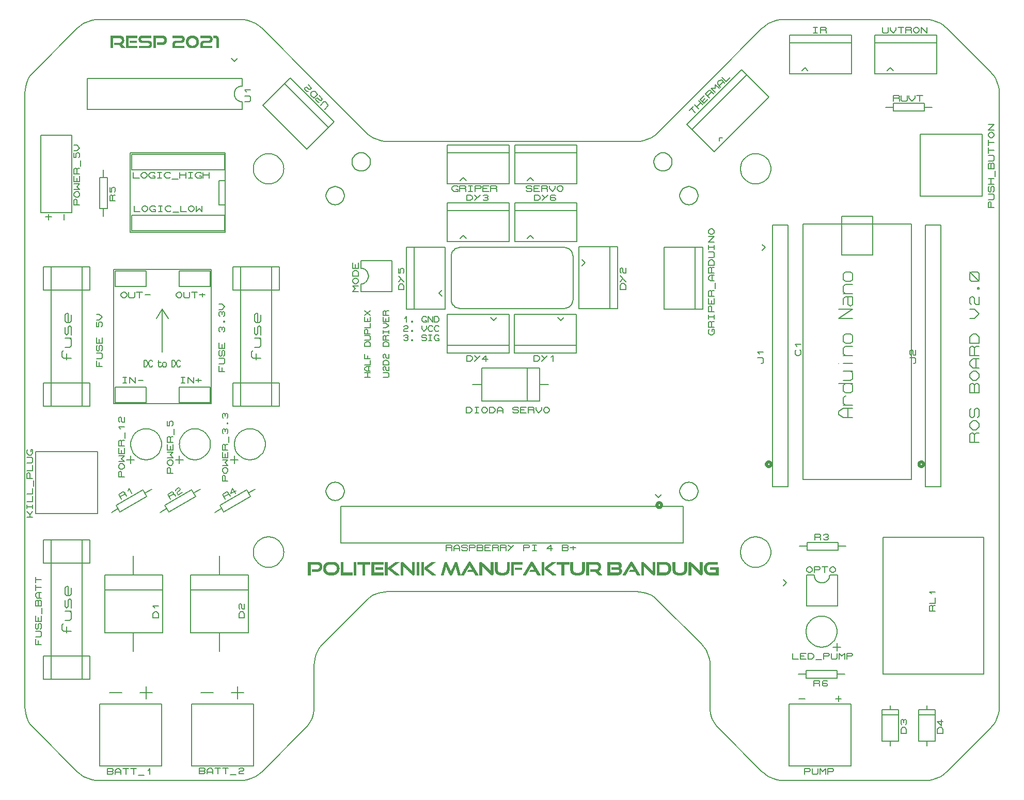
<source format=gbr>
G04 PROTEUS GERBER X2 FILE*
%TF.GenerationSoftware,Labcenter,Proteus,8.9-SP0-Build27865*%
%TF.CreationDate,2021-06-19T08:02:23+00:00*%
%TF.FileFunction,Legend,Top*%
%TF.FilePolarity,Positive*%
%TF.Part,Single*%
%TF.SameCoordinates,{64bffbd5-d61a-4640-9b31-8bd0ff2465da}*%
%FSLAX45Y45*%
%MOMM*%
G01*
%TA.AperFunction,Profile*%
%ADD23C,0.203200*%
%TA.AperFunction,Material*%
%ADD24C,0.508000*%
%ADD25C,0.152400*%
%ADD26C,0.203200*%
%ADD27C,0.031750*%
%TD.AperFunction*%
D23*
X-2323896Y+3403910D02*
X-2324397Y+3416146D01*
X-2328466Y+3440620D01*
X-2336967Y+3465094D01*
X-2350817Y+3489568D01*
X-2372007Y+3513878D01*
X-2396481Y+3532238D01*
X-2420955Y+3544072D01*
X-2445429Y+3550963D01*
X-2469903Y+3553597D01*
X-2473629Y+3553643D01*
X-2623362Y+3403910D02*
X-2622861Y+3416146D01*
X-2618792Y+3440620D01*
X-2610291Y+3465094D01*
X-2596441Y+3489568D01*
X-2575251Y+3513878D01*
X-2550777Y+3532238D01*
X-2526303Y+3544072D01*
X-2501829Y+3550963D01*
X-2477355Y+3553597D01*
X-2473629Y+3553643D01*
X-2623362Y+3403910D02*
X-2622861Y+3391674D01*
X-2618792Y+3367200D01*
X-2610291Y+3342726D01*
X-2596441Y+3318252D01*
X-2575251Y+3293942D01*
X-2550777Y+3275582D01*
X-2526303Y+3263748D01*
X-2501829Y+3256857D01*
X-2477355Y+3254223D01*
X-2473629Y+3254177D01*
X-2323896Y+3403910D02*
X-2324397Y+3391674D01*
X-2328466Y+3367200D01*
X-2336967Y+3342726D01*
X-2350817Y+3318252D01*
X-2372007Y+3293942D01*
X-2396481Y+3275582D01*
X-2420955Y+3263748D01*
X-2445429Y+3256857D01*
X-2469903Y+3254223D01*
X-2473629Y+3254177D01*
X+2623282Y+3403910D02*
X+2622781Y+3416146D01*
X+2618712Y+3440620D01*
X+2610211Y+3465094D01*
X+2596361Y+3489568D01*
X+2575171Y+3513878D01*
X+2550697Y+3532238D01*
X+2526223Y+3544072D01*
X+2501749Y+3550963D01*
X+2477275Y+3553597D01*
X+2473549Y+3553643D01*
X+2323816Y+3403910D02*
X+2324317Y+3416146D01*
X+2328386Y+3440620D01*
X+2336887Y+3465094D01*
X+2350737Y+3489568D01*
X+2371927Y+3513878D01*
X+2396401Y+3532238D01*
X+2420875Y+3544072D01*
X+2445349Y+3550963D01*
X+2469823Y+3553597D01*
X+2473549Y+3553643D01*
X+2323816Y+3403910D02*
X+2324317Y+3391674D01*
X+2328386Y+3367200D01*
X+2336887Y+3342726D01*
X+2350737Y+3318252D01*
X+2371927Y+3293942D01*
X+2396401Y+3275582D01*
X+2420875Y+3263748D01*
X+2445349Y+3256857D01*
X+2469823Y+3254223D01*
X+2473549Y+3254177D01*
X+2623282Y+3403910D02*
X+2622781Y+3391674D01*
X+2618712Y+3367200D01*
X+2610211Y+3342726D01*
X+2596361Y+3318252D01*
X+2575171Y+3293942D01*
X+2550697Y+3275582D01*
X+2526223Y+3263748D01*
X+2501749Y+3256857D01*
X+2477275Y+3254223D01*
X+2473549Y+3254177D01*
X+2623282Y+3403910D02*
X+2622781Y+3416146D01*
X+2618712Y+3440620D01*
X+2610211Y+3465094D01*
X+2596361Y+3489568D01*
X+2575171Y+3513878D01*
X+2550697Y+3532238D01*
X+2526223Y+3544072D01*
X+2501749Y+3550963D01*
X+2477275Y+3553597D01*
X+2473549Y+3553643D01*
X+2323816Y+3403910D02*
X+2324317Y+3416146D01*
X+2328386Y+3440620D01*
X+2336887Y+3465094D01*
X+2350737Y+3489568D01*
X+2371927Y+3513878D01*
X+2396401Y+3532238D01*
X+2420875Y+3544072D01*
X+2445349Y+3550963D01*
X+2469823Y+3553597D01*
X+2473549Y+3553643D01*
X+2323816Y+3403910D02*
X+2324317Y+3391674D01*
X+2328386Y+3367200D01*
X+2336887Y+3342726D01*
X+2350737Y+3318252D01*
X+2371927Y+3293942D01*
X+2396401Y+3275582D01*
X+2420875Y+3263748D01*
X+2445349Y+3256857D01*
X+2469823Y+3254223D01*
X+2473549Y+3254177D01*
X+2623282Y+3403910D02*
X+2622781Y+3391674D01*
X+2618712Y+3367200D01*
X+2610211Y+3342726D01*
X+2596361Y+3318252D01*
X+2575171Y+3293942D01*
X+2550697Y+3275582D01*
X+2526223Y+3263748D01*
X+2501749Y+3256857D01*
X+2477275Y+3254223D01*
X+2473549Y+3254177D01*
X-2323896Y+3403910D02*
X-2324397Y+3416146D01*
X-2328466Y+3440620D01*
X-2336967Y+3465094D01*
X-2350817Y+3489568D01*
X-2372007Y+3513878D01*
X-2396481Y+3532238D01*
X-2420955Y+3544072D01*
X-2445429Y+3550963D01*
X-2469903Y+3553597D01*
X-2473629Y+3553643D01*
X-2623362Y+3403910D02*
X-2622861Y+3416146D01*
X-2618792Y+3440620D01*
X-2610291Y+3465094D01*
X-2596441Y+3489568D01*
X-2575251Y+3513878D01*
X-2550777Y+3532238D01*
X-2526303Y+3544072D01*
X-2501829Y+3550963D01*
X-2477355Y+3553597D01*
X-2473629Y+3553643D01*
X-2623362Y+3403910D02*
X-2622861Y+3391674D01*
X-2618792Y+3367200D01*
X-2610291Y+3342726D01*
X-2596441Y+3318252D01*
X-2575251Y+3293942D01*
X-2550777Y+3275582D01*
X-2526303Y+3263748D01*
X-2501829Y+3256857D01*
X-2477355Y+3254223D01*
X-2473629Y+3254177D01*
X-2323896Y+3403910D02*
X-2324397Y+3391674D01*
X-2328466Y+3367200D01*
X-2336967Y+3342726D01*
X-2350817Y+3318252D01*
X-2372007Y+3293942D01*
X-2396481Y+3275582D01*
X-2420955Y+3263748D01*
X-2445429Y+3256857D01*
X-2469903Y+3254223D01*
X-2473629Y+3254177D01*
X-7133766Y-6594814D02*
X-7839614Y-5888966D01*
X-7985800Y-5536042D02*
X-7983275Y-5587910D01*
X-7975839Y-5638064D01*
X-7963697Y-5686255D01*
X-7947056Y-5732230D01*
X-7926121Y-5775740D01*
X-7901098Y-5816533D01*
X-7872194Y-5854359D01*
X-7839614Y-5888966D01*
X-7985800Y-5536042D02*
X-7985800Y+4531792D01*
X-7983275Y+4583660D01*
X-7975839Y+4633814D01*
X-7963697Y+4682005D01*
X-7947056Y+4727980D01*
X-7926121Y+4771490D01*
X-7901098Y+4812283D01*
X-7872194Y+4850109D01*
X-7839614Y+4884716D01*
X-7839610Y+4884720D02*
X-7133770Y+5590560D01*
X-7133766Y+5590564D02*
X-7099159Y+5623144D01*
X-7061333Y+5652048D01*
X-7020540Y+5677070D01*
X-6977030Y+5698006D01*
X-6931055Y+5714647D01*
X-6882864Y+5726789D01*
X-6832710Y+5734225D01*
X-6780842Y+5736750D01*
X-4449213Y+5736750D01*
X-4096289Y+5590564D02*
X-4130896Y+5623144D01*
X-4168722Y+5652048D01*
X-4209515Y+5677070D01*
X-4253025Y+5698006D01*
X-4299001Y+5714647D01*
X-4347191Y+5726789D01*
X-4397346Y+5734225D01*
X-4449213Y+5736750D01*
X-4096289Y+5590564D02*
X-3244255Y+4738530D01*
X-3244250Y+4738530D02*
X-2392220Y+3886500D01*
X-2392221Y+3886496D02*
X-2357614Y+3853916D01*
X-2319788Y+3825012D01*
X-2278995Y+3799990D01*
X-2235485Y+3779054D01*
X-2189510Y+3762413D01*
X-2141319Y+3750271D01*
X-2091165Y+3742835D01*
X-2039297Y+3740310D01*
X+2039217Y+3740310D01*
X+2392141Y+3886496D02*
X+2357534Y+3853916D01*
X+2319708Y+3825012D01*
X+2278915Y+3799990D01*
X+2235405Y+3779054D01*
X+2189429Y+3762413D01*
X+2141239Y+3750271D01*
X+2091084Y+3742835D01*
X+2039217Y+3740310D01*
X+2392141Y+3886496D02*
X+3244175Y+4738530D01*
X+4096209Y+5590564D01*
X+4130816Y+5623144D01*
X+4168642Y+5652048D01*
X+4209435Y+5677070D01*
X+4252945Y+5698006D01*
X+4298920Y+5714647D01*
X+4347111Y+5726789D01*
X+4397265Y+5734225D01*
X+4449133Y+5736750D01*
X+6780762Y+5736750D01*
X+7133686Y+5590564D02*
X+7099079Y+5623144D01*
X+7061253Y+5652048D01*
X+7020460Y+5677070D01*
X+6976950Y+5698006D01*
X+6930975Y+5714647D01*
X+6882784Y+5726789D01*
X+6832630Y+5734225D01*
X+6780762Y+5736750D01*
X+7133686Y+5590564D02*
X+7839534Y+4884716D01*
X+7985720Y+4531792D02*
X+7983195Y+4583660D01*
X+7975759Y+4633814D01*
X+7963617Y+4682005D01*
X+7946976Y+4727980D01*
X+7926041Y+4771490D01*
X+7901018Y+4812283D01*
X+7872114Y+4850109D01*
X+7839534Y+4884716D01*
X+7985720Y+4531792D02*
X+7985720Y-5536042D01*
X+7983195Y-5587910D01*
X+7975759Y-5638064D01*
X+7963617Y-5686255D01*
X+7946976Y-5732230D01*
X+7926041Y-5775740D01*
X+7901018Y-5816533D01*
X+7872114Y-5854359D01*
X+7839534Y-5888966D01*
X+7133686Y-6594814D01*
X+7099079Y-6627394D01*
X+7061253Y-6656298D01*
X+7020460Y-6681320D01*
X+6976950Y-6702256D01*
X+6930975Y-6718897D01*
X+6882784Y-6731039D01*
X+6832630Y-6738475D01*
X+6780762Y-6741000D01*
X+4449133Y-6741000D01*
X+4096209Y-6594814D02*
X+4130816Y-6627394D01*
X+4168642Y-6656298D01*
X+4209435Y-6681320D01*
X+4252945Y-6702256D01*
X+4298920Y-6718897D01*
X+4347111Y-6731039D01*
X+4397265Y-6738475D01*
X+4449133Y-6741000D01*
X+4096209Y-6594814D02*
X+3390361Y-5888966D01*
X+3244175Y-5536042D02*
X+3246700Y-5587910D01*
X+3254136Y-5638064D01*
X+3266278Y-5686255D01*
X+3282920Y-5732230D01*
X+3303855Y-5775740D01*
X+3328877Y-5816533D01*
X+3357781Y-5854359D01*
X+3390361Y-5888966D01*
X+3244175Y-5536042D02*
X+3244175Y-4851476D01*
X+3241650Y-4799608D01*
X+3234214Y-4749454D01*
X+3222072Y-4701263D01*
X+3205430Y-4655288D01*
X+3184495Y-4611778D01*
X+3159473Y-4570985D01*
X+3130569Y-4533159D01*
X+3097989Y-4498552D01*
X+2392141Y-3792704D01*
X+2357534Y-3760124D01*
X+2319708Y-3731220D01*
X+2278915Y-3706198D01*
X+2235405Y-3685262D01*
X+2189429Y-3668621D01*
X+2141239Y-3656479D01*
X+2091084Y-3649043D01*
X+2039217Y-3646518D01*
X-2039297Y-3646518D01*
X-2392221Y-3792704D02*
X-2357614Y-3760124D01*
X-2319788Y-3731220D01*
X-2278995Y-3706198D01*
X-2235485Y-3685262D01*
X-2189510Y-3668621D01*
X-2141319Y-3656479D01*
X-2091165Y-3649043D01*
X-2039297Y-3646518D01*
X-2392221Y-3792704D02*
X-3098069Y-4498552D01*
X-3244255Y-4851476D02*
X-3241730Y-4799608D01*
X-3234294Y-4749454D01*
X-3222152Y-4701263D01*
X-3205510Y-4655288D01*
X-3184575Y-4611778D01*
X-3159553Y-4570985D01*
X-3130649Y-4533159D01*
X-3098069Y-4498552D01*
X-3244255Y-4851476D02*
X-3244255Y-5536042D01*
X-3246780Y-5587910D01*
X-3254216Y-5638064D01*
X-3266358Y-5686255D01*
X-3283000Y-5732230D01*
X-3303935Y-5775740D01*
X-3328957Y-5816533D01*
X-3357861Y-5854359D01*
X-3390441Y-5888966D01*
X-4096289Y-6594814D01*
X-4130896Y-6627394D01*
X-4168722Y-6656298D01*
X-4209515Y-6681320D01*
X-4253025Y-6702256D01*
X-4299001Y-6718897D01*
X-4347191Y-6731039D01*
X-4397346Y-6738475D01*
X-4449213Y-6741000D01*
X-6780842Y-6741000D01*
X-7133766Y-6594814D02*
X-7099159Y-6627394D01*
X-7061333Y-6656298D01*
X-7020540Y-6681320D01*
X-6977030Y-6702256D01*
X-6931055Y-6718897D01*
X-6882864Y-6731039D01*
X-6832710Y-6738475D01*
X-6780842Y-6741000D01*
X-3743365Y+3291111D02*
X-3744179Y+3311247D01*
X-3750787Y+3351520D01*
X-3764576Y+3391793D01*
X-3786985Y+3432066D01*
X-3821224Y+3472214D01*
X-3861497Y+3503256D01*
X-3901770Y+3523424D01*
X-3942043Y+3535425D01*
X-3982316Y+3540441D01*
X-3992920Y+3540666D01*
X-4242475Y+3291111D02*
X-4241661Y+3311247D01*
X-4235053Y+3351520D01*
X-4221264Y+3391793D01*
X-4198855Y+3432066D01*
X-4164616Y+3472214D01*
X-4124343Y+3503256D01*
X-4084070Y+3523424D01*
X-4043797Y+3535425D01*
X-4003524Y+3540441D01*
X-3992920Y+3540666D01*
X-4242475Y+3291111D02*
X-4241661Y+3270975D01*
X-4235053Y+3230702D01*
X-4221264Y+3190429D01*
X-4198855Y+3150156D01*
X-4164616Y+3110008D01*
X-4124343Y+3078966D01*
X-4084070Y+3058798D01*
X-4043797Y+3046797D01*
X-4003524Y+3041781D01*
X-3992920Y+3041556D01*
X-3743365Y+3291111D02*
X-3744179Y+3270975D01*
X-3750787Y+3230702D01*
X-3764576Y+3190429D01*
X-3786985Y+3150156D01*
X-3821224Y+3110008D01*
X-3861497Y+3078966D01*
X-3901770Y+3058798D01*
X-3942043Y+3046797D01*
X-3982316Y+3041781D01*
X-3992920Y+3041556D01*
X+4242395Y+3291111D02*
X+4241581Y+3311247D01*
X+4234973Y+3351520D01*
X+4221184Y+3391793D01*
X+4198775Y+3432066D01*
X+4164536Y+3472214D01*
X+4124263Y+3503256D01*
X+4083990Y+3523424D01*
X+4043717Y+3535425D01*
X+4003444Y+3540441D01*
X+3992840Y+3540666D01*
X+3743285Y+3291111D02*
X+3744099Y+3311247D01*
X+3750707Y+3351520D01*
X+3764496Y+3391793D01*
X+3786905Y+3432066D01*
X+3821144Y+3472214D01*
X+3861417Y+3503256D01*
X+3901690Y+3523424D01*
X+3941963Y+3535425D01*
X+3982236Y+3540441D01*
X+3992840Y+3540666D01*
X+3743285Y+3291111D02*
X+3744099Y+3270975D01*
X+3750707Y+3230702D01*
X+3764496Y+3190429D01*
X+3786905Y+3150156D01*
X+3821144Y+3110008D01*
X+3861417Y+3078966D01*
X+3901690Y+3058798D01*
X+3941963Y+3046797D01*
X+3982236Y+3041781D01*
X+3992840Y+3041556D01*
X+4242395Y+3291111D02*
X+4241581Y+3270975D01*
X+4234973Y+3230702D01*
X+4221184Y+3190429D01*
X+4198775Y+3150156D01*
X+4164536Y+3110008D01*
X+4124263Y+3078966D01*
X+4083990Y+3058798D01*
X+4043717Y+3046797D01*
X+4003444Y+3041781D01*
X+3992840Y+3041556D01*
X-3743365Y-2997675D02*
X-3744179Y-2977539D01*
X-3750787Y-2937266D01*
X-3764576Y-2896993D01*
X-3786985Y-2856720D01*
X-3821224Y-2816572D01*
X-3861497Y-2785530D01*
X-3901770Y-2765362D01*
X-3942043Y-2753361D01*
X-3982316Y-2748345D01*
X-3992920Y-2748120D01*
X-4242475Y-2997675D02*
X-4241661Y-2977539D01*
X-4235053Y-2937266D01*
X-4221264Y-2896993D01*
X-4198855Y-2856720D01*
X-4164616Y-2816572D01*
X-4124343Y-2785530D01*
X-4084070Y-2765362D01*
X-4043797Y-2753361D01*
X-4003524Y-2748345D01*
X-3992920Y-2748120D01*
X-4242475Y-2997675D02*
X-4241661Y-3017811D01*
X-4235053Y-3058084D01*
X-4221264Y-3098357D01*
X-4198855Y-3138630D01*
X-4164616Y-3178778D01*
X-4124343Y-3209820D01*
X-4084070Y-3229988D01*
X-4043797Y-3241989D01*
X-4003524Y-3247005D01*
X-3992920Y-3247230D01*
X-3743365Y-2997675D02*
X-3744179Y-3017811D01*
X-3750787Y-3058084D01*
X-3764576Y-3098357D01*
X-3786985Y-3138630D01*
X-3821224Y-3178778D01*
X-3861497Y-3209820D01*
X-3901770Y-3229988D01*
X-3942043Y-3241989D01*
X-3982316Y-3247005D01*
X-3992920Y-3247230D01*
D24*
X+2451100Y-2226500D02*
X+2450969Y-2223342D01*
X+2449903Y-2217024D01*
X+2447672Y-2210706D01*
X+2444027Y-2204388D01*
X+2438452Y-2198149D01*
X+2432134Y-2193553D01*
X+2425816Y-2190620D01*
X+2419498Y-2188958D01*
X+2413180Y-2188400D01*
X+2413000Y-2188400D01*
X+2374900Y-2226500D02*
X+2375031Y-2223342D01*
X+2376097Y-2217024D01*
X+2378328Y-2210706D01*
X+2381973Y-2204388D01*
X+2387548Y-2198149D01*
X+2393866Y-2193553D01*
X+2400184Y-2190620D01*
X+2406502Y-2188958D01*
X+2412820Y-2188400D01*
X+2413000Y-2188400D01*
X+2374900Y-2226500D02*
X+2375031Y-2229658D01*
X+2376097Y-2235976D01*
X+2378328Y-2242294D01*
X+2381973Y-2248612D01*
X+2387548Y-2254851D01*
X+2393866Y-2259447D01*
X+2400184Y-2262380D01*
X+2406502Y-2264042D01*
X+2412820Y-2264600D01*
X+2413000Y-2264600D01*
X+2451100Y-2226500D02*
X+2450969Y-2229658D01*
X+2449903Y-2235976D01*
X+2447672Y-2242294D01*
X+2444027Y-2248612D01*
X+2438452Y-2254851D01*
X+2432134Y-2259447D01*
X+2425816Y-2262380D01*
X+2419498Y-2264042D01*
X+2413180Y-2264600D01*
X+2413000Y-2264600D01*
D25*
X+2806700Y-2244280D02*
X-2806700Y-2244280D01*
X-2806700Y-2843720D01*
X+2806700Y-2843720D01*
X+2806700Y-2244280D01*
D26*
X-1079500Y-2973260D02*
X-1079500Y-2881820D01*
X-1000125Y-2881820D01*
X-984250Y-2897060D01*
X-984250Y-2912300D01*
X-1000125Y-2927540D01*
X-1079500Y-2927540D01*
X-1000125Y-2927540D02*
X-984250Y-2942780D01*
X-984250Y-2973260D01*
X-952500Y-2973260D02*
X-952500Y-2912300D01*
X-920750Y-2881820D01*
X-889000Y-2881820D01*
X-857250Y-2912300D01*
X-857250Y-2973260D01*
X-952500Y-2942780D02*
X-857250Y-2942780D01*
X-825500Y-2958020D02*
X-809625Y-2973260D01*
X-746125Y-2973260D01*
X-730250Y-2958020D01*
X-730250Y-2942780D01*
X-746125Y-2927540D01*
X-809625Y-2927540D01*
X-825500Y-2912300D01*
X-825500Y-2897060D01*
X-809625Y-2881820D01*
X-746125Y-2881820D01*
X-730250Y-2897060D01*
X-698500Y-2973260D02*
X-698500Y-2881820D01*
X-619125Y-2881820D01*
X-603250Y-2897060D01*
X-603250Y-2912300D01*
X-619125Y-2927540D01*
X-698500Y-2927540D01*
X-571500Y-2973260D02*
X-571500Y-2881820D01*
X-492125Y-2881820D01*
X-476250Y-2897060D01*
X-476250Y-2912300D01*
X-492125Y-2927540D01*
X-476250Y-2942780D01*
X-476250Y-2958020D01*
X-492125Y-2973260D01*
X-571500Y-2973260D01*
X-571500Y-2927540D02*
X-492125Y-2927540D01*
X-349250Y-2973260D02*
X-444500Y-2973260D01*
X-444500Y-2881820D01*
X-349250Y-2881820D01*
X-444500Y-2927540D02*
X-381000Y-2927540D01*
X-317500Y-2973260D02*
X-317500Y-2881820D01*
X-238125Y-2881820D01*
X-222250Y-2897060D01*
X-222250Y-2912300D01*
X-238125Y-2927540D01*
X-317500Y-2927540D01*
X-238125Y-2927540D02*
X-222250Y-2942780D01*
X-222250Y-2973260D01*
X-190500Y-2973260D02*
X-190500Y-2881820D01*
X-111125Y-2881820D01*
X-95250Y-2897060D01*
X-95250Y-2912300D01*
X-111125Y-2927540D01*
X-190500Y-2927540D01*
X-111125Y-2927540D02*
X-95250Y-2942780D01*
X-95250Y-2973260D01*
X+31750Y-2881820D02*
X-63500Y-2973260D01*
X-63500Y-2881820D02*
X-15875Y-2927540D01*
X+190500Y-2973260D02*
X+190500Y-2881820D01*
X+269875Y-2881820D01*
X+285750Y-2897060D01*
X+285750Y-2912300D01*
X+269875Y-2927540D01*
X+190500Y-2927540D01*
X+333375Y-2881820D02*
X+396875Y-2881820D01*
X+365125Y-2881820D02*
X+365125Y-2973260D01*
X+333375Y-2973260D02*
X+396875Y-2973260D01*
X+666750Y-2942780D02*
X+571500Y-2942780D01*
X+635000Y-2881820D01*
X+635000Y-2973260D01*
X+825500Y-2973260D02*
X+825500Y-2881820D01*
X+904875Y-2881820D01*
X+920750Y-2897060D01*
X+920750Y-2912300D01*
X+904875Y-2927540D01*
X+920750Y-2942780D01*
X+920750Y-2958020D01*
X+904875Y-2973260D01*
X+825500Y-2973260D01*
X+825500Y-2927540D02*
X+904875Y-2927540D01*
X+952500Y-2927540D02*
X+1047750Y-2927540D01*
X+1000125Y-2897060D02*
X+1000125Y-2958020D01*
X+38000Y+269000D02*
X+1054000Y+269000D01*
X+1054000Y+904000D01*
X+38000Y+904000D01*
X+38000Y+269000D01*
X+1054000Y+396000D02*
X+38000Y+396000D01*
X+355500Y+136920D02*
X+355500Y+228360D01*
X+419000Y+228360D01*
X+450750Y+197880D01*
X+450750Y+167400D01*
X+419000Y+136920D01*
X+355500Y+136920D01*
X+577750Y+228360D02*
X+482500Y+136920D01*
X+482500Y+228360D02*
X+530125Y+182640D01*
X+641250Y+197880D02*
X+673000Y+228360D01*
X+673000Y+136920D01*
X+1096000Y+996000D02*
X+1731000Y+996000D01*
X+1731000Y+2012000D01*
X+1096000Y+2012000D01*
X+1096000Y+996000D01*
X+1604000Y+2012000D02*
X+1604000Y+996000D01*
X+1863080Y+1313500D02*
X+1771640Y+1313500D01*
X+1771640Y+1377000D01*
X+1802120Y+1408750D01*
X+1832600Y+1408750D01*
X+1863080Y+1377000D01*
X+1863080Y+1313500D01*
X+1771640Y+1535750D02*
X+1863080Y+1440500D01*
X+1771640Y+1440500D02*
X+1817360Y+1488125D01*
X+1786880Y+1583375D02*
X+1771640Y+1599250D01*
X+1771640Y+1646875D01*
X+1786880Y+1662750D01*
X+1802120Y+1662750D01*
X+1817360Y+1646875D01*
X+1817360Y+1599250D01*
X+1832600Y+1583375D01*
X+1863080Y+1583375D01*
X+1863080Y+1662750D01*
X-1062000Y+2096000D02*
X-46000Y+2096000D01*
X-46000Y+2731000D01*
X-1062000Y+2731000D01*
X-1062000Y+2096000D01*
X-1062000Y+2604000D02*
X-46000Y+2604000D01*
X-744500Y+2771640D02*
X-744500Y+2863080D01*
X-681000Y+2863080D01*
X-649250Y+2832600D01*
X-649250Y+2802120D01*
X-681000Y+2771640D01*
X-744500Y+2771640D01*
X-522250Y+2863080D02*
X-617500Y+2771640D01*
X-617500Y+2863080D02*
X-569875Y+2817360D01*
X-474625Y+2847840D02*
X-458750Y+2863080D01*
X-411125Y+2863080D01*
X-395250Y+2847840D01*
X-395250Y+2832600D01*
X-411125Y+2817360D01*
X-395250Y+2802120D01*
X-395250Y+2786880D01*
X-411125Y+2771640D01*
X-458750Y+2771640D01*
X-474625Y+2786880D01*
X-442875Y+2817360D02*
X-411125Y+2817360D01*
X-1062000Y+269000D02*
X-46000Y+269000D01*
X-46000Y+904000D01*
X-1062000Y+904000D01*
X-1062000Y+269000D01*
X-46000Y+396000D02*
X-1062000Y+396000D01*
X-744500Y+136920D02*
X-744500Y+228360D01*
X-681000Y+228360D01*
X-649250Y+197880D01*
X-649250Y+167400D01*
X-681000Y+136920D01*
X-744500Y+136920D01*
X-522250Y+228360D02*
X-617500Y+136920D01*
X-617500Y+228360D02*
X-569875Y+182640D01*
X-395250Y+167400D02*
X-490500Y+167400D01*
X-427000Y+228360D01*
X-427000Y+136920D01*
X-1731000Y+992000D02*
X-1096000Y+992000D01*
X-1096000Y+2008000D01*
X-1731000Y+2008000D01*
X-1731000Y+992000D01*
X-1604000Y+992000D02*
X-1604000Y+2008000D01*
X-1771640Y+1309500D02*
X-1863080Y+1309500D01*
X-1863080Y+1373000D01*
X-1832600Y+1404750D01*
X-1802120Y+1404750D01*
X-1771640Y+1373000D01*
X-1771640Y+1309500D01*
X-1863080Y+1531750D02*
X-1771640Y+1436500D01*
X-1863080Y+1436500D02*
X-1817360Y+1484125D01*
X-1863080Y+1658750D02*
X-1863080Y+1579375D01*
X-1832600Y+1579375D01*
X-1832600Y+1642875D01*
X-1817360Y+1658750D01*
X-1786880Y+1658750D01*
X-1771640Y+1642875D01*
X-1771640Y+1595250D01*
X-1786880Y+1579375D01*
X+46000Y+2096000D02*
X+1062000Y+2096000D01*
X+1062000Y+2731000D01*
X+46000Y+2731000D01*
X+46000Y+2096000D01*
X+46000Y+2604000D02*
X+1062000Y+2604000D01*
X+363500Y+2771640D02*
X+363500Y+2863080D01*
X+427000Y+2863080D01*
X+458750Y+2832600D01*
X+458750Y+2802120D01*
X+427000Y+2771640D01*
X+363500Y+2771640D01*
X+585750Y+2863080D02*
X+490500Y+2771640D01*
X+490500Y+2863080D02*
X+538125Y+2817360D01*
X+712750Y+2847840D02*
X+696875Y+2863080D01*
X+649250Y+2863080D01*
X+633375Y+2847840D01*
X+633375Y+2786880D01*
X+649250Y+2771640D01*
X+696875Y+2771640D01*
X+712750Y+2786880D01*
X+712750Y+2802120D01*
X+696875Y+2817360D01*
X+633375Y+2817360D01*
X-1062000Y+3046000D02*
X-46000Y+3046000D01*
X-46000Y+3681000D01*
X-1062000Y+3681000D01*
X-1062000Y+3046000D01*
X-1062000Y+3554000D02*
X-46000Y+3554000D01*
X-921500Y+2952120D02*
X-889750Y+2952120D01*
X-889750Y+2921640D01*
X-953250Y+2921640D01*
X-985000Y+2952120D01*
X-985000Y+2982600D01*
X-953250Y+3013080D01*
X-905625Y+3013080D01*
X-889750Y+2997840D01*
X-858000Y+2921640D02*
X-858000Y+3013080D01*
X-778625Y+3013080D01*
X-762750Y+2997840D01*
X-762750Y+2982600D01*
X-778625Y+2967360D01*
X-858000Y+2967360D01*
X-778625Y+2967360D02*
X-762750Y+2952120D01*
X-762750Y+2921640D01*
X-715125Y+3013080D02*
X-651625Y+3013080D01*
X-683375Y+3013080D02*
X-683375Y+2921640D01*
X-715125Y+2921640D02*
X-651625Y+2921640D01*
X-604000Y+2921640D02*
X-604000Y+3013080D01*
X-524625Y+3013080D01*
X-508750Y+2997840D01*
X-508750Y+2982600D01*
X-524625Y+2967360D01*
X-604000Y+2967360D01*
X-381750Y+2921640D02*
X-477000Y+2921640D01*
X-477000Y+3013080D01*
X-381750Y+3013080D01*
X-477000Y+2967360D02*
X-413500Y+2967360D01*
X-350000Y+2921640D02*
X-350000Y+3013080D01*
X-270625Y+3013080D01*
X-254750Y+2997840D01*
X-254750Y+2982600D01*
X-270625Y+2967360D01*
X-350000Y+2967360D01*
X-270625Y+2967360D02*
X-254750Y+2952120D01*
X-254750Y+2921640D01*
X-5746000Y-6508000D02*
X-5746000Y-5492000D01*
X-6762000Y-6508000D02*
X-6762000Y-5492000D01*
X-5746000Y-5492000D02*
X-6762000Y-5492000D01*
X-5746000Y-6508000D02*
X-6762000Y-6508000D01*
X-6635000Y-6640080D02*
X-6635000Y-6548640D01*
X-6555625Y-6548640D01*
X-6539750Y-6563880D01*
X-6539750Y-6579120D01*
X-6555625Y-6594360D01*
X-6539750Y-6609600D01*
X-6539750Y-6624840D01*
X-6555625Y-6640080D01*
X-6635000Y-6640080D01*
X-6635000Y-6594360D02*
X-6555625Y-6594360D01*
X-6508000Y-6640080D02*
X-6508000Y-6579120D01*
X-6476250Y-6548640D01*
X-6444500Y-6548640D01*
X-6412750Y-6579120D01*
X-6412750Y-6640080D01*
X-6508000Y-6609600D02*
X-6412750Y-6609600D01*
X-6381000Y-6548640D02*
X-6285750Y-6548640D01*
X-6333375Y-6548640D02*
X-6333375Y-6640080D01*
X-6254000Y-6548640D02*
X-6158750Y-6548640D01*
X-6206375Y-6548640D02*
X-6206375Y-6640080D01*
X-6127000Y-6655320D02*
X-6031750Y-6655320D01*
X-5968250Y-6579120D02*
X-5936500Y-6548640D01*
X-5936500Y-6640080D01*
X-4238000Y-6508000D02*
X-4238000Y-5492000D01*
X-5254000Y-6508000D02*
X-5254000Y-5492000D01*
X-4238000Y-5492000D02*
X-5254000Y-5492000D01*
X-4238000Y-6508000D02*
X-5254000Y-6508000D01*
X-5127000Y-6633580D02*
X-5127000Y-6542140D01*
X-5047625Y-6542140D01*
X-5031750Y-6557380D01*
X-5031750Y-6572620D01*
X-5047625Y-6587860D01*
X-5031750Y-6603100D01*
X-5031750Y-6618340D01*
X-5047625Y-6633580D01*
X-5127000Y-6633580D01*
X-5127000Y-6587860D02*
X-5047625Y-6587860D01*
X-5000000Y-6633580D02*
X-5000000Y-6572620D01*
X-4968250Y-6542140D01*
X-4936500Y-6542140D01*
X-4904750Y-6572620D01*
X-4904750Y-6633580D01*
X-5000000Y-6603100D02*
X-4904750Y-6603100D01*
X-4873000Y-6542140D02*
X-4777750Y-6542140D01*
X-4825375Y-6542140D02*
X-4825375Y-6633580D01*
X-4746000Y-6542140D02*
X-4650750Y-6542140D01*
X-4698375Y-6542140D02*
X-4698375Y-6633580D01*
X-4619000Y-6648820D02*
X-4523750Y-6648820D01*
X-4476125Y-6557380D02*
X-4460250Y-6542140D01*
X-4412625Y-6542140D01*
X-4396750Y-6557380D01*
X-4396750Y-6572620D01*
X-4412625Y-6587860D01*
X-4460250Y-6587860D01*
X-4476125Y-6603100D01*
X-4476125Y-6633580D01*
X-4396750Y-6633580D01*
X+4773000Y-1810000D02*
X+6551000Y-1810000D01*
X+6551000Y+2381000D01*
X+4773000Y+2381000D01*
X+4773000Y-1810000D01*
X+5408000Y+1873000D02*
X+5916000Y+1873000D01*
X+5916000Y+2508000D01*
X+5408000Y+2508000D01*
X+5408000Y+1873000D01*
X+5585800Y-794000D02*
X+5433400Y-794000D01*
X+5357200Y-743200D01*
X+5357200Y-692400D01*
X+5433400Y-641600D01*
X+5585800Y-641600D01*
X+5509600Y-794000D02*
X+5509600Y-641600D01*
X+5585800Y-590800D02*
X+5433400Y-590800D01*
X+5471500Y-590800D02*
X+5433400Y-565400D01*
X+5433400Y-463800D01*
X+5471500Y-438400D01*
X+5471500Y-235200D02*
X+5433400Y-260600D01*
X+5433400Y-362200D01*
X+5471500Y-387600D01*
X+5547700Y-387600D01*
X+5585800Y-362200D01*
X+5585800Y-260600D01*
X+5547700Y-235200D01*
X+5585800Y-235200D02*
X+5357200Y-235200D01*
X+5433400Y-184400D02*
X+5547700Y-184400D01*
X+5585800Y-159000D01*
X+5585800Y-57400D01*
X+5547700Y-32000D01*
X+5585800Y-32000D02*
X+5433400Y-32000D01*
X+5433400Y+95000D02*
X+5585800Y+95000D01*
X+5357200Y+95000D02*
X+5357200Y+95000D01*
X+5585800Y+222000D02*
X+5433400Y+222000D01*
X+5471500Y+222000D02*
X+5433400Y+247400D01*
X+5433400Y+349000D01*
X+5471500Y+374400D01*
X+5585800Y+374400D01*
X+5471500Y+425200D02*
X+5433400Y+450600D01*
X+5433400Y+552200D01*
X+5471500Y+577600D01*
X+5547700Y+577600D01*
X+5585800Y+552200D01*
X+5585800Y+450600D01*
X+5547700Y+425200D01*
X+5471500Y+425200D01*
X+5585800Y+831600D02*
X+5357200Y+831600D01*
X+5585800Y+984000D01*
X+5357200Y+984000D01*
X+5433400Y+1060200D02*
X+5433400Y+1161800D01*
X+5471500Y+1187200D01*
X+5585800Y+1187200D01*
X+5585800Y+1060200D01*
X+5547700Y+1034800D01*
X+5509600Y+1060200D01*
X+5509600Y+1187200D01*
X+5585800Y+1238000D02*
X+5433400Y+1238000D01*
X+5471500Y+1238000D02*
X+5433400Y+1263400D01*
X+5433400Y+1365000D01*
X+5471500Y+1390400D01*
X+5585800Y+1390400D01*
X+5471500Y+1441200D02*
X+5433400Y+1466600D01*
X+5433400Y+1568200D01*
X+5471500Y+1593600D01*
X+5547700Y+1593600D01*
X+5585800Y+1568200D01*
X+5585800Y+1466600D01*
X+5547700Y+1441200D01*
X+5471500Y+1441200D01*
X+4717120Y+317250D02*
X+4732360Y+301375D01*
X+4732360Y+253750D01*
X+4701880Y+222000D01*
X+4671400Y+222000D01*
X+4640920Y+253750D01*
X+4640920Y+301375D01*
X+4656160Y+317250D01*
X+4671400Y+380750D02*
X+4640920Y+412500D01*
X+4732360Y+412500D01*
X-6235000Y+3273000D02*
X-4711000Y+3273000D01*
X-4711000Y+3527000D01*
X-6235000Y+3527000D01*
X-6235000Y+3273000D01*
X-6208000Y+3232360D02*
X-6208000Y+3140920D01*
X-6112750Y+3140920D01*
X-6081000Y+3201880D02*
X-6049250Y+3232360D01*
X-6017500Y+3232360D01*
X-5985750Y+3201880D01*
X-5985750Y+3171400D01*
X-6017500Y+3140920D01*
X-6049250Y+3140920D01*
X-6081000Y+3171400D01*
X-6081000Y+3201880D01*
X-5890500Y+3171400D02*
X-5858750Y+3171400D01*
X-5858750Y+3140920D01*
X-5922250Y+3140920D01*
X-5954000Y+3171400D01*
X-5954000Y+3201880D01*
X-5922250Y+3232360D01*
X-5874625Y+3232360D01*
X-5858750Y+3217120D01*
X-5811125Y+3232360D02*
X-5747625Y+3232360D01*
X-5779375Y+3232360D02*
X-5779375Y+3140920D01*
X-5811125Y+3140920D02*
X-5747625Y+3140920D01*
X-5604750Y+3156160D02*
X-5620625Y+3140920D01*
X-5668250Y+3140920D01*
X-5700000Y+3171400D01*
X-5700000Y+3201880D01*
X-5668250Y+3232360D01*
X-5620625Y+3232360D01*
X-5604750Y+3217120D01*
X-5573000Y+3125680D02*
X-5477750Y+3125680D01*
X-5446000Y+3140920D02*
X-5446000Y+3232360D01*
X-5350750Y+3232360D02*
X-5350750Y+3140920D01*
X-5446000Y+3186640D02*
X-5350750Y+3186640D01*
X-5303125Y+3232360D02*
X-5239625Y+3232360D01*
X-5271375Y+3232360D02*
X-5271375Y+3140920D01*
X-5303125Y+3140920D02*
X-5239625Y+3140920D01*
X-5128500Y+3171400D02*
X-5096750Y+3171400D01*
X-5096750Y+3140920D01*
X-5160250Y+3140920D01*
X-5192000Y+3171400D01*
X-5192000Y+3201880D01*
X-5160250Y+3232360D01*
X-5112625Y+3232360D01*
X-5096750Y+3217120D01*
X-5065000Y+3140920D02*
X-5065000Y+3232360D01*
X-4969750Y+3232360D02*
X-4969750Y+3140920D01*
X-5065000Y+3186640D02*
X-4969750Y+3186640D01*
X-6235000Y+2273000D02*
X-4711000Y+2273000D01*
X-4711000Y+2527000D01*
X-6235000Y+2527000D01*
X-6235000Y+2273000D01*
X-6194500Y+2682360D02*
X-6194500Y+2590920D01*
X-6099250Y+2590920D01*
X-6067500Y+2651880D02*
X-6035750Y+2682360D01*
X-6004000Y+2682360D01*
X-5972250Y+2651880D01*
X-5972250Y+2621400D01*
X-6004000Y+2590920D01*
X-6035750Y+2590920D01*
X-6067500Y+2621400D01*
X-6067500Y+2651880D01*
X-5877000Y+2621400D02*
X-5845250Y+2621400D01*
X-5845250Y+2590920D01*
X-5908750Y+2590920D01*
X-5940500Y+2621400D01*
X-5940500Y+2651880D01*
X-5908750Y+2682360D01*
X-5861125Y+2682360D01*
X-5845250Y+2667120D01*
X-5797625Y+2682360D02*
X-5734125Y+2682360D01*
X-5765875Y+2682360D02*
X-5765875Y+2590920D01*
X-5797625Y+2590920D02*
X-5734125Y+2590920D01*
X-5591250Y+2606160D02*
X-5607125Y+2590920D01*
X-5654750Y+2590920D01*
X-5686500Y+2621400D01*
X-5686500Y+2651880D01*
X-5654750Y+2682360D01*
X-5607125Y+2682360D01*
X-5591250Y+2667120D01*
X-5559500Y+2575680D02*
X-5464250Y+2575680D01*
X-5432500Y+2682360D02*
X-5432500Y+2590920D01*
X-5337250Y+2590920D01*
X-5305500Y+2651880D02*
X-5273750Y+2682360D01*
X-5242000Y+2682360D01*
X-5210250Y+2651880D01*
X-5210250Y+2621400D01*
X-5242000Y+2590920D01*
X-5273750Y+2590920D01*
X-5305500Y+2621400D01*
X-5305500Y+2651880D01*
X-5178500Y+2682360D02*
X-5178500Y+2590920D01*
X-5130875Y+2636640D01*
X-5083250Y+2590920D01*
X-5083250Y+2682360D01*
X-1758100Y+835040D02*
X-1732700Y+865520D01*
X-1732700Y+774080D01*
X-1643800Y+789320D02*
X-1631100Y+789320D01*
X-1631100Y+774080D01*
X-1643800Y+774080D01*
X-1643800Y+789320D01*
X-1427900Y+804560D02*
X-1402500Y+804560D01*
X-1402500Y+774080D01*
X-1453300Y+774080D01*
X-1478700Y+804560D01*
X-1478700Y+835040D01*
X-1453300Y+865520D01*
X-1415200Y+865520D01*
X-1402500Y+850280D01*
X-1377100Y+774080D02*
X-1377100Y+865520D01*
X-1300900Y+774080D01*
X-1300900Y+865520D01*
X-1275500Y+774080D02*
X-1275500Y+865520D01*
X-1224700Y+865520D01*
X-1199300Y+835040D01*
X-1199300Y+804560D01*
X-1224700Y+774080D01*
X-1275500Y+774080D01*
X-1770800Y+700280D02*
X-1758100Y+715520D01*
X-1720000Y+715520D01*
X-1707300Y+700280D01*
X-1707300Y+685040D01*
X-1720000Y+669800D01*
X-1758100Y+669800D01*
X-1770800Y+654560D01*
X-1770800Y+624080D01*
X-1707300Y+624080D01*
X-1643800Y+639320D02*
X-1631100Y+639320D01*
X-1631100Y+624080D01*
X-1643800Y+624080D01*
X-1643800Y+639320D01*
X-1478700Y+715520D02*
X-1478700Y+669800D01*
X-1440600Y+624080D01*
X-1402500Y+669800D01*
X-1402500Y+715520D01*
X-1300900Y+639320D02*
X-1313600Y+624080D01*
X-1351700Y+624080D01*
X-1377100Y+654560D01*
X-1377100Y+685040D01*
X-1351700Y+715520D01*
X-1313600Y+715520D01*
X-1300900Y+700280D01*
X-1199300Y+639320D02*
X-1212000Y+624080D01*
X-1250100Y+624080D01*
X-1275500Y+654560D01*
X-1275500Y+685040D01*
X-1250100Y+715520D01*
X-1212000Y+715520D01*
X-1199300Y+700280D01*
X-1770800Y+550280D02*
X-1758100Y+565520D01*
X-1720000Y+565520D01*
X-1707300Y+550280D01*
X-1707300Y+535040D01*
X-1720000Y+519800D01*
X-1707300Y+504560D01*
X-1707300Y+489320D01*
X-1720000Y+474080D01*
X-1758100Y+474080D01*
X-1770800Y+489320D01*
X-1745400Y+519800D02*
X-1720000Y+519800D01*
X-1643800Y+489320D02*
X-1631100Y+489320D01*
X-1631100Y+474080D01*
X-1643800Y+474080D01*
X-1643800Y+489320D01*
X-1478700Y+489320D02*
X-1466000Y+474080D01*
X-1415200Y+474080D01*
X-1402500Y+489320D01*
X-1402500Y+504560D01*
X-1415200Y+519800D01*
X-1466000Y+519800D01*
X-1478700Y+535040D01*
X-1478700Y+550280D01*
X-1466000Y+565520D01*
X-1415200Y+565520D01*
X-1402500Y+550280D01*
X-1364400Y+565520D02*
X-1313600Y+565520D01*
X-1339000Y+565520D02*
X-1339000Y+474080D01*
X-1364400Y+474080D02*
X-1313600Y+474080D01*
X-1224700Y+504560D02*
X-1199300Y+504560D01*
X-1199300Y+474080D01*
X-1250100Y+474080D01*
X-1275500Y+504560D01*
X-1275500Y+535040D01*
X-1250100Y+565520D01*
X-1212000Y+565520D01*
X-1199300Y+550280D01*
X-6678000Y-4319000D02*
X-5728000Y-4319000D01*
X-5728000Y-3369000D01*
X-6678000Y-3369000D01*
X-6678000Y-4319000D01*
X-5728000Y-3619000D02*
X-6678000Y-3619000D01*
X-6208000Y-4626900D02*
X-6208000Y-4331700D01*
X-6208000Y-3356900D02*
X-6208000Y-3061700D01*
X-5795920Y-4072000D02*
X-5887360Y-4072000D01*
X-5887360Y-4008500D01*
X-5856880Y-3976750D01*
X-5826400Y-3976750D01*
X-5795920Y-4008500D01*
X-5795920Y-4072000D01*
X-5856880Y-3913250D02*
X-5887360Y-3881500D01*
X-5795920Y-3881500D01*
X-5270000Y-4319000D02*
X-4320000Y-4319000D01*
X-4320000Y-3369000D01*
X-5270000Y-3369000D01*
X-5270000Y-4319000D01*
X-4320000Y-3619000D02*
X-5270000Y-3619000D01*
X-4800000Y-4626900D02*
X-4800000Y-4331700D01*
X-4800000Y-3356900D02*
X-4800000Y-3061700D01*
X-4387920Y-4072000D02*
X-4479360Y-4072000D01*
X-4479360Y-4008500D01*
X-4448880Y-3976750D01*
X-4418400Y-3976750D01*
X-4387920Y-4008500D01*
X-4387920Y-4072000D01*
X-4464120Y-3929125D02*
X-4479360Y-3913250D01*
X-4479360Y-3865625D01*
X-4464120Y-3849750D01*
X-4448880Y-3849750D01*
X-4433640Y-3865625D01*
X-4433640Y-3913250D01*
X-4418400Y-3929125D01*
X-4387920Y-3929125D01*
X-4387920Y-3849750D01*
X-500000Y-520000D02*
X+450000Y-520000D01*
X+450000Y+20000D01*
X-500000Y+20000D01*
X-500000Y-520000D01*
X+250000Y-520000D02*
X+250000Y+20000D01*
X+450000Y-250000D02*
X+600000Y-250000D01*
X-500000Y-250000D02*
X-650000Y-250000D01*
X-753500Y-712080D02*
X-753500Y-620640D01*
X-690000Y-620640D01*
X-658250Y-651120D01*
X-658250Y-681600D01*
X-690000Y-712080D01*
X-753500Y-712080D01*
X-610625Y-620640D02*
X-547125Y-620640D01*
X-578875Y-620640D02*
X-578875Y-712080D01*
X-610625Y-712080D02*
X-547125Y-712080D01*
X-499500Y-651120D02*
X-467750Y-620640D01*
X-436000Y-620640D01*
X-404250Y-651120D01*
X-404250Y-681600D01*
X-436000Y-712080D01*
X-467750Y-712080D01*
X-499500Y-681600D01*
X-499500Y-651120D01*
X-372500Y-712080D02*
X-372500Y-620640D01*
X-309000Y-620640D01*
X-277250Y-651120D01*
X-277250Y-681600D01*
X-309000Y-712080D01*
X-372500Y-712080D01*
X-245500Y-712080D02*
X-245500Y-651120D01*
X-213750Y-620640D01*
X-182000Y-620640D01*
X-150250Y-651120D01*
X-150250Y-712080D01*
X-245500Y-681600D02*
X-150250Y-681600D01*
X+8500Y-696840D02*
X+24375Y-712080D01*
X+87875Y-712080D01*
X+103750Y-696840D01*
X+103750Y-681600D01*
X+87875Y-666360D01*
X+24375Y-666360D01*
X+8500Y-651120D01*
X+8500Y-635880D01*
X+24375Y-620640D01*
X+87875Y-620640D01*
X+103750Y-635880D01*
X+230750Y-712080D02*
X+135500Y-712080D01*
X+135500Y-620640D01*
X+230750Y-620640D01*
X+135500Y-666360D02*
X+199000Y-666360D01*
X+262500Y-712080D02*
X+262500Y-620640D01*
X+341875Y-620640D01*
X+357750Y-635880D01*
X+357750Y-651120D01*
X+341875Y-666360D01*
X+262500Y-666360D01*
X+341875Y-666360D02*
X+357750Y-681600D01*
X+357750Y-712080D01*
X+389500Y-620640D02*
X+389500Y-666360D01*
X+437125Y-712080D01*
X+484750Y-666360D01*
X+484750Y-620640D01*
X+516500Y-651120D02*
X+548250Y-620640D01*
X+580000Y-620640D01*
X+611750Y-651120D01*
X+611750Y-681600D01*
X+580000Y-712080D01*
X+548250Y-712080D01*
X+516500Y-681600D01*
X+516500Y-651120D01*
X-5457000Y-541000D02*
X-4949000Y-541000D01*
X-4949000Y-287000D01*
X-5457000Y-287000D01*
X-5457000Y-541000D01*
X-5427625Y-131640D02*
X-5364125Y-131640D01*
X-5395875Y-131640D02*
X-5395875Y-223080D01*
X-5427625Y-223080D02*
X-5364125Y-223080D01*
X-5316500Y-223080D02*
X-5316500Y-131640D01*
X-5221250Y-223080D01*
X-5221250Y-131640D01*
X-5189500Y-177360D02*
X-5094250Y-177360D01*
X-5141875Y-146880D02*
X-5141875Y-207840D01*
X-6511000Y-541000D02*
X-6003000Y-541000D01*
X-6003000Y-287000D01*
X-6511000Y-287000D01*
X-6511000Y-541000D01*
X-6381625Y-131640D02*
X-6318125Y-131640D01*
X-6349875Y-131640D02*
X-6349875Y-223080D01*
X-6381625Y-223080D02*
X-6318125Y-223080D01*
X-6270500Y-223080D02*
X-6270500Y-131640D01*
X-6175250Y-223080D01*
X-6175250Y-131640D01*
X-6127625Y-177360D02*
X-6048250Y-177360D01*
X-5457000Y+1359000D02*
X-4949000Y+1359000D01*
X-4949000Y+1613000D01*
X-5457000Y+1613000D01*
X-5457000Y+1359000D01*
X-5507000Y+1237880D02*
X-5475250Y+1268360D01*
X-5443500Y+1268360D01*
X-5411750Y+1237880D01*
X-5411750Y+1207400D01*
X-5443500Y+1176920D01*
X-5475250Y+1176920D01*
X-5507000Y+1207400D01*
X-5507000Y+1237880D01*
X-5380000Y+1268360D02*
X-5380000Y+1192160D01*
X-5364125Y+1176920D01*
X-5300625Y+1176920D01*
X-5284750Y+1192160D01*
X-5284750Y+1268360D01*
X-5253000Y+1268360D02*
X-5157750Y+1268360D01*
X-5205375Y+1268360D02*
X-5205375Y+1176920D01*
X-5126000Y+1222640D02*
X-5030750Y+1222640D01*
X-5078375Y+1253120D02*
X-5078375Y+1192160D01*
X-6511000Y+1359000D02*
X-6003000Y+1359000D01*
X-6003000Y+1613000D01*
X-6511000Y+1613000D01*
X-6511000Y+1359000D01*
X-6411000Y+1237880D02*
X-6379250Y+1268360D01*
X-6347500Y+1268360D01*
X-6315750Y+1237880D01*
X-6315750Y+1207400D01*
X-6347500Y+1176920D01*
X-6379250Y+1176920D01*
X-6411000Y+1207400D01*
X-6411000Y+1237880D01*
X-6284000Y+1268360D02*
X-6284000Y+1192160D01*
X-6268125Y+1176920D01*
X-6204625Y+1176920D01*
X-6188750Y+1192160D01*
X-6188750Y+1268360D01*
X-6157000Y+1268360D02*
X-6061750Y+1268360D01*
X-6109375Y+1268360D02*
X-6109375Y+1176920D01*
X-6014125Y+1222640D02*
X-5934750Y+1222640D01*
X-7681000Y-5086000D02*
X-6919000Y-5086000D01*
X-6919000Y-4705000D01*
X-7681000Y-4705000D01*
X-7681000Y-5086000D01*
X-7681000Y-3181000D02*
X-6919000Y-3181000D01*
X-6919000Y-2800000D01*
X-7681000Y-2800000D01*
X-7681000Y-3181000D01*
X-7554000Y-5086000D02*
X-7046000Y-5086000D01*
X-7046000Y-2800000D01*
X-7554000Y-2800000D01*
X-7554000Y-5086000D01*
X-7223800Y-4298600D02*
X-7350800Y-4298600D01*
X-7376200Y-4273200D01*
X-7376200Y-4197000D01*
X-7350800Y-4171600D01*
X-7300000Y-4324000D02*
X-7300000Y-4222400D01*
X-7325400Y-4120800D02*
X-7249200Y-4120800D01*
X-7223800Y-4095400D01*
X-7223800Y-3993800D01*
X-7249200Y-3968400D01*
X-7223800Y-3968400D02*
X-7325400Y-3968400D01*
X-7325400Y-3790600D02*
X-7325400Y-3892200D01*
X-7300000Y-3917600D01*
X-7274600Y-3892200D01*
X-7274600Y-3790600D01*
X-7249200Y-3765200D01*
X-7223800Y-3790600D01*
X-7223800Y-3917600D01*
X-7274600Y-3714400D02*
X-7274600Y-3562000D01*
X-7300000Y-3562000D01*
X-7325400Y-3587400D01*
X-7325400Y-3689000D01*
X-7300000Y-3714400D01*
X-7249200Y-3714400D01*
X-7223800Y-3689000D01*
X-7223800Y-3587400D01*
X-7721640Y-4514500D02*
X-7813080Y-4514500D01*
X-7813080Y-4419250D01*
X-7767360Y-4514500D02*
X-7767360Y-4451000D01*
X-7813080Y-4387500D02*
X-7736880Y-4387500D01*
X-7721640Y-4371625D01*
X-7721640Y-4308125D01*
X-7736880Y-4292250D01*
X-7813080Y-4292250D01*
X-7736880Y-4260500D02*
X-7721640Y-4244625D01*
X-7721640Y-4181125D01*
X-7736880Y-4165250D01*
X-7752120Y-4165250D01*
X-7767360Y-4181125D01*
X-7767360Y-4244625D01*
X-7782600Y-4260500D01*
X-7797840Y-4260500D01*
X-7813080Y-4244625D01*
X-7813080Y-4181125D01*
X-7797840Y-4165250D01*
X-7721640Y-4038250D02*
X-7721640Y-4133500D01*
X-7813080Y-4133500D01*
X-7813080Y-4038250D01*
X-7767360Y-4133500D02*
X-7767360Y-4070000D01*
X-7706400Y-4006500D02*
X-7706400Y-3911250D01*
X-7721640Y-3879500D02*
X-7813080Y-3879500D01*
X-7813080Y-3800125D01*
X-7797840Y-3784250D01*
X-7782600Y-3784250D01*
X-7767360Y-3800125D01*
X-7752120Y-3784250D01*
X-7736880Y-3784250D01*
X-7721640Y-3800125D01*
X-7721640Y-3879500D01*
X-7767360Y-3879500D02*
X-7767360Y-3800125D01*
X-7721640Y-3752500D02*
X-7782600Y-3752500D01*
X-7813080Y-3720750D01*
X-7813080Y-3689000D01*
X-7782600Y-3657250D01*
X-7721640Y-3657250D01*
X-7752120Y-3752500D02*
X-7752120Y-3657250D01*
X-7813080Y-3625500D02*
X-7813080Y-3530250D01*
X-7813080Y-3577875D02*
X-7721640Y-3577875D01*
X-7813080Y-3498500D02*
X-7813080Y-3403250D01*
X-7813080Y-3450875D02*
X-7721640Y-3450875D01*
X-4581000Y-600000D02*
X-3819000Y-600000D01*
X-3819000Y-219000D01*
X-4581000Y-219000D01*
X-4581000Y-600000D01*
X-4581000Y+1305000D02*
X-3819000Y+1305000D01*
X-3819000Y+1686000D01*
X-4581000Y+1686000D01*
X-4581000Y+1305000D01*
X-4454000Y-600000D02*
X-3946000Y-600000D01*
X-3946000Y+1686000D01*
X-4454000Y+1686000D01*
X-4454000Y-600000D01*
X-4123800Y+187400D02*
X-4250800Y+187400D01*
X-4276200Y+212800D01*
X-4276200Y+289000D01*
X-4250800Y+314400D01*
X-4200000Y+162000D02*
X-4200000Y+263600D01*
X-4225400Y+365200D02*
X-4149200Y+365200D01*
X-4123800Y+390600D01*
X-4123800Y+492200D01*
X-4149200Y+517600D01*
X-4123800Y+517600D02*
X-4225400Y+517600D01*
X-4225400Y+695400D02*
X-4225400Y+593800D01*
X-4200000Y+568400D01*
X-4174600Y+593800D01*
X-4174600Y+695400D01*
X-4149200Y+720800D01*
X-4123800Y+695400D01*
X-4123800Y+568400D01*
X-4174600Y+771600D02*
X-4174600Y+924000D01*
X-4200000Y+924000D01*
X-4225400Y+898600D01*
X-4225400Y+797000D01*
X-4200000Y+771600D01*
X-4149200Y+771600D01*
X-4123800Y+797000D01*
X-4123800Y+898600D01*
X-4710365Y-34899D02*
X-4801805Y-34899D01*
X-4801805Y+60351D01*
X-4756085Y-34899D02*
X-4756085Y+28601D01*
X-4801805Y+92101D02*
X-4725605Y+92101D01*
X-4710365Y+107976D01*
X-4710365Y+171476D01*
X-4725605Y+187351D01*
X-4801805Y+187351D01*
X-4725605Y+219101D02*
X-4710365Y+234976D01*
X-4710365Y+298476D01*
X-4725605Y+314351D01*
X-4740845Y+314351D01*
X-4756085Y+298476D01*
X-4756085Y+234976D01*
X-4771325Y+219101D01*
X-4786565Y+219101D01*
X-4801805Y+234976D01*
X-4801805Y+298476D01*
X-4786565Y+314351D01*
X-4710365Y+441351D02*
X-4710365Y+346101D01*
X-4801805Y+346101D01*
X-4801805Y+441351D01*
X-4756085Y+346101D02*
X-4756085Y+409601D01*
X-4786565Y+615976D02*
X-4801805Y+631851D01*
X-4801805Y+679476D01*
X-4786565Y+695351D01*
X-4771325Y+695351D01*
X-4756085Y+679476D01*
X-4740845Y+695351D01*
X-4725605Y+695351D01*
X-4710365Y+679476D01*
X-4710365Y+631851D01*
X-4725605Y+615976D01*
X-4756085Y+647726D02*
X-4756085Y+679476D01*
X-4725605Y+774726D02*
X-4725605Y+790601D01*
X-4710365Y+790601D01*
X-4710365Y+774726D01*
X-4725605Y+774726D01*
X-4786565Y+869976D02*
X-4801805Y+885851D01*
X-4801805Y+933476D01*
X-4786565Y+949351D01*
X-4771325Y+949351D01*
X-4756085Y+933476D01*
X-4740845Y+949351D01*
X-4725605Y+949351D01*
X-4710365Y+933476D01*
X-4710365Y+885851D01*
X-4725605Y+869976D01*
X-4756085Y+901726D02*
X-4756085Y+933476D01*
X-4801805Y+981101D02*
X-4756085Y+981101D01*
X-4710365Y+1028726D01*
X-4756085Y+1076351D01*
X-4801805Y+1076351D01*
X-7681000Y-600000D02*
X-6919000Y-600000D01*
X-6919000Y-219000D01*
X-7681000Y-219000D01*
X-7681000Y-600000D01*
X-7681000Y+1305000D02*
X-6919000Y+1305000D01*
X-6919000Y+1686000D01*
X-7681000Y+1686000D01*
X-7681000Y+1305000D01*
X-7554000Y-600000D02*
X-7046000Y-600000D01*
X-7046000Y+1686000D01*
X-7554000Y+1686000D01*
X-7554000Y-600000D01*
X-7223800Y+187400D02*
X-7350800Y+187400D01*
X-7376200Y+212800D01*
X-7376200Y+289000D01*
X-7350800Y+314400D01*
X-7300000Y+162000D02*
X-7300000Y+263600D01*
X-7325400Y+365200D02*
X-7249200Y+365200D01*
X-7223800Y+390600D01*
X-7223800Y+492200D01*
X-7249200Y+517600D01*
X-7223800Y+517600D02*
X-7325400Y+517600D01*
X-7325400Y+695400D02*
X-7325400Y+593800D01*
X-7300000Y+568400D01*
X-7274600Y+593800D01*
X-7274600Y+695400D01*
X-7249200Y+720800D01*
X-7223800Y+695400D01*
X-7223800Y+568400D01*
X-7274600Y+771600D02*
X-7274600Y+924000D01*
X-7300000Y+924000D01*
X-7325400Y+898600D01*
X-7325400Y+797000D01*
X-7300000Y+771600D01*
X-7249200Y+771600D01*
X-7223800Y+797000D01*
X-7223800Y+898600D01*
X-6721640Y+48500D02*
X-6813080Y+48500D01*
X-6813080Y+143750D01*
X-6767360Y+48500D02*
X-6767360Y+112000D01*
X-6813080Y+175500D02*
X-6736880Y+175500D01*
X-6721640Y+191375D01*
X-6721640Y+254875D01*
X-6736880Y+270750D01*
X-6813080Y+270750D01*
X-6736880Y+302500D02*
X-6721640Y+318375D01*
X-6721640Y+381875D01*
X-6736880Y+397750D01*
X-6752120Y+397750D01*
X-6767360Y+381875D01*
X-6767360Y+318375D01*
X-6782600Y+302500D01*
X-6797840Y+302500D01*
X-6813080Y+318375D01*
X-6813080Y+381875D01*
X-6797840Y+397750D01*
X-6721640Y+524750D02*
X-6721640Y+429500D01*
X-6813080Y+429500D01*
X-6813080Y+524750D01*
X-6767360Y+429500D02*
X-6767360Y+493000D01*
X-6813080Y+778750D02*
X-6813080Y+699375D01*
X-6782600Y+699375D01*
X-6782600Y+762875D01*
X-6767360Y+778750D01*
X-6736880Y+778750D01*
X-6721640Y+762875D01*
X-6721640Y+715250D01*
X-6736880Y+699375D01*
X-6813080Y+810500D02*
X-6767360Y+810500D01*
X-6721640Y+858125D01*
X-6767360Y+905750D01*
X-6813080Y+905750D01*
D23*
X+4242395Y-2997675D02*
X+4241581Y-2977539D01*
X+4234973Y-2937266D01*
X+4221184Y-2896993D01*
X+4198775Y-2856720D01*
X+4164536Y-2816572D01*
X+4124263Y-2785530D01*
X+4083990Y-2765362D01*
X+4043717Y-2753361D01*
X+4003444Y-2748345D01*
X+3992840Y-2748120D01*
X+3743285Y-2997675D02*
X+3744099Y-2977539D01*
X+3750707Y-2937266D01*
X+3764496Y-2896993D01*
X+3786905Y-2856720D01*
X+3821144Y-2816572D01*
X+3861417Y-2785530D01*
X+3901690Y-2765362D01*
X+3941963Y-2753361D01*
X+3982236Y-2748345D01*
X+3992840Y-2748120D01*
X+3743285Y-2997675D02*
X+3744099Y-3017811D01*
X+3750707Y-3058084D01*
X+3764496Y-3098357D01*
X+3786905Y-3138630D01*
X+3821144Y-3178778D01*
X+3861417Y-3209820D01*
X+3901690Y-3229988D01*
X+3941963Y-3241989D01*
X+3982236Y-3247005D01*
X+3992840Y-3247230D01*
X+4242395Y-2997675D02*
X+4241581Y-3017811D01*
X+4234973Y-3058084D01*
X+4221184Y-3098357D01*
X+4198775Y-3138630D01*
X+4164536Y-3178778D01*
X+4124263Y-3209820D01*
X+4083990Y-3229988D01*
X+4043717Y-3241989D01*
X+4003444Y-3247005D01*
X+3992840Y-3247230D01*
D26*
X-6258000Y+2250000D02*
X-4708000Y+2250000D01*
X-4708000Y+3550000D01*
X-6258000Y+3550000D01*
X-6258000Y+2250000D01*
X-4808000Y+2700000D02*
X-4708000Y+2700000D01*
X-4708000Y+3100000D01*
X-4808000Y+3100000D01*
X-4808000Y+2700000D01*
X-6534000Y-564000D02*
X-4934000Y-564000D01*
X-4934000Y+1636000D01*
X-6534000Y+1636000D01*
X-6534000Y-564000D01*
X-6034000Y+43760D02*
X-6034000Y+150440D01*
X-5995900Y+150440D01*
X-5976850Y+114880D01*
X-5976850Y+79320D01*
X-5995900Y+43760D01*
X-6034000Y+43760D01*
X-5900650Y+61540D02*
X-5910175Y+43760D01*
X-5938750Y+43760D01*
X-5957800Y+79320D01*
X-5957800Y+114880D01*
X-5938750Y+150440D01*
X-5910175Y+150440D01*
X-5900650Y+132660D01*
X-5795875Y+150440D02*
X-5795875Y+61540D01*
X-5786350Y+43760D01*
X-5757775Y+43760D01*
X-5748250Y+61540D01*
X-5805400Y+114880D02*
X-5757775Y+114880D01*
X-5729200Y+97100D02*
X-5719675Y+114880D01*
X-5681575Y+114880D01*
X-5672050Y+97100D01*
X-5672050Y+61540D01*
X-5681575Y+43760D01*
X-5719675Y+43760D01*
X-5729200Y+61540D01*
X-5729200Y+97100D01*
X-5576800Y+43760D02*
X-5576800Y+150440D01*
X-5538700Y+150440D01*
X-5519650Y+114880D01*
X-5519650Y+79320D01*
X-5538700Y+43760D01*
X-5576800Y+43760D01*
X-5443450Y+61540D02*
X-5452975Y+43760D01*
X-5481550Y+43760D01*
X-5500600Y+79320D01*
X-5500600Y+114880D01*
X-5481550Y+150440D01*
X-5452975Y+150440D01*
X-5443450Y+132660D01*
X-5734000Y+286000D02*
X-5734000Y+986000D01*
X-5834000Y+836000D01*
X-5734000Y+986000D02*
X-5634000Y+836000D01*
X+42000Y+3046000D02*
X+1058000Y+3046000D01*
X+1058000Y+3681000D01*
X+42000Y+3681000D01*
X+42000Y+3046000D01*
X+42000Y+3554000D02*
X+1058000Y+3554000D01*
X+232500Y+2936880D02*
X+248375Y+2921640D01*
X+311875Y+2921640D01*
X+327750Y+2936880D01*
X+327750Y+2952120D01*
X+311875Y+2967360D01*
X+248375Y+2967360D01*
X+232500Y+2982600D01*
X+232500Y+2997840D01*
X+248375Y+3013080D01*
X+311875Y+3013080D01*
X+327750Y+2997840D01*
X+454750Y+2921640D02*
X+359500Y+2921640D01*
X+359500Y+3013080D01*
X+454750Y+3013080D01*
X+359500Y+2967360D02*
X+423000Y+2967360D01*
X+486500Y+2921640D02*
X+486500Y+3013080D01*
X+565875Y+3013080D01*
X+581750Y+2997840D01*
X+581750Y+2982600D01*
X+565875Y+2967360D01*
X+486500Y+2967360D01*
X+565875Y+2967360D02*
X+581750Y+2952120D01*
X+581750Y+2921640D01*
X+613500Y+3013080D02*
X+613500Y+2967360D01*
X+661125Y+2921640D01*
X+708750Y+2967360D01*
X+708750Y+3013080D01*
X+740500Y+2982600D02*
X+772250Y+3013080D01*
X+804000Y+3013080D01*
X+835750Y+2982600D01*
X+835750Y+2952120D01*
X+804000Y+2921640D01*
X+772250Y+2921640D01*
X+740500Y+2952120D01*
X+740500Y+2982600D01*
D23*
X+850000Y+2000000D02*
X-850000Y+2000000D01*
X+1000000Y+1850000D02*
X+1000000Y+1150000D01*
X+850000Y+1000000D02*
X-850000Y+1000000D01*
X-1000000Y+1850000D02*
X-1000000Y+1150000D01*
X-850000Y+1000000D02*
X-880670Y+1002985D01*
X-909033Y+1011572D01*
X-934540Y+1025214D01*
X-956641Y+1043359D01*
X-974787Y+1065460D01*
X-988428Y+1090967D01*
X-997015Y+1119330D01*
X-1000000Y+1150000D01*
X+1000000Y+1150000D02*
X+997015Y+1119330D01*
X+988428Y+1090967D01*
X+974787Y+1065460D01*
X+956641Y+1043359D01*
X+934540Y+1025214D01*
X+909033Y+1011572D01*
X+880670Y+1002985D01*
X+850000Y+1000000D01*
X+850000Y+2000000D02*
X+880670Y+1997015D01*
X+909033Y+1988428D01*
X+934540Y+1974786D01*
X+956641Y+1956641D01*
X+974787Y+1934540D01*
X+988428Y+1909033D01*
X+997015Y+1880670D01*
X+1000000Y+1850000D01*
X-1000000Y+1850000D02*
X-997015Y+1880670D01*
X-988428Y+1909033D01*
X-974787Y+1934540D01*
X-956641Y+1956641D01*
X-934540Y+1974786D01*
X-909033Y+1988428D01*
X-880670Y+1997015D01*
X-850000Y+2000000D01*
D26*
X-6792000Y-1346000D02*
X-7808000Y-1346000D01*
X-6792000Y-2362000D02*
X-7808000Y-2362000D01*
X-7808000Y-1346000D02*
X-7808000Y-2362000D01*
X-6792000Y-1346000D02*
X-6792000Y-2362000D01*
X-7951360Y-2425500D02*
X-7859920Y-2425500D01*
X-7951360Y-2330250D02*
X-7905640Y-2377875D01*
X-7859920Y-2330250D01*
X-7905640Y-2425500D02*
X-7905640Y-2377875D01*
X-7951360Y-2282625D02*
X-7951360Y-2219125D01*
X-7951360Y-2250875D02*
X-7859920Y-2250875D01*
X-7859920Y-2282625D02*
X-7859920Y-2219125D01*
X-7951360Y-2171500D02*
X-7859920Y-2171500D01*
X-7859920Y-2076250D01*
X-7951360Y-2044500D02*
X-7859920Y-2044500D01*
X-7859920Y-1949250D01*
X-7844680Y-1917500D02*
X-7844680Y-1822250D01*
X-7859920Y-1790500D02*
X-7951360Y-1790500D01*
X-7951360Y-1711125D01*
X-7936120Y-1695250D01*
X-7920880Y-1695250D01*
X-7905640Y-1711125D01*
X-7905640Y-1790500D01*
X-7951360Y-1663500D02*
X-7859920Y-1663500D01*
X-7859920Y-1568250D01*
X-7951360Y-1536500D02*
X-7875160Y-1536500D01*
X-7859920Y-1520625D01*
X-7859920Y-1457125D01*
X-7875160Y-1441250D01*
X-7951360Y-1441250D01*
X-7890400Y-1346000D02*
X-7890400Y-1314250D01*
X-7859920Y-1314250D01*
X-7859920Y-1377750D01*
X-7890400Y-1409500D01*
X-7920880Y-1409500D01*
X-7951360Y-1377750D01*
X-7951360Y-1330125D01*
X-7936120Y-1314250D01*
X-4425000Y+4773000D02*
X-4425000Y+4646000D01*
X-4552000Y+4519000D02*
X-4549564Y+4493124D01*
X-4542515Y+4469152D01*
X-4531238Y+4447562D01*
X-4516122Y+4428830D01*
X-4497554Y+4413431D01*
X-4475919Y+4401842D01*
X-4451606Y+4394540D01*
X-4425000Y+4392000D01*
X-4552000Y+4519000D02*
X-4549564Y+4545606D01*
X-4542515Y+4569919D01*
X-4531238Y+4591554D01*
X-4516122Y+4610122D01*
X-4497554Y+4625238D01*
X-4475919Y+4636515D01*
X-4451606Y+4643564D01*
X-4425000Y+4646000D01*
X-4425000Y+4392000D02*
X-4425000Y+4265000D01*
X-6965000Y+4773000D02*
X-6965000Y+4265000D01*
X-4425000Y+4773000D02*
X-6965000Y+4773000D01*
X-4425000Y+4265000D02*
X-6965000Y+4265000D01*
X-4384360Y+4392000D02*
X-4308160Y+4392000D01*
X-4292920Y+4407875D01*
X-4292920Y+4471375D01*
X-4308160Y+4487250D01*
X-4384360Y+4487250D01*
X-4353880Y+4550750D02*
X-4384360Y+4582500D01*
X-4292920Y+4582500D01*
X+6080000Y-5000000D02*
X+7730000Y-5000000D01*
X+7730000Y-2750000D01*
X+6080000Y-2750000D01*
X+6080000Y-5000000D01*
X+6939360Y-3965500D02*
X+6847920Y-3965500D01*
X+6847920Y-3886125D01*
X+6863160Y-3870250D01*
X+6878400Y-3870250D01*
X+6893640Y-3886125D01*
X+6893640Y-3965500D01*
X+6893640Y-3886125D02*
X+6908880Y-3870250D01*
X+6939360Y-3870250D01*
X+6847920Y-3838500D02*
X+6939360Y-3838500D01*
X+6939360Y-3743250D01*
X+6878400Y-3679750D02*
X+6847920Y-3648000D01*
X+6939360Y-3648000D01*
X+6127000Y+4300000D02*
X+6254000Y+4300000D01*
X+6254000Y+4236500D02*
X+6762000Y+4236500D01*
X+6762000Y+4363500D01*
X+6254000Y+4363500D01*
X+6254000Y+4236500D01*
X+6762000Y+4300000D02*
X+6889000Y+4300000D01*
X+6254000Y+4404140D02*
X+6254000Y+4495580D01*
X+6333375Y+4495580D01*
X+6349250Y+4480340D01*
X+6349250Y+4465100D01*
X+6333375Y+4449860D01*
X+6254000Y+4449860D01*
X+6333375Y+4449860D02*
X+6349250Y+4434620D01*
X+6349250Y+4404140D01*
X+6381000Y+4495580D02*
X+6381000Y+4419380D01*
X+6396875Y+4404140D01*
X+6460375Y+4404140D01*
X+6476250Y+4419380D01*
X+6476250Y+4495580D01*
X+6508000Y+4495580D02*
X+6508000Y+4449860D01*
X+6555625Y+4404140D01*
X+6603250Y+4449860D01*
X+6603250Y+4495580D01*
X+6635000Y+4495580D02*
X+6730250Y+4495580D01*
X+6682625Y+4495580D02*
X+6682625Y+4404140D01*
X-6100000Y-5300000D02*
X-5900000Y-5300000D01*
X-6000000Y-5200000D02*
X-6000000Y-5400000D01*
X-6600000Y-5300000D02*
X-6400000Y-5300000D01*
X-5100000Y-5300000D02*
X-4900000Y-5300000D01*
X-4600000Y-5300000D02*
X-4400000Y-5300000D01*
X-4500000Y-5200000D02*
X-4500000Y-5400000D01*
X+5208000Y-3373000D02*
X+5335000Y-3373000D01*
X+5335000Y-3881000D01*
X+4827000Y-3881000D01*
X+4827000Y-3373000D01*
X+4954000Y-3373000D01*
X+5081000Y-3500000D02*
X+5106876Y-3497564D01*
X+5130848Y-3490515D01*
X+5152438Y-3479238D01*
X+5171170Y-3464122D01*
X+5186569Y-3445554D01*
X+5198158Y-3423919D01*
X+5205460Y-3399606D01*
X+5208000Y-3373000D01*
X+5081000Y-3500000D02*
X+5054394Y-3497564D01*
X+5030081Y-3490515D01*
X+5008446Y-3479238D01*
X+4989878Y-3464122D01*
X+4974762Y-3445554D01*
X+4963485Y-3423919D01*
X+4956436Y-3399606D01*
X+4954000Y-3373000D01*
X+4827000Y-3271400D02*
X+4858750Y-3240920D01*
X+4890500Y-3240920D01*
X+4922250Y-3271400D01*
X+4922250Y-3301880D01*
X+4890500Y-3332360D01*
X+4858750Y-3332360D01*
X+4827000Y-3301880D01*
X+4827000Y-3271400D01*
X+4954000Y-3332360D02*
X+4954000Y-3240920D01*
X+5033375Y-3240920D01*
X+5049250Y-3256160D01*
X+5049250Y-3271400D01*
X+5033375Y-3286640D01*
X+4954000Y-3286640D01*
X+5081000Y-3240920D02*
X+5176250Y-3240920D01*
X+5128625Y-3240920D02*
X+5128625Y-3332360D01*
X+5208000Y-3271400D02*
X+5239750Y-3240920D01*
X+5271500Y-3240920D01*
X+5303250Y-3271400D01*
X+5303250Y-3301880D01*
X+5271500Y-3332360D01*
X+5239750Y-3332360D01*
X+5208000Y-3301880D01*
X+5208000Y-3271400D01*
X-4046000Y-1227000D02*
X-4046827Y-1206517D01*
X-4053545Y-1165550D01*
X-4067563Y-1124583D01*
X-4090341Y-1083616D01*
X-4125141Y-1042771D01*
X-4166108Y-1011155D01*
X-4207075Y-990608D01*
X-4248042Y-978371D01*
X-4289009Y-973238D01*
X-4300000Y-973000D01*
X-4554000Y-1227000D02*
X-4553173Y-1206517D01*
X-4546455Y-1165550D01*
X-4532437Y-1124583D01*
X-4509659Y-1083616D01*
X-4474859Y-1042771D01*
X-4433892Y-1011155D01*
X-4392925Y-990608D01*
X-4351958Y-978371D01*
X-4310991Y-973238D01*
X-4300000Y-973000D01*
X-4554000Y-1227000D02*
X-4553173Y-1247483D01*
X-4546455Y-1288450D01*
X-4532437Y-1329417D01*
X-4509659Y-1370384D01*
X-4474859Y-1411229D01*
X-4433892Y-1442845D01*
X-4392925Y-1463392D01*
X-4351958Y-1475629D01*
X-4310991Y-1480762D01*
X-4300000Y-1481000D01*
X-4046000Y-1227000D02*
X-4046827Y-1247483D01*
X-4053545Y-1288450D01*
X-4067563Y-1329417D01*
X-4090341Y-1370384D01*
X-4125141Y-1411229D01*
X-4166108Y-1442845D01*
X-4207075Y-1463392D01*
X-4248042Y-1475629D01*
X-4289009Y-1480762D01*
X-4300000Y-1481000D01*
X-4554000Y-1544500D02*
X-4554000Y-1417500D01*
X-4617500Y-1481000D02*
X-4490500Y-1481000D01*
X-4658140Y-1830250D02*
X-4749580Y-1830250D01*
X-4749580Y-1750875D01*
X-4734340Y-1735000D01*
X-4719100Y-1735000D01*
X-4703860Y-1750875D01*
X-4703860Y-1830250D01*
X-4719100Y-1703250D02*
X-4749580Y-1671500D01*
X-4749580Y-1639750D01*
X-4719100Y-1608000D01*
X-4688620Y-1608000D01*
X-4658140Y-1639750D01*
X-4658140Y-1671500D01*
X-4688620Y-1703250D01*
X-4719100Y-1703250D01*
X-4749580Y-1576250D02*
X-4658140Y-1576250D01*
X-4703860Y-1528625D01*
X-4658140Y-1481000D01*
X-4749580Y-1481000D01*
X-4658140Y-1354000D02*
X-4658140Y-1449250D01*
X-4749580Y-1449250D01*
X-4749580Y-1354000D01*
X-4703860Y-1449250D02*
X-4703860Y-1385750D01*
X-4658140Y-1322250D02*
X-4749580Y-1322250D01*
X-4749580Y-1242875D01*
X-4734340Y-1227000D01*
X-4719100Y-1227000D01*
X-4703860Y-1242875D01*
X-4703860Y-1322250D01*
X-4703860Y-1242875D02*
X-4688620Y-1227000D01*
X-4658140Y-1227000D01*
X-4642900Y-1195250D02*
X-4642900Y-1100000D01*
X-4734340Y-1052375D02*
X-4749580Y-1036500D01*
X-4749580Y-988875D01*
X-4734340Y-973000D01*
X-4719100Y-973000D01*
X-4703860Y-988875D01*
X-4688620Y-973000D01*
X-4673380Y-973000D01*
X-4658140Y-988875D01*
X-4658140Y-1036500D01*
X-4673380Y-1052375D01*
X-4703860Y-1020625D02*
X-4703860Y-988875D01*
X-4673380Y-893625D02*
X-4673380Y-877750D01*
X-4658140Y-877750D01*
X-4658140Y-893625D01*
X-4673380Y-893625D01*
X-4734340Y-798375D02*
X-4749580Y-782500D01*
X-4749580Y-734875D01*
X-4734340Y-719000D01*
X-4719100Y-719000D01*
X-4703860Y-734875D01*
X-4688620Y-719000D01*
X-4673380Y-719000D01*
X-4658140Y-734875D01*
X-4658140Y-782500D01*
X-4673380Y-798375D01*
X-4703860Y-766625D02*
X-4703860Y-734875D01*
X-4946000Y-1227000D02*
X-4946827Y-1206517D01*
X-4953545Y-1165550D01*
X-4967563Y-1124583D01*
X-4990341Y-1083616D01*
X-5025141Y-1042771D01*
X-5066108Y-1011155D01*
X-5107075Y-990608D01*
X-5148042Y-978371D01*
X-5189009Y-973238D01*
X-5200000Y-973000D01*
X-5454000Y-1227000D02*
X-5453173Y-1206517D01*
X-5446455Y-1165550D01*
X-5432437Y-1124583D01*
X-5409659Y-1083616D01*
X-5374859Y-1042771D01*
X-5333892Y-1011155D01*
X-5292925Y-990608D01*
X-5251958Y-978371D01*
X-5210991Y-973238D01*
X-5200000Y-973000D01*
X-5454000Y-1227000D02*
X-5453173Y-1247483D01*
X-5446455Y-1288450D01*
X-5432437Y-1329417D01*
X-5409659Y-1370384D01*
X-5374859Y-1411229D01*
X-5333892Y-1442845D01*
X-5292925Y-1463392D01*
X-5251958Y-1475629D01*
X-5210991Y-1480762D01*
X-5200000Y-1481000D01*
X-4946000Y-1227000D02*
X-4946827Y-1247483D01*
X-4953545Y-1288450D01*
X-4967563Y-1329417D01*
X-4990341Y-1370384D01*
X-5025141Y-1411229D01*
X-5066108Y-1442845D01*
X-5107075Y-1463392D01*
X-5148042Y-1475629D01*
X-5189009Y-1480762D01*
X-5200000Y-1481000D01*
X-5454000Y-1544500D02*
X-5454000Y-1417500D01*
X-5517500Y-1481000D02*
X-5390500Y-1481000D01*
X-5558140Y-1703250D02*
X-5649580Y-1703250D01*
X-5649580Y-1623875D01*
X-5634340Y-1608000D01*
X-5619100Y-1608000D01*
X-5603860Y-1623875D01*
X-5603860Y-1703250D01*
X-5619100Y-1576250D02*
X-5649580Y-1544500D01*
X-5649580Y-1512750D01*
X-5619100Y-1481000D01*
X-5588620Y-1481000D01*
X-5558140Y-1512750D01*
X-5558140Y-1544500D01*
X-5588620Y-1576250D01*
X-5619100Y-1576250D01*
X-5649580Y-1449250D02*
X-5558140Y-1449250D01*
X-5603860Y-1401625D01*
X-5558140Y-1354000D01*
X-5649580Y-1354000D01*
X-5558140Y-1227000D02*
X-5558140Y-1322250D01*
X-5649580Y-1322250D01*
X-5649580Y-1227000D01*
X-5603860Y-1322250D02*
X-5603860Y-1258750D01*
X-5558140Y-1195250D02*
X-5649580Y-1195250D01*
X-5649580Y-1115875D01*
X-5634340Y-1100000D01*
X-5619100Y-1100000D01*
X-5603860Y-1115875D01*
X-5603860Y-1195250D01*
X-5603860Y-1115875D02*
X-5588620Y-1100000D01*
X-5558140Y-1100000D01*
X-5542900Y-1068250D02*
X-5542900Y-973000D01*
X-5649580Y-846000D02*
X-5649580Y-925375D01*
X-5619100Y-925375D01*
X-5619100Y-861875D01*
X-5603860Y-846000D01*
X-5573380Y-846000D01*
X-5558140Y-861875D01*
X-5558140Y-909500D01*
X-5573380Y-925375D01*
X-5746000Y-1227000D02*
X-5746827Y-1206517D01*
X-5753545Y-1165550D01*
X-5767563Y-1124583D01*
X-5790341Y-1083616D01*
X-5825141Y-1042771D01*
X-5866108Y-1011155D01*
X-5907075Y-990608D01*
X-5948042Y-978371D01*
X-5989009Y-973238D01*
X-6000000Y-973000D01*
X-6254000Y-1227000D02*
X-6253173Y-1206517D01*
X-6246455Y-1165550D01*
X-6232437Y-1124583D01*
X-6209659Y-1083616D01*
X-6174859Y-1042771D01*
X-6133892Y-1011155D01*
X-6092925Y-990608D01*
X-6051958Y-978371D01*
X-6010991Y-973238D01*
X-6000000Y-973000D01*
X-6254000Y-1227000D02*
X-6253173Y-1247483D01*
X-6246455Y-1288450D01*
X-6232437Y-1329417D01*
X-6209659Y-1370384D01*
X-6174859Y-1411229D01*
X-6133892Y-1442845D01*
X-6092925Y-1463392D01*
X-6051958Y-1475629D01*
X-6010991Y-1480762D01*
X-6000000Y-1481000D01*
X-5746000Y-1227000D02*
X-5746827Y-1247483D01*
X-5753545Y-1288450D01*
X-5767563Y-1329417D01*
X-5790341Y-1370384D01*
X-5825141Y-1411229D01*
X-5866108Y-1442845D01*
X-5907075Y-1463392D01*
X-5948042Y-1475629D01*
X-5989009Y-1480762D01*
X-6000000Y-1481000D01*
X-6254000Y-1544500D02*
X-6254000Y-1417500D01*
X-6317500Y-1481000D02*
X-6190500Y-1481000D01*
X-6358140Y-1766750D02*
X-6449580Y-1766750D01*
X-6449580Y-1687375D01*
X-6434340Y-1671500D01*
X-6419100Y-1671500D01*
X-6403860Y-1687375D01*
X-6403860Y-1766750D01*
X-6419100Y-1639750D02*
X-6449580Y-1608000D01*
X-6449580Y-1576250D01*
X-6419100Y-1544500D01*
X-6388620Y-1544500D01*
X-6358140Y-1576250D01*
X-6358140Y-1608000D01*
X-6388620Y-1639750D01*
X-6419100Y-1639750D01*
X-6449580Y-1512750D02*
X-6358140Y-1512750D01*
X-6403860Y-1465125D01*
X-6358140Y-1417500D01*
X-6449580Y-1417500D01*
X-6358140Y-1290500D02*
X-6358140Y-1385750D01*
X-6449580Y-1385750D01*
X-6449580Y-1290500D01*
X-6403860Y-1385750D02*
X-6403860Y-1322250D01*
X-6358140Y-1258750D02*
X-6449580Y-1258750D01*
X-6449580Y-1179375D01*
X-6434340Y-1163500D01*
X-6419100Y-1163500D01*
X-6403860Y-1179375D01*
X-6403860Y-1258750D01*
X-6403860Y-1179375D02*
X-6388620Y-1163500D01*
X-6358140Y-1163500D01*
X-6342900Y-1131750D02*
X-6342900Y-1036500D01*
X-6419100Y-973000D02*
X-6449580Y-941250D01*
X-6358140Y-941250D01*
X-6434340Y-861875D02*
X-6449580Y-846000D01*
X-6449580Y-798375D01*
X-6434340Y-782500D01*
X-6419100Y-782500D01*
X-6403860Y-798375D01*
X-6403860Y-846000D01*
X-6388620Y-861875D01*
X-6358140Y-861875D01*
X-6358140Y-782500D01*
X+5554000Y-6508000D02*
X+5554000Y-5492000D01*
X+4538000Y-6508000D02*
X+4538000Y-5492000D01*
X+5554000Y-5492000D02*
X+4538000Y-5492000D01*
X+5554000Y-6508000D02*
X+4538000Y-6508000D01*
X+4792000Y-6640080D02*
X+4792000Y-6548640D01*
X+4871375Y-6548640D01*
X+4887250Y-6563880D01*
X+4887250Y-6579120D01*
X+4871375Y-6594360D01*
X+4792000Y-6594360D01*
X+4919000Y-6548640D02*
X+4919000Y-6624840D01*
X+4934875Y-6640080D01*
X+4998375Y-6640080D01*
X+5014250Y-6624840D01*
X+5014250Y-6548640D01*
X+5046000Y-6640080D02*
X+5046000Y-6548640D01*
X+5093625Y-6594360D01*
X+5141250Y-6548640D01*
X+5141250Y-6640080D01*
X+5173000Y-6640080D02*
X+5173000Y-6548640D01*
X+5252375Y-6548640D01*
X+5268250Y-6563880D01*
X+5268250Y-6579120D01*
X+5252375Y-6594360D01*
X+5173000Y-6594360D01*
X-6569897Y-2344500D02*
X-6459912Y-2281000D01*
X-6428162Y-2335993D02*
X-5988221Y-2081993D01*
X-6051721Y-1972008D01*
X-6491662Y-2226008D01*
X-6428162Y-2335993D01*
X-6019971Y-2027000D02*
X-5909985Y-1963500D01*
X-6401996Y-2127312D02*
X-6447716Y-2048122D01*
X-6378975Y-2008435D01*
X-6357607Y-2013695D01*
X-6349987Y-2026894D01*
X-6356115Y-2048029D01*
X-6424856Y-2087717D01*
X-6356115Y-2048029D02*
X-6334747Y-2053290D01*
X-6319507Y-2079687D01*
X-6294995Y-1995144D02*
X-6282738Y-1952872D01*
X-6237018Y-2032062D01*
X-5769897Y-2344500D02*
X-5659912Y-2281000D01*
X-5628162Y-2335993D02*
X-5188221Y-2081993D01*
X-5251721Y-1972008D01*
X-5691662Y-2226008D01*
X-5628162Y-2335993D01*
X-5219971Y-2027000D02*
X-5109985Y-1963500D01*
X-5601996Y-2127312D02*
X-5647716Y-2048122D01*
X-5578975Y-2008435D01*
X-5557607Y-2013695D01*
X-5549987Y-2026894D01*
X-5556115Y-2048029D01*
X-5624856Y-2087717D01*
X-5556115Y-2048029D02*
X-5534747Y-2053290D01*
X-5519507Y-2079687D01*
X-5516363Y-1989883D02*
X-5510235Y-1968747D01*
X-5468990Y-1944935D01*
X-5447622Y-1950195D01*
X-5440002Y-1963394D01*
X-5446130Y-1984529D01*
X-5487375Y-2008342D01*
X-5493503Y-2029478D01*
X-5478263Y-2055874D01*
X-5409522Y-2016187D01*
X+4711000Y-2900000D02*
X+4838000Y-2900000D01*
X+4838000Y-2963500D02*
X+5346000Y-2963500D01*
X+5346000Y-2836500D01*
X+4838000Y-2836500D01*
X+4838000Y-2963500D01*
X+5346000Y-2900000D02*
X+5473000Y-2900000D01*
X+4965000Y-2795860D02*
X+4965000Y-2704420D01*
X+5044375Y-2704420D01*
X+5060250Y-2719660D01*
X+5060250Y-2734900D01*
X+5044375Y-2750140D01*
X+4965000Y-2750140D01*
X+5044375Y-2750140D02*
X+5060250Y-2765380D01*
X+5060250Y-2795860D01*
X+5107875Y-2719660D02*
X+5123750Y-2704420D01*
X+5171375Y-2704420D01*
X+5187250Y-2719660D01*
X+5187250Y-2734900D01*
X+5171375Y-2750140D01*
X+5187250Y-2765380D01*
X+5187250Y-2780620D01*
X+5171375Y-2795860D01*
X+5123750Y-2795860D01*
X+5107875Y-2780620D01*
X+5139625Y-2750140D02*
X+5171375Y-2750140D01*
X-4869897Y-2344500D02*
X-4759912Y-2281000D01*
X-4728162Y-2335993D02*
X-4288221Y-2081993D01*
X-4351721Y-1972008D01*
X-4791662Y-2226008D01*
X-4728162Y-2335993D01*
X-4319971Y-2027000D02*
X-4209985Y-1963500D01*
X-4701996Y-2127312D02*
X-4747716Y-2048122D01*
X-4678975Y-2008435D01*
X-4657607Y-2013695D01*
X-4649987Y-2026894D01*
X-4656115Y-2048029D01*
X-4724856Y-2087717D01*
X-4656115Y-2048029D02*
X-4634747Y-2053290D01*
X-4619507Y-2079687D01*
X-4524762Y-1989790D02*
X-4607251Y-2037415D01*
X-4582738Y-1952872D01*
X-4537018Y-2032062D01*
X-6700000Y+3273000D02*
X-6700000Y+3146000D01*
X-6763500Y+2638000D02*
X-6636500Y+2638000D01*
X-6636500Y+3146000D01*
X-6763500Y+3146000D01*
X-6763500Y+2638000D01*
X-6700000Y+2638000D02*
X-6700000Y+2511000D01*
X-6504420Y+2765000D02*
X-6595860Y+2765000D01*
X-6595860Y+2844375D01*
X-6580620Y+2860250D01*
X-6565380Y+2860250D01*
X-6550140Y+2844375D01*
X-6550140Y+2765000D01*
X-6550140Y+2844375D02*
X-6534900Y+2860250D01*
X-6504420Y+2860250D01*
X-6595860Y+2987250D02*
X-6595860Y+2907875D01*
X-6565380Y+2907875D01*
X-6565380Y+2971375D01*
X-6550140Y+2987250D01*
X-6519660Y+2987250D01*
X-6504420Y+2971375D01*
X-6504420Y+2923750D01*
X-6519660Y+2907875D01*
X+5327000Y-4300000D02*
X+5326173Y-4279517D01*
X+5319455Y-4238550D01*
X+5305437Y-4197583D01*
X+5282659Y-4156616D01*
X+5247859Y-4115771D01*
X+5206892Y-4084155D01*
X+5165925Y-4063608D01*
X+5124958Y-4051371D01*
X+5083991Y-4046238D01*
X+5073000Y-4046000D01*
X+4819000Y-4300000D02*
X+4819827Y-4279517D01*
X+4826545Y-4238550D01*
X+4840563Y-4197583D01*
X+4863341Y-4156616D01*
X+4898141Y-4115771D01*
X+4939108Y-4084155D01*
X+4980075Y-4063608D01*
X+5021042Y-4051371D01*
X+5062009Y-4046238D01*
X+5073000Y-4046000D01*
X+4819000Y-4300000D02*
X+4819827Y-4320483D01*
X+4826545Y-4361450D01*
X+4840563Y-4402417D01*
X+4863341Y-4443384D01*
X+4898141Y-4484229D01*
X+4939108Y-4515845D01*
X+4980075Y-4536392D01*
X+5021042Y-4548629D01*
X+5062009Y-4553762D01*
X+5073000Y-4554000D01*
X+5327000Y-4300000D02*
X+5326173Y-4320483D01*
X+5319455Y-4361450D01*
X+5305437Y-4402417D01*
X+5282659Y-4443384D01*
X+5247859Y-4484229D01*
X+5206892Y-4515845D01*
X+5165925Y-4536392D01*
X+5124958Y-4548629D01*
X+5083991Y-4553762D01*
X+5073000Y-4554000D01*
X+5390500Y-4554000D02*
X+5263500Y-4554000D01*
X+5327000Y-4617500D02*
X+5327000Y-4490500D01*
X+4596750Y-4658140D02*
X+4596750Y-4749580D01*
X+4692000Y-4749580D01*
X+4819000Y-4749580D02*
X+4723750Y-4749580D01*
X+4723750Y-4658140D01*
X+4819000Y-4658140D01*
X+4723750Y-4703860D02*
X+4787250Y-4703860D01*
X+4850750Y-4749580D02*
X+4850750Y-4658140D01*
X+4914250Y-4658140D01*
X+4946000Y-4688620D01*
X+4946000Y-4719100D01*
X+4914250Y-4749580D01*
X+4850750Y-4749580D01*
X+4977750Y-4764820D02*
X+5073000Y-4764820D01*
X+5104750Y-4749580D02*
X+5104750Y-4658140D01*
X+5184125Y-4658140D01*
X+5200000Y-4673380D01*
X+5200000Y-4688620D01*
X+5184125Y-4703860D01*
X+5104750Y-4703860D01*
X+5231750Y-4658140D02*
X+5231750Y-4734340D01*
X+5247625Y-4749580D01*
X+5311125Y-4749580D01*
X+5327000Y-4734340D01*
X+5327000Y-4658140D01*
X+5358750Y-4749580D02*
X+5358750Y-4658140D01*
X+5406375Y-4703860D01*
X+5454000Y-4658140D01*
X+5454000Y-4749580D01*
X+5485750Y-4749580D02*
X+5485750Y-4658140D01*
X+5565125Y-4658140D01*
X+5581000Y-4673380D01*
X+5581000Y-4688620D01*
X+5565125Y-4703860D01*
X+5485750Y-4703860D01*
X+3311592Y+3571382D02*
X+4209618Y+4469408D01*
X+3760605Y+4918420D01*
X+2862579Y+4020395D01*
X+3311592Y+3571382D01*
X+2952382Y+3930592D02*
X+3850407Y+4828618D01*
X+2903889Y+4248492D02*
X+2971240Y+4315844D01*
X+2937565Y+4282168D02*
X+3002222Y+4217511D01*
X+3058349Y+4273638D02*
X+2993692Y+4338295D01*
X+3061043Y+4405647D02*
X+3125701Y+4340990D01*
X+3026020Y+4305967D02*
X+3093372Y+4373318D01*
X+3215503Y+4430792D02*
X+3148151Y+4363440D01*
X+3083494Y+4428097D01*
X+3150845Y+4495449D01*
X+3115822Y+4395769D02*
X+3160724Y+4440670D01*
X+3237954Y+4453243D02*
X+3173297Y+4517900D01*
X+3229423Y+4574027D01*
X+3251425Y+4574476D01*
X+3262201Y+4563700D01*
X+3261752Y+4541698D01*
X+3205625Y+4485572D01*
X+3261752Y+4541698D02*
X+3283754Y+4542147D01*
X+3305306Y+4520595D01*
X+3327756Y+4543045D02*
X+3263099Y+4607702D01*
X+3329103Y+4609049D01*
X+3330450Y+4675054D01*
X+3395108Y+4610397D01*
X+3417559Y+4632848D02*
X+3374454Y+4675953D01*
X+3375352Y+4719956D01*
X+3397803Y+4742407D01*
X+3441806Y+4743305D01*
X+3484911Y+4700200D01*
X+3396007Y+4654400D02*
X+3463359Y+4721752D01*
X+3442704Y+4787307D02*
X+3507361Y+4722650D01*
X+3574713Y+4790002D01*
X+5946000Y+4846000D02*
X+6962000Y+4846000D01*
X+6962000Y+5481000D01*
X+5946000Y+5481000D01*
X+5946000Y+4846000D01*
X+5946000Y+5354000D02*
X+6962000Y+5354000D01*
X+6073000Y+5613080D02*
X+6073000Y+5536880D01*
X+6088875Y+5521640D01*
X+6152375Y+5521640D01*
X+6168250Y+5536880D01*
X+6168250Y+5613080D01*
X+6200000Y+5613080D02*
X+6200000Y+5567360D01*
X+6247625Y+5521640D01*
X+6295250Y+5567360D01*
X+6295250Y+5613080D01*
X+6327000Y+5613080D02*
X+6422250Y+5613080D01*
X+6374625Y+5613080D02*
X+6374625Y+5521640D01*
X+6454000Y+5521640D02*
X+6454000Y+5613080D01*
X+6533375Y+5613080D01*
X+6549250Y+5597840D01*
X+6549250Y+5582600D01*
X+6533375Y+5567360D01*
X+6454000Y+5567360D01*
X+6533375Y+5567360D02*
X+6549250Y+5552120D01*
X+6549250Y+5521640D01*
X+6581000Y+5582600D02*
X+6612750Y+5613080D01*
X+6644500Y+5613080D01*
X+6676250Y+5582600D01*
X+6676250Y+5552120D01*
X+6644500Y+5521640D01*
X+6612750Y+5521640D01*
X+6581000Y+5552120D01*
X+6581000Y+5582600D01*
X+6708000Y+5521640D02*
X+6708000Y+5613080D01*
X+6803250Y+5521640D01*
X+6803250Y+5613080D01*
X+5457000Y-5000000D02*
X+5330000Y-5000000D01*
X+4822000Y-5063500D02*
X+5330000Y-5063500D01*
X+5330000Y-4936500D01*
X+4822000Y-4936500D01*
X+4822000Y-5063500D01*
X+4822000Y-5000000D02*
X+4695000Y-5000000D01*
X+4949000Y-5195580D02*
X+4949000Y-5104140D01*
X+5028375Y-5104140D01*
X+5044250Y-5119380D01*
X+5044250Y-5134620D01*
X+5028375Y-5149860D01*
X+4949000Y-5149860D01*
X+5028375Y-5149860D02*
X+5044250Y-5165100D01*
X+5044250Y-5195580D01*
X+5171250Y-5119380D02*
X+5155375Y-5104140D01*
X+5107750Y-5104140D01*
X+5091875Y-5119380D01*
X+5091875Y-5180340D01*
X+5107750Y-5195580D01*
X+5155375Y-5195580D01*
X+5171250Y-5180340D01*
X+5171250Y-5165100D01*
X+5155375Y-5149860D01*
X+5091875Y-5149860D01*
X+6067920Y-6101080D02*
X+6334620Y-6101080D01*
X+6334620Y-5582920D01*
X+6067920Y-5582920D01*
X+6067920Y-6101080D01*
X+6332080Y-5664200D02*
X+6070460Y-5664200D01*
X+6200000Y-5511800D02*
X+6200000Y-5582920D01*
X+6200000Y-6101080D02*
X+6200000Y-6172200D01*
X+6466700Y-5969000D02*
X+6375260Y-5969000D01*
X+6375260Y-5905500D01*
X+6405740Y-5873750D01*
X+6436220Y-5873750D01*
X+6466700Y-5905500D01*
X+6466700Y-5969000D01*
X+6390500Y-5826125D02*
X+6375260Y-5810250D01*
X+6375260Y-5762625D01*
X+6390500Y-5746750D01*
X+6405740Y-5746750D01*
X+6420980Y-5762625D01*
X+6436220Y-5746750D01*
X+6451460Y-5746750D01*
X+6466700Y-5762625D01*
X+6466700Y-5810250D01*
X+6451460Y-5826125D01*
X+6420980Y-5794375D02*
X+6420980Y-5762625D01*
X+6667920Y-6101080D02*
X+6934620Y-6101080D01*
X+6934620Y-5582920D01*
X+6667920Y-5582920D01*
X+6667920Y-6101080D01*
X+6932080Y-5664200D02*
X+6670460Y-5664200D01*
X+6800000Y-5511800D02*
X+6800000Y-5582920D01*
X+6800000Y-6101080D02*
X+6800000Y-6172200D01*
X+7066700Y-5969000D02*
X+6975260Y-5969000D01*
X+6975260Y-5905500D01*
X+7005740Y-5873750D01*
X+7036220Y-5873750D01*
X+7066700Y-5905500D01*
X+7066700Y-5969000D01*
X+7036220Y-5746750D02*
X+7036220Y-5842000D01*
X+6975260Y-5778500D01*
X+7066700Y-5778500D01*
X+4546000Y+4846000D02*
X+5562000Y+4846000D01*
X+5562000Y+5481000D01*
X+4546000Y+5481000D01*
X+4546000Y+4846000D01*
X+4546000Y+5354000D02*
X+5562000Y+5354000D01*
X+4942875Y+5613080D02*
X+5006375Y+5613080D01*
X+4974625Y+5613080D02*
X+4974625Y+5521640D01*
X+4942875Y+5521640D02*
X+5006375Y+5521640D01*
X+5054000Y+5521640D02*
X+5054000Y+5613080D01*
X+5133375Y+5613080D01*
X+5149250Y+5597840D01*
X+5149250Y+5582600D01*
X+5133375Y+5567360D01*
X+5054000Y+5567360D01*
X+5133375Y+5567360D02*
X+5149250Y+5552120D01*
X+5149250Y+5521640D01*
D24*
X+4247600Y-1556000D02*
X+4247469Y-1552842D01*
X+4246403Y-1546524D01*
X+4244172Y-1540206D01*
X+4240527Y-1533888D01*
X+4234952Y-1527649D01*
X+4228634Y-1523053D01*
X+4222316Y-1520120D01*
X+4215998Y-1518458D01*
X+4209680Y-1517900D01*
X+4209500Y-1517900D01*
X+4171400Y-1556000D02*
X+4171531Y-1552842D01*
X+4172597Y-1546524D01*
X+4174828Y-1540206D01*
X+4178473Y-1533888D01*
X+4184048Y-1527649D01*
X+4190366Y-1523053D01*
X+4196684Y-1520120D01*
X+4203002Y-1518458D01*
X+4209320Y-1517900D01*
X+4209500Y-1517900D01*
X+4171400Y-1556000D02*
X+4171531Y-1559158D01*
X+4172597Y-1565476D01*
X+4174828Y-1571794D01*
X+4178473Y-1578112D01*
X+4184048Y-1584351D01*
X+4190366Y-1588947D01*
X+4196684Y-1591880D01*
X+4203002Y-1593542D01*
X+4209320Y-1594100D01*
X+4209500Y-1594100D01*
X+4247600Y-1556000D02*
X+4247469Y-1559158D01*
X+4246403Y-1565476D01*
X+4244172Y-1571794D01*
X+4240527Y-1578112D01*
X+4234952Y-1584351D01*
X+4228634Y-1588947D01*
X+4222316Y-1591880D01*
X+4215998Y-1593542D01*
X+4209680Y-1594100D01*
X+4209500Y-1594100D01*
D25*
X+4527000Y-1924300D02*
X+4527000Y+2368300D01*
X+4273000Y+2368300D01*
X+4273000Y-1924300D01*
X+4527000Y-1924300D01*
D26*
X+4085040Y+95000D02*
X+4100280Y+95000D01*
X+4115520Y+110875D01*
X+4115520Y+174375D01*
X+4100280Y+190250D01*
X+4024080Y+190250D01*
X+4054560Y+253750D02*
X+4024080Y+285500D01*
X+4115520Y+285500D01*
D24*
X+6747600Y-1556000D02*
X+6747469Y-1552842D01*
X+6746403Y-1546524D01*
X+6744172Y-1540206D01*
X+6740527Y-1533888D01*
X+6734952Y-1527649D01*
X+6728634Y-1523053D01*
X+6722316Y-1520120D01*
X+6715998Y-1518458D01*
X+6709680Y-1517900D01*
X+6709500Y-1517900D01*
X+6671400Y-1556000D02*
X+6671531Y-1552842D01*
X+6672597Y-1546524D01*
X+6674828Y-1540206D01*
X+6678473Y-1533888D01*
X+6684048Y-1527649D01*
X+6690366Y-1523053D01*
X+6696684Y-1520120D01*
X+6703002Y-1518458D01*
X+6709320Y-1517900D01*
X+6709500Y-1517900D01*
X+6671400Y-1556000D02*
X+6671531Y-1559158D01*
X+6672597Y-1565476D01*
X+6674828Y-1571794D01*
X+6678473Y-1578112D01*
X+6684048Y-1584351D01*
X+6690366Y-1588947D01*
X+6696684Y-1591880D01*
X+6703002Y-1593542D01*
X+6709320Y-1594100D01*
X+6709500Y-1594100D01*
X+6747600Y-1556000D02*
X+6747469Y-1559158D01*
X+6746403Y-1565476D01*
X+6744172Y-1571794D01*
X+6740527Y-1578112D01*
X+6734952Y-1584351D01*
X+6728634Y-1588947D01*
X+6722316Y-1591880D01*
X+6715998Y-1593542D01*
X+6709680Y-1594100D01*
X+6709500Y-1594100D01*
D25*
X+7027000Y-1924300D02*
X+7027000Y+2368300D01*
X+6773000Y+2368300D01*
X+6773000Y-1924300D01*
X+7027000Y-1924300D01*
D26*
X+6585040Y+95000D02*
X+6600280Y+95000D01*
X+6615520Y+110875D01*
X+6615520Y+174375D01*
X+6600280Y+190250D01*
X+6524080Y+190250D01*
X+6539320Y+237875D02*
X+6524080Y+253750D01*
X+6524080Y+301375D01*
X+6539320Y+317250D01*
X+6554560Y+317250D01*
X+6569800Y+301375D01*
X+6569800Y+253750D01*
X+6585040Y+237875D01*
X+6615520Y+237875D01*
X+6615520Y+317250D01*
X+6692000Y+2846000D02*
X+7708000Y+2846000D01*
X+6692000Y+3862000D02*
X+7708000Y+3862000D01*
X+7708000Y+2846000D02*
X+7708000Y+3862000D01*
X+6692000Y+2846000D02*
X+6692000Y+3862000D01*
X+7901360Y+2655500D02*
X+7809920Y+2655500D01*
X+7809920Y+2734875D01*
X+7825160Y+2750750D01*
X+7840400Y+2750750D01*
X+7855640Y+2734875D01*
X+7855640Y+2655500D01*
X+7809920Y+2782500D02*
X+7886120Y+2782500D01*
X+7901360Y+2798375D01*
X+7901360Y+2861875D01*
X+7886120Y+2877750D01*
X+7809920Y+2877750D01*
X+7886120Y+2909500D02*
X+7901360Y+2925375D01*
X+7901360Y+2988875D01*
X+7886120Y+3004750D01*
X+7870880Y+3004750D01*
X+7855640Y+2988875D01*
X+7855640Y+2925375D01*
X+7840400Y+2909500D01*
X+7825160Y+2909500D01*
X+7809920Y+2925375D01*
X+7809920Y+2988875D01*
X+7825160Y+3004750D01*
X+7901360Y+3036500D02*
X+7809920Y+3036500D01*
X+7809920Y+3131750D02*
X+7901360Y+3131750D01*
X+7855640Y+3036500D02*
X+7855640Y+3131750D01*
X+7916600Y+3163500D02*
X+7916600Y+3258750D01*
X+7901360Y+3290500D02*
X+7809920Y+3290500D01*
X+7809920Y+3369875D01*
X+7825160Y+3385750D01*
X+7840400Y+3385750D01*
X+7855640Y+3369875D01*
X+7870880Y+3385750D01*
X+7886120Y+3385750D01*
X+7901360Y+3369875D01*
X+7901360Y+3290500D01*
X+7855640Y+3290500D02*
X+7855640Y+3369875D01*
X+7809920Y+3417500D02*
X+7886120Y+3417500D01*
X+7901360Y+3433375D01*
X+7901360Y+3496875D01*
X+7886120Y+3512750D01*
X+7809920Y+3512750D01*
X+7809920Y+3544500D02*
X+7809920Y+3639750D01*
X+7809920Y+3592125D02*
X+7901360Y+3592125D01*
X+7809920Y+3671500D02*
X+7809920Y+3766750D01*
X+7809920Y+3719125D02*
X+7901360Y+3719125D01*
X+7840400Y+3798500D02*
X+7809920Y+3830250D01*
X+7809920Y+3862000D01*
X+7840400Y+3893750D01*
X+7870880Y+3893750D01*
X+7901360Y+3862000D01*
X+7901360Y+3830250D01*
X+7870880Y+3798500D01*
X+7840400Y+3798500D01*
X+7901360Y+3925500D02*
X+7809920Y+3925500D01*
X+7901360Y+4020750D01*
X+7809920Y+4020750D01*
X-7731000Y+2569000D02*
X-7223000Y+2569000D01*
X-7223000Y+3839000D01*
X-7731000Y+3839000D01*
X-7731000Y+2569000D01*
X-7090920Y+2696000D02*
X-7182360Y+2696000D01*
X-7182360Y+2775375D01*
X-7167120Y+2791250D01*
X-7151880Y+2791250D01*
X-7136640Y+2775375D01*
X-7136640Y+2696000D01*
X-7151880Y+2823000D02*
X-7182360Y+2854750D01*
X-7182360Y+2886500D01*
X-7151880Y+2918250D01*
X-7121400Y+2918250D01*
X-7090920Y+2886500D01*
X-7090920Y+2854750D01*
X-7121400Y+2823000D01*
X-7151880Y+2823000D01*
X-7182360Y+2950000D02*
X-7090920Y+2950000D01*
X-7136640Y+2997625D01*
X-7090920Y+3045250D01*
X-7182360Y+3045250D01*
X-7090920Y+3172250D02*
X-7090920Y+3077000D01*
X-7182360Y+3077000D01*
X-7182360Y+3172250D01*
X-7136640Y+3077000D02*
X-7136640Y+3140500D01*
X-7090920Y+3204000D02*
X-7182360Y+3204000D01*
X-7182360Y+3283375D01*
X-7167120Y+3299250D01*
X-7151880Y+3299250D01*
X-7136640Y+3283375D01*
X-7136640Y+3204000D01*
X-7136640Y+3283375D02*
X-7121400Y+3299250D01*
X-7090920Y+3299250D01*
X-7075680Y+3331000D02*
X-7075680Y+3426250D01*
X-7182360Y+3553250D02*
X-7182360Y+3473875D01*
X-7151880Y+3473875D01*
X-7151880Y+3537375D01*
X-7136640Y+3553250D01*
X-7106160Y+3553250D01*
X-7090920Y+3537375D01*
X-7090920Y+3489750D01*
X-7106160Y+3473875D01*
X-7182360Y+3585000D02*
X-7136640Y+3585000D01*
X-7090920Y+3632625D01*
X-7136640Y+3680250D01*
X-7182360Y+3680250D01*
D27*
X-6582220Y+5276789D02*
X-6549200Y+5276789D01*
X-6399340Y+5276789D02*
X-6348540Y+5276789D01*
X-6330760Y+5276789D02*
X-6152960Y+5276789D01*
X-6122480Y+5276789D02*
X-5957380Y+5276789D01*
X-5881180Y+5276789D02*
X-5848160Y+5276789D01*
X-5568760Y+5276789D02*
X-5378260Y+5276789D01*
X-5261420Y+5276789D02*
X-5228400Y+5276789D01*
X-5111560Y+5276789D02*
X-4921060Y+5276789D01*
X-4849940Y+5276789D02*
X-4814380Y+5276789D01*
X-6582220Y+5279329D02*
X-6549200Y+5279329D01*
X-6401880Y+5279329D02*
X-6351080Y+5279329D01*
X-6330760Y+5279329D02*
X-6152960Y+5279329D01*
X-6122480Y+5279329D02*
X-5947220Y+5279329D01*
X-5881180Y+5279329D02*
X-5848160Y+5279329D01*
X-5568760Y+5279329D02*
X-5378260Y+5279329D01*
X-5274120Y+5279329D02*
X-5215700Y+5279329D01*
X-5111560Y+5279329D02*
X-4921060Y+5279329D01*
X-4849940Y+5279329D02*
X-4814380Y+5279329D01*
X-6582220Y+5281869D02*
X-6549200Y+5281869D01*
X-6404420Y+5281869D02*
X-6353620Y+5281869D01*
X-6330760Y+5281869D02*
X-6152960Y+5281869D01*
X-6122480Y+5281869D02*
X-5942140Y+5281869D01*
X-5881180Y+5281869D02*
X-5848160Y+5281869D01*
X-5568760Y+5281869D02*
X-5378260Y+5281869D01*
X-5281740Y+5281869D02*
X-5208080Y+5281869D01*
X-5111560Y+5281869D02*
X-4921060Y+5281869D01*
X-4849940Y+5281869D02*
X-4814380Y+5281869D01*
X-6582220Y+5284409D02*
X-6549200Y+5284409D01*
X-6404420Y+5284409D02*
X-6356160Y+5284409D01*
X-6330760Y+5284409D02*
X-6152960Y+5284409D01*
X-6122480Y+5284409D02*
X-5937060Y+5284409D01*
X-5881180Y+5284409D02*
X-5848160Y+5284409D01*
X-5568760Y+5284409D02*
X-5378260Y+5284409D01*
X-5289360Y+5284409D02*
X-5203000Y+5284409D01*
X-5111560Y+5284409D02*
X-4921060Y+5284409D01*
X-4849940Y+5284409D02*
X-4814380Y+5284409D01*
X-6582220Y+5286949D02*
X-6549200Y+5286949D01*
X-6406960Y+5286949D02*
X-6358700Y+5286949D01*
X-6330760Y+5286949D02*
X-6152960Y+5286949D01*
X-6122480Y+5286949D02*
X-5931980Y+5286949D01*
X-5881180Y+5286949D02*
X-5848160Y+5286949D01*
X-5568760Y+5286949D02*
X-5378260Y+5286949D01*
X-5294440Y+5286949D02*
X-5197920Y+5286949D01*
X-5111560Y+5286949D02*
X-4921060Y+5286949D01*
X-4849940Y+5286949D02*
X-4814380Y+5286949D01*
X-6582220Y+5289489D02*
X-6549200Y+5289489D01*
X-6409500Y+5289489D02*
X-6361240Y+5289489D01*
X-6330760Y+5289489D02*
X-6152960Y+5289489D01*
X-6122480Y+5289489D02*
X-5929440Y+5289489D01*
X-5881180Y+5289489D02*
X-5848160Y+5289489D01*
X-5568760Y+5289489D02*
X-5378260Y+5289489D01*
X-5299520Y+5289489D02*
X-5192840Y+5289489D01*
X-5111560Y+5289489D02*
X-4921060Y+5289489D01*
X-4849940Y+5289489D02*
X-4814380Y+5289489D01*
X-6582220Y+5292029D02*
X-6549200Y+5292029D01*
X-6412040Y+5292029D02*
X-6363780Y+5292029D01*
X-6330760Y+5292029D02*
X-6152960Y+5292029D01*
X-6122480Y+5292029D02*
X-5926900Y+5292029D01*
X-5881180Y+5292029D02*
X-5848160Y+5292029D01*
X-5568760Y+5292029D02*
X-5378260Y+5292029D01*
X-5302060Y+5292029D02*
X-5187760Y+5292029D01*
X-5111560Y+5292029D02*
X-4921060Y+5292029D01*
X-4849940Y+5292029D02*
X-4814380Y+5292029D01*
X-6582220Y+5294569D02*
X-6549200Y+5294569D01*
X-6414580Y+5294569D02*
X-6366320Y+5294569D01*
X-6330760Y+5294569D02*
X-6152960Y+5294569D01*
X-6122480Y+5294569D02*
X-5924360Y+5294569D01*
X-5881180Y+5294569D02*
X-5848160Y+5294569D01*
X-5568760Y+5294569D02*
X-5378260Y+5294569D01*
X-5307140Y+5294569D02*
X-5185220Y+5294569D01*
X-5111560Y+5294569D02*
X-4921060Y+5294569D01*
X-4849940Y+5294569D02*
X-4814380Y+5294569D01*
X-6582220Y+5297109D02*
X-6549200Y+5297109D01*
X-6417120Y+5297109D02*
X-6368860Y+5297109D01*
X-6330760Y+5297109D02*
X-6152960Y+5297109D01*
X-6122480Y+5297109D02*
X-5921820Y+5297109D01*
X-5881180Y+5297109D02*
X-5848160Y+5297109D01*
X-5568760Y+5297109D02*
X-5378260Y+5297109D01*
X-5309680Y+5297109D02*
X-5180140Y+5297109D01*
X-5111560Y+5297109D02*
X-4921060Y+5297109D01*
X-4849940Y+5297109D02*
X-4814380Y+5297109D01*
X-6582220Y+5299649D02*
X-6549200Y+5299649D01*
X-6419660Y+5299649D02*
X-6371400Y+5299649D01*
X-6330760Y+5299649D02*
X-6152960Y+5299649D01*
X-6122480Y+5299649D02*
X-5921820Y+5299649D01*
X-5881180Y+5299649D02*
X-5848160Y+5299649D01*
X-5568760Y+5299649D02*
X-5378260Y+5299649D01*
X-5312220Y+5299649D02*
X-5177600Y+5299649D01*
X-5111560Y+5299649D02*
X-4921060Y+5299649D01*
X-4849940Y+5299649D02*
X-4814380Y+5299649D01*
X-6582220Y+5302189D02*
X-6549200Y+5302189D01*
X-6422200Y+5302189D02*
X-6373940Y+5302189D01*
X-6330760Y+5302189D02*
X-6152960Y+5302189D01*
X-6122480Y+5302189D02*
X-5919280Y+5302189D01*
X-5881180Y+5302189D02*
X-5848160Y+5302189D01*
X-5568760Y+5302189D02*
X-5378260Y+5302189D01*
X-5314760Y+5302189D02*
X-5175060Y+5302189D01*
X-5111560Y+5302189D02*
X-4921060Y+5302189D01*
X-4849940Y+5302189D02*
X-4814380Y+5302189D01*
X-6582220Y+5304729D02*
X-6549200Y+5304729D01*
X-6424740Y+5304729D02*
X-6376480Y+5304729D01*
X-6330760Y+5304729D02*
X-6152960Y+5304729D01*
X-6122480Y+5304729D02*
X-5916740Y+5304729D01*
X-5881180Y+5304729D02*
X-5848160Y+5304729D01*
X-5568760Y+5304729D02*
X-5378260Y+5304729D01*
X-5319840Y+5304729D02*
X-5172520Y+5304729D01*
X-5111560Y+5304729D02*
X-4921060Y+5304729D01*
X-4849940Y+5304729D02*
X-4814380Y+5304729D01*
X-6582220Y+5307269D02*
X-6549200Y+5307269D01*
X-6427280Y+5307269D02*
X-6379020Y+5307269D01*
X-6330760Y+5307269D02*
X-6152960Y+5307269D01*
X-6122480Y+5307269D02*
X-5916740Y+5307269D01*
X-5881180Y+5307269D02*
X-5848160Y+5307269D01*
X-5568760Y+5307269D02*
X-5378260Y+5307269D01*
X-5322380Y+5307269D02*
X-5169980Y+5307269D01*
X-5111560Y+5307269D02*
X-4921060Y+5307269D01*
X-4849940Y+5307269D02*
X-4814380Y+5307269D01*
X-6582220Y+5309809D02*
X-6549200Y+5309809D01*
X-6427280Y+5309809D02*
X-6381560Y+5309809D01*
X-6330760Y+5309809D02*
X-6152960Y+5309809D01*
X-6122480Y+5309809D02*
X-5916740Y+5309809D01*
X-5881180Y+5309809D02*
X-5848160Y+5309809D01*
X-5568760Y+5309809D02*
X-5378260Y+5309809D01*
X-5322380Y+5309809D02*
X-5167440Y+5309809D01*
X-5111560Y+5309809D02*
X-4921060Y+5309809D01*
X-4849940Y+5309809D02*
X-4814380Y+5309809D01*
X-6582220Y+5312349D02*
X-6549200Y+5312349D01*
X-6429820Y+5312349D02*
X-6384100Y+5312349D01*
X-6330760Y+5312349D02*
X-6297740Y+5312349D01*
X-5959920Y+5312349D02*
X-5914200Y+5312349D01*
X-5881180Y+5312349D02*
X-5848160Y+5312349D01*
X-5568760Y+5312349D02*
X-5535740Y+5312349D01*
X-5324920Y+5312349D02*
X-5263960Y+5312349D01*
X-5228400Y+5312349D02*
X-5164900Y+5312349D01*
X-5111560Y+5312349D02*
X-5078540Y+5312349D01*
X-4849940Y+5312349D02*
X-4814380Y+5312349D01*
X-6582220Y+5314889D02*
X-6549200Y+5314889D01*
X-6432360Y+5314889D02*
X-6386640Y+5314889D01*
X-6330760Y+5314889D02*
X-6297740Y+5314889D01*
X-5954840Y+5314889D02*
X-5914200Y+5314889D01*
X-5881180Y+5314889D02*
X-5848160Y+5314889D01*
X-5568760Y+5314889D02*
X-5535740Y+5314889D01*
X-5327460Y+5314889D02*
X-5274120Y+5314889D01*
X-5218240Y+5314889D02*
X-5162360Y+5314889D01*
X-5111560Y+5314889D02*
X-5078540Y+5314889D01*
X-4849940Y+5314889D02*
X-4814380Y+5314889D01*
X-6582220Y+5317429D02*
X-6549200Y+5317429D01*
X-6434900Y+5317429D02*
X-6389180Y+5317429D01*
X-6330760Y+5317429D02*
X-6297740Y+5317429D01*
X-5952300Y+5317429D02*
X-5914200Y+5317429D01*
X-5881180Y+5317429D02*
X-5848160Y+5317429D01*
X-5568760Y+5317429D02*
X-5535740Y+5317429D01*
X-5330000Y+5317429D02*
X-5279200Y+5317429D01*
X-5213160Y+5317429D02*
X-5162360Y+5317429D01*
X-5111560Y+5317429D02*
X-5078540Y+5317429D01*
X-4849940Y+5317429D02*
X-4814380Y+5317429D01*
X-6582220Y+5319969D02*
X-6549200Y+5319969D01*
X-6437440Y+5319969D02*
X-6391720Y+5319969D01*
X-6330760Y+5319969D02*
X-6297740Y+5319969D01*
X-5949760Y+5319969D02*
X-5911660Y+5319969D01*
X-5881180Y+5319969D02*
X-5848160Y+5319969D01*
X-5568760Y+5319969D02*
X-5535740Y+5319969D01*
X-5332540Y+5319969D02*
X-5284280Y+5319969D01*
X-5208080Y+5319969D02*
X-5159820Y+5319969D01*
X-5111560Y+5319969D02*
X-5078540Y+5319969D01*
X-4849940Y+5319969D02*
X-4814380Y+5319969D01*
X-6582220Y+5322509D02*
X-6549200Y+5322509D01*
X-6439980Y+5322509D02*
X-6394260Y+5322509D01*
X-6330760Y+5322509D02*
X-6297740Y+5322509D01*
X-5947220Y+5322509D02*
X-5911660Y+5322509D01*
X-5881180Y+5322509D02*
X-5848160Y+5322509D01*
X-5568760Y+5322509D02*
X-5535740Y+5322509D01*
X-5332540Y+5322509D02*
X-5286820Y+5322509D01*
X-5203000Y+5322509D02*
X-5157280Y+5322509D01*
X-5111560Y+5322509D02*
X-5078540Y+5322509D01*
X-4849940Y+5322509D02*
X-4814380Y+5322509D01*
X-6582220Y+5325049D02*
X-6549200Y+5325049D01*
X-6442520Y+5325049D02*
X-6396800Y+5325049D01*
X-6330760Y+5325049D02*
X-6297740Y+5325049D01*
X-5947220Y+5325049D02*
X-5911660Y+5325049D01*
X-5881180Y+5325049D02*
X-5848160Y+5325049D01*
X-5568760Y+5325049D02*
X-5535740Y+5325049D01*
X-5335080Y+5325049D02*
X-5291900Y+5325049D01*
X-5200460Y+5325049D02*
X-5157280Y+5325049D01*
X-5111560Y+5325049D02*
X-5078540Y+5325049D01*
X-4849940Y+5325049D02*
X-4814380Y+5325049D01*
X-6582220Y+5327589D02*
X-6549200Y+5327589D01*
X-6445060Y+5327589D02*
X-6399340Y+5327589D01*
X-6330760Y+5327589D02*
X-6297740Y+5327589D01*
X-5944680Y+5327589D02*
X-5911660Y+5327589D01*
X-5881180Y+5327589D02*
X-5848160Y+5327589D01*
X-5568760Y+5327589D02*
X-5535740Y+5327589D01*
X-5335080Y+5327589D02*
X-5294440Y+5327589D01*
X-5197920Y+5327589D02*
X-5154740Y+5327589D01*
X-5111560Y+5327589D02*
X-5078540Y+5327589D01*
X-4849940Y+5327589D02*
X-4814380Y+5327589D01*
X-6582220Y+5330129D02*
X-6549200Y+5330129D01*
X-6447600Y+5330129D02*
X-6401880Y+5330129D01*
X-6330760Y+5330129D02*
X-6297740Y+5330129D01*
X-5944680Y+5330129D02*
X-5911660Y+5330129D01*
X-5881180Y+5330129D02*
X-5848160Y+5330129D01*
X-5568760Y+5330129D02*
X-5535740Y+5330129D01*
X-5337620Y+5330129D02*
X-5296980Y+5330129D01*
X-5195380Y+5330129D02*
X-5154740Y+5330129D01*
X-5111560Y+5330129D02*
X-5078540Y+5330129D01*
X-4849940Y+5330129D02*
X-4814380Y+5330129D01*
X-6582220Y+5332669D02*
X-6549200Y+5332669D01*
X-6523800Y+5332669D02*
X-6404420Y+5332669D01*
X-6330760Y+5332669D02*
X-6297740Y+5332669D01*
X-5944680Y+5332669D02*
X-5911660Y+5332669D01*
X-5881180Y+5332669D02*
X-5848160Y+5332669D01*
X-5822760Y+5332669D02*
X-5726240Y+5332669D01*
X-5568760Y+5332669D02*
X-5535740Y+5332669D01*
X-5337620Y+5332669D02*
X-5299520Y+5332669D01*
X-5192840Y+5332669D02*
X-5152200Y+5332669D01*
X-5111560Y+5332669D02*
X-5078540Y+5332669D01*
X-4849940Y+5332669D02*
X-4814380Y+5332669D01*
X-6582220Y+5335209D02*
X-6549200Y+5335209D01*
X-6523800Y+5335209D02*
X-6406960Y+5335209D01*
X-6330760Y+5335209D02*
X-6297740Y+5335209D01*
X-5944680Y+5335209D02*
X-5911660Y+5335209D01*
X-5881180Y+5335209D02*
X-5848160Y+5335209D01*
X-5822760Y+5335209D02*
X-5716080Y+5335209D01*
X-5568760Y+5335209D02*
X-5535740Y+5335209D01*
X-5340160Y+5335209D02*
X-5302060Y+5335209D01*
X-5190300Y+5335209D02*
X-5152200Y+5335209D01*
X-5111560Y+5335209D02*
X-5078540Y+5335209D01*
X-4849940Y+5335209D02*
X-4814380Y+5335209D01*
X-6582220Y+5337749D02*
X-6549200Y+5337749D01*
X-6523800Y+5337749D02*
X-6404420Y+5337749D01*
X-6330760Y+5337749D02*
X-6297740Y+5337749D01*
X-5944680Y+5337749D02*
X-5911660Y+5337749D01*
X-5881180Y+5337749D02*
X-5848160Y+5337749D01*
X-5822760Y+5337749D02*
X-5708460Y+5337749D01*
X-5568760Y+5337749D02*
X-5535740Y+5337749D01*
X-5340160Y+5337749D02*
X-5302060Y+5337749D01*
X-5187760Y+5337749D02*
X-5149660Y+5337749D01*
X-5111560Y+5337749D02*
X-5078540Y+5337749D01*
X-4849940Y+5337749D02*
X-4814380Y+5337749D01*
X-6582220Y+5340289D02*
X-6549200Y+5340289D01*
X-6523800Y+5340289D02*
X-6399340Y+5340289D01*
X-6330760Y+5340289D02*
X-6297740Y+5340289D01*
X-5944680Y+5340289D02*
X-5911660Y+5340289D01*
X-5881180Y+5340289D02*
X-5848160Y+5340289D01*
X-5822760Y+5340289D02*
X-5703380Y+5340289D01*
X-5568760Y+5340289D02*
X-5535740Y+5340289D01*
X-5342700Y+5340289D02*
X-5304600Y+5340289D01*
X-5187760Y+5340289D02*
X-5149660Y+5340289D01*
X-5111560Y+5340289D02*
X-5078540Y+5340289D01*
X-4849940Y+5340289D02*
X-4814380Y+5340289D01*
X-6582220Y+5342829D02*
X-6549200Y+5342829D01*
X-6523800Y+5342829D02*
X-6396800Y+5342829D01*
X-6330760Y+5342829D02*
X-6297740Y+5342829D01*
X-5944680Y+5342829D02*
X-5911660Y+5342829D01*
X-5881180Y+5342829D02*
X-5848160Y+5342829D01*
X-5822760Y+5342829D02*
X-5698300Y+5342829D01*
X-5568760Y+5342829D02*
X-5535740Y+5342829D01*
X-5342700Y+5342829D02*
X-5307140Y+5342829D01*
X-5185220Y+5342829D02*
X-5147120Y+5342829D01*
X-5111560Y+5342829D02*
X-5078540Y+5342829D01*
X-4849940Y+5342829D02*
X-4814380Y+5342829D01*
X-6582220Y+5345369D02*
X-6549200Y+5345369D01*
X-6523800Y+5345369D02*
X-6391720Y+5345369D01*
X-6330760Y+5345369D02*
X-6297740Y+5345369D01*
X-5944680Y+5345369D02*
X-5911660Y+5345369D01*
X-5881180Y+5345369D02*
X-5848160Y+5345369D01*
X-5822760Y+5345369D02*
X-5695760Y+5345369D01*
X-5568760Y+5345369D02*
X-5535740Y+5345369D01*
X-5342700Y+5345369D02*
X-5307140Y+5345369D01*
X-5182680Y+5345369D02*
X-5147120Y+5345369D01*
X-5111560Y+5345369D02*
X-5078540Y+5345369D01*
X-4849940Y+5345369D02*
X-4814380Y+5345369D01*
X-6582220Y+5347909D02*
X-6549200Y+5347909D01*
X-6523800Y+5347909D02*
X-6389180Y+5347909D01*
X-6330760Y+5347909D02*
X-6297740Y+5347909D01*
X-5947220Y+5347909D02*
X-5911660Y+5347909D01*
X-5881180Y+5347909D02*
X-5848160Y+5347909D01*
X-5822760Y+5347909D02*
X-5690680Y+5347909D01*
X-5568760Y+5347909D02*
X-5533200Y+5347909D01*
X-5345240Y+5347909D02*
X-5309680Y+5347909D01*
X-5182680Y+5347909D02*
X-5147120Y+5347909D01*
X-5111560Y+5347909D02*
X-5076000Y+5347909D01*
X-4849940Y+5347909D02*
X-4814380Y+5347909D01*
X-6582220Y+5350449D02*
X-6549200Y+5350449D01*
X-6523800Y+5350449D02*
X-6386640Y+5350449D01*
X-6330760Y+5350449D02*
X-6297740Y+5350449D01*
X-5947220Y+5350449D02*
X-5911660Y+5350449D01*
X-5881180Y+5350449D02*
X-5848160Y+5350449D01*
X-5822760Y+5350449D02*
X-5688140Y+5350449D01*
X-5568760Y+5350449D02*
X-5533200Y+5350449D01*
X-5345240Y+5350449D02*
X-5309680Y+5350449D01*
X-5182680Y+5350449D02*
X-5144580Y+5350449D01*
X-5111560Y+5350449D02*
X-5076000Y+5350449D01*
X-4849940Y+5350449D02*
X-4814380Y+5350449D01*
X-6582220Y+5352989D02*
X-6549200Y+5352989D01*
X-6523800Y+5352989D02*
X-6384100Y+5352989D01*
X-6330760Y+5352989D02*
X-6297740Y+5352989D01*
X-5949760Y+5352989D02*
X-5914200Y+5352989D01*
X-5881180Y+5352989D02*
X-5848160Y+5352989D01*
X-5822760Y+5352989D02*
X-5685600Y+5352989D01*
X-5566220Y+5352989D02*
X-5530660Y+5352989D01*
X-5345240Y+5352989D02*
X-5309680Y+5352989D01*
X-5180140Y+5352989D02*
X-5144580Y+5352989D01*
X-5109020Y+5352989D02*
X-5073460Y+5352989D01*
X-4849940Y+5352989D02*
X-4814380Y+5352989D01*
X-6582220Y+5355529D02*
X-6549200Y+5355529D01*
X-6523800Y+5355529D02*
X-6381560Y+5355529D01*
X-6330760Y+5355529D02*
X-6297740Y+5355529D01*
X-5952300Y+5355529D02*
X-5914200Y+5355529D01*
X-5881180Y+5355529D02*
X-5848160Y+5355529D01*
X-5822760Y+5355529D02*
X-5685600Y+5355529D01*
X-5566220Y+5355529D02*
X-5528120Y+5355529D01*
X-5347780Y+5355529D02*
X-5312220Y+5355529D01*
X-5180140Y+5355529D02*
X-5144580Y+5355529D01*
X-5109020Y+5355529D02*
X-5070920Y+5355529D01*
X-4849940Y+5355529D02*
X-4814380Y+5355529D01*
X-6582220Y+5358069D02*
X-6549200Y+5358069D01*
X-6523800Y+5358069D02*
X-6379020Y+5358069D01*
X-6330760Y+5358069D02*
X-6297740Y+5358069D01*
X-5954840Y+5358069D02*
X-5914200Y+5358069D01*
X-5881180Y+5358069D02*
X-5848160Y+5358069D01*
X-5822760Y+5358069D02*
X-5683060Y+5358069D01*
X-5566220Y+5358069D02*
X-5525580Y+5358069D01*
X-5347780Y+5358069D02*
X-5312220Y+5358069D01*
X-5180140Y+5358069D02*
X-5144580Y+5358069D01*
X-5109020Y+5358069D02*
X-5068380Y+5358069D01*
X-4849940Y+5358069D02*
X-4814380Y+5358069D01*
X-6582220Y+5360609D02*
X-6549200Y+5360609D01*
X-6523800Y+5360609D02*
X-6379020Y+5360609D01*
X-6330760Y+5360609D02*
X-6297740Y+5360609D01*
X-5962460Y+5360609D02*
X-5916740Y+5360609D01*
X-5881180Y+5360609D02*
X-5848160Y+5360609D01*
X-5822760Y+5360609D02*
X-5680520Y+5360609D01*
X-5566220Y+5360609D02*
X-5517960Y+5360609D01*
X-5347780Y+5360609D02*
X-5312220Y+5360609D01*
X-5177600Y+5360609D02*
X-5144580Y+5360609D01*
X-5109020Y+5360609D02*
X-5060760Y+5360609D01*
X-4849940Y+5360609D02*
X-4814380Y+5360609D01*
X-6582220Y+5363149D02*
X-6549200Y+5363149D01*
X-6427280Y+5363149D02*
X-6376480Y+5363149D01*
X-6330760Y+5363149D02*
X-6297740Y+5363149D01*
X-6272340Y+5363149D02*
X-6160580Y+5363149D01*
X-6079300Y+5363149D02*
X-5916740Y+5363149D01*
X-5881180Y+5363149D02*
X-5848160Y+5363149D01*
X-5822760Y+5363149D02*
X-5677980Y+5363149D01*
X-5563680Y+5363149D02*
X-5421440Y+5363149D01*
X-5347780Y+5363149D02*
X-5312220Y+5363149D01*
X-5177600Y+5363149D02*
X-5142040Y+5363149D01*
X-5106480Y+5363149D02*
X-4964240Y+5363149D01*
X-4849940Y+5363149D02*
X-4814380Y+5363149D01*
X-6582220Y+5365689D02*
X-6549200Y+5365689D01*
X-6419660Y+5365689D02*
X-6376480Y+5365689D01*
X-6330760Y+5365689D02*
X-6297740Y+5365689D01*
X-6272340Y+5365689D02*
X-6160580Y+5365689D01*
X-6089460Y+5365689D02*
X-5916740Y+5365689D01*
X-5881180Y+5365689D02*
X-5848160Y+5365689D01*
X-5822760Y+5365689D02*
X-5677980Y+5365689D01*
X-5563680Y+5365689D02*
X-5411280Y+5365689D01*
X-5347780Y+5365689D02*
X-5312220Y+5365689D01*
X-5177600Y+5365689D02*
X-5142040Y+5365689D01*
X-5106480Y+5365689D02*
X-4954080Y+5365689D01*
X-4849940Y+5365689D02*
X-4814380Y+5365689D01*
X-6582220Y+5368229D02*
X-6549200Y+5368229D01*
X-6414580Y+5368229D02*
X-6373940Y+5368229D01*
X-6330760Y+5368229D02*
X-6297740Y+5368229D01*
X-6272340Y+5368229D02*
X-6160580Y+5368229D01*
X-6094540Y+5368229D02*
X-5919280Y+5368229D01*
X-5881180Y+5368229D02*
X-5848160Y+5368229D01*
X-5728780Y+5368229D02*
X-5675440Y+5368229D01*
X-5561140Y+5368229D02*
X-5406200Y+5368229D01*
X-5347780Y+5368229D02*
X-5314760Y+5368229D01*
X-5177600Y+5368229D02*
X-5142040Y+5368229D01*
X-5103940Y+5368229D02*
X-4949000Y+5368229D01*
X-4849940Y+5368229D02*
X-4814380Y+5368229D01*
X-6582220Y+5370769D02*
X-6549200Y+5370769D01*
X-6412040Y+5370769D02*
X-6373940Y+5370769D01*
X-6330760Y+5370769D02*
X-6297740Y+5370769D01*
X-6272340Y+5370769D02*
X-6160580Y+5370769D01*
X-6099620Y+5370769D02*
X-5921820Y+5370769D01*
X-5881180Y+5370769D02*
X-5848160Y+5370769D01*
X-5721160Y+5370769D02*
X-5675440Y+5370769D01*
X-5561140Y+5370769D02*
X-5401120Y+5370769D01*
X-5347780Y+5370769D02*
X-5314760Y+5370769D01*
X-5177600Y+5370769D02*
X-5142040Y+5370769D01*
X-5103940Y+5370769D02*
X-4943920Y+5370769D01*
X-4849940Y+5370769D02*
X-4814380Y+5370769D01*
X-6582220Y+5373309D02*
X-6549200Y+5373309D01*
X-6409500Y+5373309D02*
X-6371400Y+5373309D01*
X-6330760Y+5373309D02*
X-6297740Y+5373309D01*
X-6272340Y+5373309D02*
X-6160580Y+5373309D01*
X-6104700Y+5373309D02*
X-5921820Y+5373309D01*
X-5881180Y+5373309D02*
X-5848160Y+5373309D01*
X-5716080Y+5373309D02*
X-5672900Y+5373309D01*
X-5558600Y+5373309D02*
X-5396040Y+5373309D01*
X-5347780Y+5373309D02*
X-5314760Y+5373309D01*
X-5177600Y+5373309D02*
X-5142040Y+5373309D01*
X-5101400Y+5373309D02*
X-4938840Y+5373309D01*
X-4849940Y+5373309D02*
X-4814380Y+5373309D01*
X-6582220Y+5375849D02*
X-6549200Y+5375849D01*
X-6406960Y+5375849D02*
X-6371400Y+5375849D01*
X-6330760Y+5375849D02*
X-6297740Y+5375849D01*
X-6272340Y+5375849D02*
X-6160580Y+5375849D01*
X-6107240Y+5375849D02*
X-5924360Y+5375849D01*
X-5881180Y+5375849D02*
X-5848160Y+5375849D01*
X-5713540Y+5375849D02*
X-5672900Y+5375849D01*
X-5556060Y+5375849D02*
X-5393500Y+5375849D01*
X-5347780Y+5375849D02*
X-5314760Y+5375849D01*
X-5177600Y+5375849D02*
X-5142040Y+5375849D01*
X-5098860Y+5375849D02*
X-4936300Y+5375849D01*
X-4849940Y+5375849D02*
X-4814380Y+5375849D01*
X-6582220Y+5378389D02*
X-6549200Y+5378389D01*
X-6406960Y+5378389D02*
X-6371400Y+5378389D01*
X-6330760Y+5378389D02*
X-6297740Y+5378389D01*
X-6272340Y+5378389D02*
X-6160580Y+5378389D01*
X-6109780Y+5378389D02*
X-5926900Y+5378389D01*
X-5881180Y+5378389D02*
X-5848160Y+5378389D01*
X-5711000Y+5378389D02*
X-5672900Y+5378389D01*
X-5553520Y+5378389D02*
X-5390960Y+5378389D01*
X-5347780Y+5378389D02*
X-5314760Y+5378389D01*
X-5177600Y+5378389D02*
X-5142040Y+5378389D01*
X-5096320Y+5378389D02*
X-4933760Y+5378389D01*
X-4849940Y+5378389D02*
X-4814380Y+5378389D01*
X-6582220Y+5380929D02*
X-6549200Y+5380929D01*
X-6404420Y+5380929D02*
X-6368860Y+5380929D01*
X-6330760Y+5380929D02*
X-6297740Y+5380929D01*
X-6272340Y+5380929D02*
X-6160580Y+5380929D01*
X-6112320Y+5380929D02*
X-5931980Y+5380929D01*
X-5881180Y+5380929D02*
X-5848160Y+5380929D01*
X-5708460Y+5380929D02*
X-5670360Y+5380929D01*
X-5550980Y+5380929D02*
X-5388420Y+5380929D01*
X-5347780Y+5380929D02*
X-5314760Y+5380929D01*
X-5177600Y+5380929D02*
X-5142040Y+5380929D01*
X-5093780Y+5380929D02*
X-4931220Y+5380929D01*
X-4849940Y+5380929D02*
X-4814380Y+5380929D01*
X-6582220Y+5383469D02*
X-6549200Y+5383469D01*
X-6404420Y+5383469D02*
X-6368860Y+5383469D01*
X-6330760Y+5383469D02*
X-6297740Y+5383469D01*
X-6272340Y+5383469D02*
X-6160580Y+5383469D01*
X-6114860Y+5383469D02*
X-5934520Y+5383469D01*
X-5881180Y+5383469D02*
X-5848160Y+5383469D01*
X-5708460Y+5383469D02*
X-5670360Y+5383469D01*
X-5545900Y+5383469D02*
X-5385880Y+5383469D01*
X-5347780Y+5383469D02*
X-5314760Y+5383469D01*
X-5177600Y+5383469D02*
X-5142040Y+5383469D01*
X-5088700Y+5383469D02*
X-4928680Y+5383469D01*
X-4849940Y+5383469D02*
X-4814380Y+5383469D01*
X-6582220Y+5386009D02*
X-6549200Y+5386009D01*
X-6404420Y+5386009D02*
X-6368860Y+5386009D01*
X-6330760Y+5386009D02*
X-6297740Y+5386009D01*
X-6272340Y+5386009D02*
X-6160580Y+5386009D01*
X-6117400Y+5386009D02*
X-5939600Y+5386009D01*
X-5881180Y+5386009D02*
X-5848160Y+5386009D01*
X-5705920Y+5386009D02*
X-5670360Y+5386009D01*
X-5540820Y+5386009D02*
X-5383340Y+5386009D01*
X-5347780Y+5386009D02*
X-5314760Y+5386009D01*
X-5177600Y+5386009D02*
X-5142040Y+5386009D01*
X-5083620Y+5386009D02*
X-4926140Y+5386009D01*
X-4849940Y+5386009D02*
X-4814380Y+5386009D01*
X-6582220Y+5388549D02*
X-6549200Y+5388549D01*
X-6401880Y+5388549D02*
X-6368860Y+5388549D01*
X-6330760Y+5388549D02*
X-6297740Y+5388549D01*
X-6272340Y+5388549D02*
X-6160580Y+5388549D01*
X-6117400Y+5388549D02*
X-5947220Y+5388549D01*
X-5881180Y+5388549D02*
X-5848160Y+5388549D01*
X-5705920Y+5388549D02*
X-5670360Y+5388549D01*
X-5535740Y+5388549D02*
X-5383340Y+5388549D01*
X-5347780Y+5388549D02*
X-5312220Y+5388549D01*
X-5177600Y+5388549D02*
X-5142040Y+5388549D01*
X-5078540Y+5388549D02*
X-4926140Y+5388549D01*
X-4849940Y+5388549D02*
X-4814380Y+5388549D01*
X-6582220Y+5391089D02*
X-6549200Y+5391089D01*
X-6401880Y+5391089D02*
X-6368860Y+5391089D01*
X-6330760Y+5391089D02*
X-6297740Y+5391089D01*
X-6272340Y+5391089D02*
X-6160580Y+5391089D01*
X-6119940Y+5391089D02*
X-5957380Y+5391089D01*
X-5881180Y+5391089D02*
X-5848160Y+5391089D01*
X-5703380Y+5391089D02*
X-5670360Y+5391089D01*
X-5525580Y+5391089D02*
X-5380800Y+5391089D01*
X-5347780Y+5391089D02*
X-5312220Y+5391089D01*
X-5177600Y+5391089D02*
X-5142040Y+5391089D01*
X-5068380Y+5391089D02*
X-4923600Y+5391089D01*
X-4849940Y+5391089D02*
X-4814380Y+5391089D01*
X-6582220Y+5393629D02*
X-6549200Y+5393629D01*
X-6401880Y+5393629D02*
X-6366320Y+5393629D01*
X-6330760Y+5393629D02*
X-6297740Y+5393629D01*
X-6119940Y+5393629D02*
X-6074220Y+5393629D01*
X-5881180Y+5393629D02*
X-5848160Y+5393629D01*
X-5703380Y+5393629D02*
X-5670360Y+5393629D01*
X-5426520Y+5393629D02*
X-5380800Y+5393629D01*
X-5347780Y+5393629D02*
X-5312220Y+5393629D01*
X-5180140Y+5393629D02*
X-5142040Y+5393629D01*
X-4969320Y+5393629D02*
X-4923600Y+5393629D01*
X-4849940Y+5393629D02*
X-4814380Y+5393629D01*
X-6582220Y+5396169D02*
X-6549200Y+5396169D01*
X-6401880Y+5396169D02*
X-6366320Y+5396169D01*
X-6330760Y+5396169D02*
X-6297740Y+5396169D01*
X-6122480Y+5396169D02*
X-6079300Y+5396169D01*
X-5881180Y+5396169D02*
X-5848160Y+5396169D01*
X-5703380Y+5396169D02*
X-5667820Y+5396169D01*
X-5421440Y+5396169D02*
X-5378260Y+5396169D01*
X-5347780Y+5396169D02*
X-5312220Y+5396169D01*
X-5180140Y+5396169D02*
X-5144580Y+5396169D01*
X-4964240Y+5396169D02*
X-4921060Y+5396169D01*
X-4849940Y+5396169D02*
X-4814380Y+5396169D01*
X-6582220Y+5398709D02*
X-6549200Y+5398709D01*
X-6401880Y+5398709D02*
X-6366320Y+5398709D01*
X-6330760Y+5398709D02*
X-6297740Y+5398709D01*
X-6122480Y+5398709D02*
X-6084380Y+5398709D01*
X-5881180Y+5398709D02*
X-5848160Y+5398709D01*
X-5703380Y+5398709D02*
X-5667820Y+5398709D01*
X-5416360Y+5398709D02*
X-5378260Y+5398709D01*
X-5347780Y+5398709D02*
X-5309680Y+5398709D01*
X-5180140Y+5398709D02*
X-5144580Y+5398709D01*
X-4959160Y+5398709D02*
X-4921060Y+5398709D01*
X-4849940Y+5398709D02*
X-4814380Y+5398709D01*
X-6582220Y+5401249D02*
X-6549200Y+5401249D01*
X-6401880Y+5401249D02*
X-6366320Y+5401249D01*
X-6330760Y+5401249D02*
X-6297740Y+5401249D01*
X-6122480Y+5401249D02*
X-6084380Y+5401249D01*
X-5881180Y+5401249D02*
X-5848160Y+5401249D01*
X-5703380Y+5401249D02*
X-5667820Y+5401249D01*
X-5413820Y+5401249D02*
X-5378260Y+5401249D01*
X-5345240Y+5401249D02*
X-5309680Y+5401249D01*
X-5180140Y+5401249D02*
X-5144580Y+5401249D01*
X-4956620Y+5401249D02*
X-4921060Y+5401249D01*
X-4849940Y+5401249D02*
X-4814380Y+5401249D01*
X-6582220Y+5403789D02*
X-6549200Y+5403789D01*
X-6401880Y+5403789D02*
X-6366320Y+5403789D01*
X-6330760Y+5403789D02*
X-6297740Y+5403789D01*
X-6125020Y+5403789D02*
X-6086920Y+5403789D01*
X-5881180Y+5403789D02*
X-5848160Y+5403789D01*
X-5703380Y+5403789D02*
X-5667820Y+5403789D01*
X-5413820Y+5403789D02*
X-5375720Y+5403789D01*
X-5345240Y+5403789D02*
X-5309680Y+5403789D01*
X-5182680Y+5403789D02*
X-5144580Y+5403789D01*
X-4956620Y+5403789D02*
X-4918520Y+5403789D01*
X-4849940Y+5403789D02*
X-4814380Y+5403789D01*
X-6582220Y+5406329D02*
X-6549200Y+5406329D01*
X-6401880Y+5406329D02*
X-6366320Y+5406329D01*
X-6330760Y+5406329D02*
X-6297740Y+5406329D01*
X-6125020Y+5406329D02*
X-6086920Y+5406329D01*
X-5881180Y+5406329D02*
X-5848160Y+5406329D01*
X-5703380Y+5406329D02*
X-5667820Y+5406329D01*
X-5411280Y+5406329D02*
X-5375720Y+5406329D01*
X-5345240Y+5406329D02*
X-5307140Y+5406329D01*
X-5182680Y+5406329D02*
X-5147120Y+5406329D01*
X-4954080Y+5406329D02*
X-4918520Y+5406329D01*
X-4849940Y+5406329D02*
X-4814380Y+5406329D01*
X-6582220Y+5408869D02*
X-6549200Y+5408869D01*
X-6401880Y+5408869D02*
X-6366320Y+5408869D01*
X-6330760Y+5408869D02*
X-6297740Y+5408869D01*
X-6125020Y+5408869D02*
X-6089460Y+5408869D01*
X-5881180Y+5408869D02*
X-5848160Y+5408869D01*
X-5703380Y+5408869D02*
X-5667820Y+5408869D01*
X-5411280Y+5408869D02*
X-5375720Y+5408869D01*
X-5345240Y+5408869D02*
X-5307140Y+5408869D01*
X-5185220Y+5408869D02*
X-5147120Y+5408869D01*
X-4954080Y+5408869D02*
X-4918520Y+5408869D01*
X-4849940Y+5408869D02*
X-4814380Y+5408869D01*
X-6582220Y+5411409D02*
X-6549200Y+5411409D01*
X-6401880Y+5411409D02*
X-6366320Y+5411409D01*
X-6330760Y+5411409D02*
X-6297740Y+5411409D01*
X-6125020Y+5411409D02*
X-6089460Y+5411409D01*
X-5881180Y+5411409D02*
X-5848160Y+5411409D01*
X-5703380Y+5411409D02*
X-5667820Y+5411409D01*
X-5411280Y+5411409D02*
X-5375720Y+5411409D01*
X-5342700Y+5411409D02*
X-5304600Y+5411409D01*
X-5185220Y+5411409D02*
X-5147120Y+5411409D01*
X-4954080Y+5411409D02*
X-4918520Y+5411409D01*
X-4849940Y+5411409D02*
X-4814380Y+5411409D01*
X-6582220Y+5413949D02*
X-6549200Y+5413949D01*
X-6401880Y+5413949D02*
X-6368860Y+5413949D01*
X-6330760Y+5413949D02*
X-6297740Y+5413949D01*
X-6125020Y+5413949D02*
X-6089460Y+5413949D01*
X-5881180Y+5413949D02*
X-5848160Y+5413949D01*
X-5703380Y+5413949D02*
X-5667820Y+5413949D01*
X-5411280Y+5413949D02*
X-5375720Y+5413949D01*
X-5342700Y+5413949D02*
X-5304600Y+5413949D01*
X-5187760Y+5413949D02*
X-5149660Y+5413949D01*
X-4954080Y+5413949D02*
X-4918520Y+5413949D01*
X-4849940Y+5413949D02*
X-4814380Y+5413949D01*
X-6582220Y+5416489D02*
X-6549200Y+5416489D01*
X-6401880Y+5416489D02*
X-6368860Y+5416489D01*
X-6330760Y+5416489D02*
X-6297740Y+5416489D01*
X-6125020Y+5416489D02*
X-6089460Y+5416489D01*
X-5881180Y+5416489D02*
X-5848160Y+5416489D01*
X-5703380Y+5416489D02*
X-5670360Y+5416489D01*
X-5411280Y+5416489D02*
X-5375720Y+5416489D01*
X-5340160Y+5416489D02*
X-5302060Y+5416489D01*
X-5190300Y+5416489D02*
X-5149660Y+5416489D01*
X-4954080Y+5416489D02*
X-4918520Y+5416489D01*
X-4849940Y+5416489D02*
X-4814380Y+5416489D01*
X-6582220Y+5419029D02*
X-6549200Y+5419029D01*
X-6404420Y+5419029D02*
X-6368860Y+5419029D01*
X-6330760Y+5419029D02*
X-6297740Y+5419029D01*
X-6125020Y+5419029D02*
X-6089460Y+5419029D01*
X-5881180Y+5419029D02*
X-5848160Y+5419029D01*
X-5705920Y+5419029D02*
X-5670360Y+5419029D01*
X-5411280Y+5419029D02*
X-5375720Y+5419029D01*
X-5340160Y+5419029D02*
X-5299520Y+5419029D01*
X-5192840Y+5419029D02*
X-5149660Y+5419029D01*
X-4954080Y+5419029D02*
X-4918520Y+5419029D01*
X-4849940Y+5419029D02*
X-4814380Y+5419029D01*
X-6582220Y+5421569D02*
X-6549200Y+5421569D01*
X-6404420Y+5421569D02*
X-6368860Y+5421569D01*
X-6330760Y+5421569D02*
X-6297740Y+5421569D01*
X-6125020Y+5421569D02*
X-6089460Y+5421569D01*
X-5881180Y+5421569D02*
X-5848160Y+5421569D01*
X-5705920Y+5421569D02*
X-5670360Y+5421569D01*
X-5411280Y+5421569D02*
X-5375720Y+5421569D01*
X-5340160Y+5421569D02*
X-5296980Y+5421569D01*
X-5192840Y+5421569D02*
X-5152200Y+5421569D01*
X-4954080Y+5421569D02*
X-4918520Y+5421569D01*
X-4849940Y+5421569D02*
X-4814380Y+5421569D01*
X-6582220Y+5424109D02*
X-6549200Y+5424109D01*
X-6406960Y+5424109D02*
X-6368860Y+5424109D01*
X-6330760Y+5424109D02*
X-6297740Y+5424109D01*
X-6125020Y+5424109D02*
X-6089460Y+5424109D01*
X-5881180Y+5424109D02*
X-5848160Y+5424109D01*
X-5708460Y+5424109D02*
X-5670360Y+5424109D01*
X-5411280Y+5424109D02*
X-5375720Y+5424109D01*
X-5337620Y+5424109D02*
X-5294440Y+5424109D01*
X-5195380Y+5424109D02*
X-5152200Y+5424109D01*
X-4954080Y+5424109D02*
X-4918520Y+5424109D01*
X-4852480Y+5424109D02*
X-4816920Y+5424109D01*
X-6582220Y+5426649D02*
X-6549200Y+5426649D01*
X-6406960Y+5426649D02*
X-6368860Y+5426649D01*
X-6330760Y+5426649D02*
X-6297740Y+5426649D01*
X-6125020Y+5426649D02*
X-6089460Y+5426649D01*
X-5881180Y+5426649D02*
X-5848160Y+5426649D01*
X-5708460Y+5426649D02*
X-5670360Y+5426649D01*
X-5411280Y+5426649D02*
X-5375720Y+5426649D01*
X-5337620Y+5426649D02*
X-5291900Y+5426649D01*
X-5200460Y+5426649D02*
X-5154740Y+5426649D01*
X-4954080Y+5426649D02*
X-4918520Y+5426649D01*
X-4852480Y+5426649D02*
X-4816920Y+5426649D01*
X-6582220Y+5429189D02*
X-6549200Y+5429189D01*
X-6409500Y+5429189D02*
X-6371400Y+5429189D01*
X-6330760Y+5429189D02*
X-6297740Y+5429189D01*
X-6125020Y+5429189D02*
X-6086920Y+5429189D01*
X-5881180Y+5429189D02*
X-5848160Y+5429189D01*
X-5711000Y+5429189D02*
X-5672900Y+5429189D01*
X-5413820Y+5429189D02*
X-5375720Y+5429189D01*
X-5335080Y+5429189D02*
X-5289360Y+5429189D01*
X-5203000Y+5429189D02*
X-5157280Y+5429189D01*
X-4956620Y+5429189D02*
X-4918520Y+5429189D01*
X-4852480Y+5429189D02*
X-4816920Y+5429189D01*
X-6582220Y+5431729D02*
X-6549200Y+5431729D01*
X-6412040Y+5431729D02*
X-6371400Y+5431729D01*
X-6330760Y+5431729D02*
X-6297740Y+5431729D01*
X-6125020Y+5431729D02*
X-6086920Y+5431729D01*
X-5881180Y+5431729D02*
X-5848160Y+5431729D01*
X-5713540Y+5431729D02*
X-5672900Y+5431729D01*
X-5413820Y+5431729D02*
X-5375720Y+5431729D01*
X-5332540Y+5431729D02*
X-5284280Y+5431729D01*
X-5208080Y+5431729D02*
X-5157280Y+5431729D01*
X-4956620Y+5431729D02*
X-4918520Y+5431729D01*
X-4855020Y+5431729D02*
X-4816920Y+5431729D01*
X-6582220Y+5434269D02*
X-6549200Y+5434269D01*
X-6414580Y+5434269D02*
X-6371400Y+5434269D01*
X-6330760Y+5434269D02*
X-6297740Y+5434269D01*
X-6125020Y+5434269D02*
X-6084380Y+5434269D01*
X-5881180Y+5434269D02*
X-5848160Y+5434269D01*
X-5716080Y+5434269D02*
X-5672900Y+5434269D01*
X-5416360Y+5434269D02*
X-5375720Y+5434269D01*
X-5332540Y+5434269D02*
X-5279200Y+5434269D01*
X-5213160Y+5434269D02*
X-5159820Y+5434269D01*
X-4959160Y+5434269D02*
X-4918520Y+5434269D01*
X-4857560Y+5434269D02*
X-4816920Y+5434269D01*
X-6582220Y+5436809D02*
X-6549200Y+5436809D01*
X-6419660Y+5436809D02*
X-6373940Y+5436809D01*
X-6330760Y+5436809D02*
X-6297740Y+5436809D01*
X-6122480Y+5436809D02*
X-6081840Y+5436809D01*
X-5881180Y+5436809D02*
X-5848160Y+5436809D01*
X-5721160Y+5436809D02*
X-5675440Y+5436809D01*
X-5418900Y+5436809D02*
X-5375720Y+5436809D01*
X-5330000Y+5436809D02*
X-5274120Y+5436809D01*
X-5218240Y+5436809D02*
X-5162360Y+5436809D01*
X-4961700Y+5436809D02*
X-4918520Y+5436809D01*
X-4860100Y+5436809D02*
X-4819460Y+5436809D01*
X-6582220Y+5439349D02*
X-6549200Y+5439349D01*
X-6424740Y+5439349D02*
X-6373940Y+5439349D01*
X-6330760Y+5439349D02*
X-6297740Y+5439349D01*
X-6122480Y+5439349D02*
X-6076760Y+5439349D01*
X-5881180Y+5439349D02*
X-5848160Y+5439349D01*
X-5726240Y+5439349D02*
X-5675440Y+5439349D01*
X-5423980Y+5439349D02*
X-5378260Y+5439349D01*
X-5327460Y+5439349D02*
X-5263960Y+5439349D01*
X-5228400Y+5439349D02*
X-5162360Y+5439349D01*
X-4966780Y+5439349D02*
X-4921060Y+5439349D01*
X-4865180Y+5439349D02*
X-4819460Y+5439349D01*
X-6582220Y+5441889D02*
X-6376480Y+5441889D01*
X-6330760Y+5441889D02*
X-6152960Y+5441889D01*
X-6122480Y+5441889D02*
X-5921820Y+5441889D01*
X-5881180Y+5441889D02*
X-5677980Y+5441889D01*
X-5568760Y+5441889D02*
X-5378260Y+5441889D01*
X-5324920Y+5441889D02*
X-5164900Y+5441889D01*
X-5111560Y+5441889D02*
X-4921060Y+5441889D01*
X-4895660Y+5441889D02*
X-4819460Y+5441889D01*
X-6582220Y+5444429D02*
X-6376480Y+5444429D01*
X-6330760Y+5444429D02*
X-6152960Y+5444429D01*
X-6119940Y+5444429D02*
X-5921820Y+5444429D01*
X-5881180Y+5444429D02*
X-5677980Y+5444429D01*
X-5568760Y+5444429D02*
X-5378260Y+5444429D01*
X-5322380Y+5444429D02*
X-5167440Y+5444429D01*
X-5111560Y+5444429D02*
X-4921060Y+5444429D01*
X-4895660Y+5444429D02*
X-4822000Y+5444429D01*
X-6582220Y+5446969D02*
X-6379020Y+5446969D01*
X-6330760Y+5446969D02*
X-6152960Y+5446969D01*
X-6119940Y+5446969D02*
X-5921820Y+5446969D01*
X-5881180Y+5446969D02*
X-5680520Y+5446969D01*
X-5568760Y+5446969D02*
X-5380800Y+5446969D01*
X-5319840Y+5446969D02*
X-5169980Y+5446969D01*
X-5111560Y+5446969D02*
X-4923600Y+5446969D01*
X-4895660Y+5446969D02*
X-4822000Y+5446969D01*
X-6582220Y+5449509D02*
X-6381560Y+5449509D01*
X-6330760Y+5449509D02*
X-6152960Y+5449509D01*
X-6117400Y+5449509D02*
X-5921820Y+5449509D01*
X-5881180Y+5449509D02*
X-5680520Y+5449509D01*
X-5568760Y+5449509D02*
X-5380800Y+5449509D01*
X-5317300Y+5449509D02*
X-5172520Y+5449509D01*
X-5111560Y+5449509D02*
X-4923600Y+5449509D01*
X-4895660Y+5449509D02*
X-4824540Y+5449509D01*
X-6582220Y+5452049D02*
X-6381560Y+5452049D01*
X-6330760Y+5452049D02*
X-6152960Y+5452049D01*
X-6117400Y+5452049D02*
X-5921820Y+5452049D01*
X-5881180Y+5452049D02*
X-5683060Y+5452049D01*
X-5568760Y+5452049D02*
X-5383340Y+5452049D01*
X-5314760Y+5452049D02*
X-5175060Y+5452049D01*
X-5111560Y+5452049D02*
X-4926140Y+5452049D01*
X-4895660Y+5452049D02*
X-4824540Y+5452049D01*
X-6582220Y+5454589D02*
X-6384100Y+5454589D01*
X-6330760Y+5454589D02*
X-6152960Y+5454589D01*
X-6114860Y+5454589D02*
X-5921820Y+5454589D01*
X-5881180Y+5454589D02*
X-5685600Y+5454589D01*
X-5568760Y+5454589D02*
X-5385880Y+5454589D01*
X-5312220Y+5454589D02*
X-5180140Y+5454589D01*
X-5111560Y+5454589D02*
X-4928680Y+5454589D01*
X-4895660Y+5454589D02*
X-4827080Y+5454589D01*
X-6582220Y+5457129D02*
X-6386640Y+5457129D01*
X-6330760Y+5457129D02*
X-6152960Y+5457129D01*
X-6112320Y+5457129D02*
X-5921820Y+5457129D01*
X-5881180Y+5457129D02*
X-5688140Y+5457129D01*
X-5568760Y+5457129D02*
X-5388420Y+5457129D01*
X-5309680Y+5457129D02*
X-5182680Y+5457129D01*
X-5111560Y+5457129D02*
X-4931220Y+5457129D01*
X-4895660Y+5457129D02*
X-4829620Y+5457129D01*
X-6582220Y+5459669D02*
X-6389180Y+5459669D01*
X-6330760Y+5459669D02*
X-6152960Y+5459669D01*
X-6109780Y+5459669D02*
X-5921820Y+5459669D01*
X-5881180Y+5459669D02*
X-5690680Y+5459669D01*
X-5568760Y+5459669D02*
X-5390960Y+5459669D01*
X-5304600Y+5459669D02*
X-5185220Y+5459669D01*
X-5111560Y+5459669D02*
X-4933760Y+5459669D01*
X-4895660Y+5459669D02*
X-4832160Y+5459669D01*
X-6582220Y+5462209D02*
X-6391720Y+5462209D01*
X-6330760Y+5462209D02*
X-6152960Y+5462209D01*
X-6107240Y+5462209D02*
X-5921820Y+5462209D01*
X-5881180Y+5462209D02*
X-5693220Y+5462209D01*
X-5568760Y+5462209D02*
X-5393500Y+5462209D01*
X-5299520Y+5462209D02*
X-5190300Y+5462209D01*
X-5111560Y+5462209D02*
X-4936300Y+5462209D01*
X-4895660Y+5462209D02*
X-4834700Y+5462209D01*
X-6582220Y+5464749D02*
X-6396800Y+5464749D01*
X-6330760Y+5464749D02*
X-6152960Y+5464749D01*
X-6104700Y+5464749D02*
X-5921820Y+5464749D01*
X-5881180Y+5464749D02*
X-5698300Y+5464749D01*
X-5568760Y+5464749D02*
X-5396040Y+5464749D01*
X-5296980Y+5464749D02*
X-5195380Y+5464749D01*
X-5111560Y+5464749D02*
X-4938840Y+5464749D01*
X-4895660Y+5464749D02*
X-4837240Y+5464749D01*
X-6582220Y+5467289D02*
X-6401880Y+5467289D01*
X-6330760Y+5467289D02*
X-6152960Y+5467289D01*
X-6099620Y+5467289D02*
X-5921820Y+5467289D01*
X-5881180Y+5467289D02*
X-5703380Y+5467289D01*
X-5568760Y+5467289D02*
X-5398580Y+5467289D01*
X-5289360Y+5467289D02*
X-5200460Y+5467289D01*
X-5111560Y+5467289D02*
X-4941380Y+5467289D01*
X-4895660Y+5467289D02*
X-4842320Y+5467289D01*
X-6582220Y+5469829D02*
X-6406960Y+5469829D01*
X-6330760Y+5469829D02*
X-6152960Y+5469829D01*
X-6094540Y+5469829D02*
X-5921820Y+5469829D01*
X-5881180Y+5469829D02*
X-5708460Y+5469829D01*
X-5568760Y+5469829D02*
X-5403660Y+5469829D01*
X-5284280Y+5469829D02*
X-5208080Y+5469829D01*
X-5111560Y+5469829D02*
X-4946460Y+5469829D01*
X-4895660Y+5469829D02*
X-4844860Y+5469829D01*
X-6582220Y+5472369D02*
X-6412040Y+5472369D01*
X-6330760Y+5472369D02*
X-6152960Y+5472369D01*
X-6089460Y+5472369D02*
X-5921820Y+5472369D01*
X-5881180Y+5472369D02*
X-5713540Y+5472369D01*
X-5568760Y+5472369D02*
X-5411280Y+5472369D01*
X-5276660Y+5472369D02*
X-5215700Y+5472369D01*
X-5111560Y+5472369D02*
X-4954080Y+5472369D01*
X-4895660Y+5472369D02*
X-4852480Y+5472369D01*
X-6582220Y+5474909D02*
X-6422200Y+5474909D01*
X-6330760Y+5474909D02*
X-6152960Y+5474909D01*
X-6079300Y+5474909D02*
X-5921820Y+5474909D01*
X-5881180Y+5474909D02*
X-5726240Y+5474909D01*
X-5568760Y+5474909D02*
X-5421440Y+5474909D01*
X-5263960Y+5474909D02*
X-5228400Y+5474909D01*
X-5111560Y+5474909D02*
X-4964240Y+5474909D01*
X-4895660Y+5474909D02*
X-4862640Y+5474909D01*
D26*
X+7653200Y-1200000D02*
X+7500800Y-1200000D01*
X+7500800Y-1073000D01*
X+7526200Y-1047600D01*
X+7551600Y-1047600D01*
X+7577000Y-1073000D01*
X+7577000Y-1200000D01*
X+7577000Y-1073000D02*
X+7602400Y-1047600D01*
X+7653200Y-1047600D01*
X+7551600Y-996800D02*
X+7500800Y-946000D01*
X+7500800Y-895200D01*
X+7551600Y-844400D01*
X+7602400Y-844400D01*
X+7653200Y-895200D01*
X+7653200Y-946000D01*
X+7602400Y-996800D01*
X+7551600Y-996800D01*
X+7627800Y-793600D02*
X+7653200Y-768200D01*
X+7653200Y-666600D01*
X+7627800Y-641200D01*
X+7602400Y-641200D01*
X+7577000Y-666600D01*
X+7577000Y-768200D01*
X+7551600Y-793600D01*
X+7526200Y-793600D01*
X+7500800Y-768200D01*
X+7500800Y-666600D01*
X+7526200Y-641200D01*
X+7653200Y-387200D02*
X+7500800Y-387200D01*
X+7500800Y-260200D01*
X+7526200Y-234800D01*
X+7551600Y-234800D01*
X+7577000Y-260200D01*
X+7602400Y-234800D01*
X+7627800Y-234800D01*
X+7653200Y-260200D01*
X+7653200Y-387200D01*
X+7577000Y-387200D02*
X+7577000Y-260200D01*
X+7551600Y-184000D02*
X+7500800Y-133200D01*
X+7500800Y-82400D01*
X+7551600Y-31600D01*
X+7602400Y-31600D01*
X+7653200Y-82400D01*
X+7653200Y-133200D01*
X+7602400Y-184000D01*
X+7551600Y-184000D01*
X+7653200Y+19200D02*
X+7551600Y+19200D01*
X+7500800Y+70000D01*
X+7500800Y+120800D01*
X+7551600Y+171600D01*
X+7653200Y+171600D01*
X+7602400Y+19200D02*
X+7602400Y+171600D01*
X+7653200Y+222400D02*
X+7500800Y+222400D01*
X+7500800Y+349400D01*
X+7526200Y+374800D01*
X+7551600Y+374800D01*
X+7577000Y+349400D01*
X+7577000Y+222400D01*
X+7577000Y+349400D02*
X+7602400Y+374800D01*
X+7653200Y+374800D01*
X+7653200Y+425600D02*
X+7500800Y+425600D01*
X+7500800Y+527200D01*
X+7551600Y+578000D01*
X+7602400Y+578000D01*
X+7653200Y+527200D01*
X+7653200Y+425600D01*
X+7500800Y+832000D02*
X+7577000Y+832000D01*
X+7653200Y+908200D01*
X+7577000Y+984400D01*
X+7500800Y+984400D01*
X+7526200Y+1060600D02*
X+7500800Y+1086000D01*
X+7500800Y+1162200D01*
X+7526200Y+1187600D01*
X+7551600Y+1187600D01*
X+7577000Y+1162200D01*
X+7577000Y+1086000D01*
X+7602400Y+1060600D01*
X+7653200Y+1060600D01*
X+7653200Y+1187600D01*
X+7627800Y+1314600D02*
X+7627800Y+1340000D01*
X+7653200Y+1340000D01*
X+7653200Y+1314600D01*
X+7627800Y+1314600D01*
X+7627800Y+1441600D02*
X+7526200Y+1441600D01*
X+7500800Y+1467000D01*
X+7500800Y+1568600D01*
X+7526200Y+1594000D01*
X+7627800Y+1594000D01*
X+7653200Y+1568600D01*
X+7653200Y+1467000D01*
X+7627800Y+1441600D01*
X+7653200Y+1441600D02*
X+7500800Y+1594000D01*
X-7650000Y+2500000D02*
X-7550000Y+2500000D01*
X-7600000Y+2550000D02*
X-7600000Y+2450000D01*
X-7350000Y+2550000D02*
X-7350000Y+2450000D01*
X-4600000Y+5100000D02*
X-4550000Y+5050000D01*
X-4500000Y+5100000D02*
X-4550000Y+5050000D01*
X+2350000Y-2050000D02*
X+2400000Y-2100000D01*
X+2450000Y-2050000D02*
X+2400000Y-2100000D01*
X+4450000Y-3450000D02*
X+4500000Y-3500000D01*
X+4450000Y-3550000D02*
X+4500000Y-3500000D01*
X+4100000Y+2050000D02*
X+4150000Y+2000000D01*
X+4100000Y+1950000D02*
X+4150000Y+2000000D01*
X+3400000Y+3750000D02*
X+3400000Y+3800000D01*
X+3450000Y+3800000D02*
X+3400000Y+3800000D01*
X+4750000Y+4900000D02*
X+4800000Y+4950000D01*
X+4850000Y+4900000D01*
X+6150000Y+4900000D02*
X+6200000Y+4950000D01*
X+6250000Y+4900000D01*
X+4700000Y-5400000D02*
X+4800000Y-5400000D01*
X+5300000Y-5400000D02*
X+5400000Y-5400000D01*
X+5350000Y-5350000D02*
X+5350000Y-5450000D01*
X-850000Y+3100000D02*
X-800000Y+3150000D01*
X-750000Y+3100000D02*
X-800000Y+3150000D01*
X+250000Y+3100000D02*
X+300000Y+3150000D01*
X+350000Y+3100000D01*
X-850000Y+2150000D02*
X-800000Y+2200000D01*
X-750000Y+2150000D01*
X+250000Y+2150000D02*
X+300000Y+2200000D01*
X+350000Y+2150000D01*
X+1150000Y+1800000D02*
X+1200000Y+1750000D01*
X+1150000Y+1700000D01*
X+750000Y+850000D02*
X+800000Y+800000D01*
X+850000Y+850000D02*
X+800000Y+800000D01*
X-350000Y+850000D02*
X-300000Y+800000D01*
X-250000Y+850000D02*
X-300000Y+800000D01*
X-1150000Y+1200000D02*
X-1200000Y+1250000D01*
X-1150000Y+1300000D01*
X+2496000Y+992000D02*
X+3131000Y+992000D01*
X+3131000Y+2008000D01*
X+2496000Y+2008000D01*
X+2496000Y+992000D01*
X+3004000Y+2008000D02*
X+3004000Y+992000D01*
X+3282600Y+624500D02*
X+3282600Y+656250D01*
X+3313080Y+656250D01*
X+3313080Y+592750D01*
X+3282600Y+561000D01*
X+3252120Y+561000D01*
X+3221640Y+592750D01*
X+3221640Y+640375D01*
X+3236880Y+656250D01*
X+3313080Y+688000D02*
X+3221640Y+688000D01*
X+3221640Y+767375D01*
X+3236880Y+783250D01*
X+3252120Y+783250D01*
X+3267360Y+767375D01*
X+3267360Y+688000D01*
X+3267360Y+767375D02*
X+3282600Y+783250D01*
X+3313080Y+783250D01*
X+3221640Y+830875D02*
X+3221640Y+894375D01*
X+3221640Y+862625D02*
X+3313080Y+862625D01*
X+3313080Y+830875D02*
X+3313080Y+894375D01*
X+3313080Y+942000D02*
X+3221640Y+942000D01*
X+3221640Y+1021375D01*
X+3236880Y+1037250D01*
X+3252120Y+1037250D01*
X+3267360Y+1021375D01*
X+3267360Y+942000D01*
X+3313080Y+1164250D02*
X+3313080Y+1069000D01*
X+3221640Y+1069000D01*
X+3221640Y+1164250D01*
X+3267360Y+1069000D02*
X+3267360Y+1132500D01*
X+3313080Y+1196000D02*
X+3221640Y+1196000D01*
X+3221640Y+1275375D01*
X+3236880Y+1291250D01*
X+3252120Y+1291250D01*
X+3267360Y+1275375D01*
X+3267360Y+1196000D01*
X+3267360Y+1275375D02*
X+3282600Y+1291250D01*
X+3313080Y+1291250D01*
X+3328320Y+1323000D02*
X+3328320Y+1418250D01*
X+3313080Y+1450000D02*
X+3252120Y+1450000D01*
X+3221640Y+1481750D01*
X+3221640Y+1513500D01*
X+3252120Y+1545250D01*
X+3313080Y+1545250D01*
X+3282600Y+1450000D02*
X+3282600Y+1545250D01*
X+3313080Y+1577000D02*
X+3221640Y+1577000D01*
X+3221640Y+1656375D01*
X+3236880Y+1672250D01*
X+3252120Y+1672250D01*
X+3267360Y+1656375D01*
X+3267360Y+1577000D01*
X+3267360Y+1656375D02*
X+3282600Y+1672250D01*
X+3313080Y+1672250D01*
X+3313080Y+1704000D02*
X+3221640Y+1704000D01*
X+3221640Y+1767500D01*
X+3252120Y+1799250D01*
X+3282600Y+1799250D01*
X+3313080Y+1767500D01*
X+3313080Y+1704000D01*
X+3221640Y+1831000D02*
X+3297840Y+1831000D01*
X+3313080Y+1846875D01*
X+3313080Y+1910375D01*
X+3297840Y+1926250D01*
X+3221640Y+1926250D01*
X+3221640Y+1973875D02*
X+3221640Y+2037375D01*
X+3221640Y+2005625D02*
X+3313080Y+2005625D01*
X+3313080Y+1973875D02*
X+3313080Y+2037375D01*
X+3313080Y+2085000D02*
X+3221640Y+2085000D01*
X+3313080Y+2180250D01*
X+3221640Y+2180250D01*
X+3252120Y+2212000D02*
X+3221640Y+2243750D01*
X+3221640Y+2275500D01*
X+3252120Y+2307250D01*
X+3282600Y+2307250D01*
X+3313080Y+2275500D01*
X+3313080Y+2243750D01*
X+3282600Y+2212000D01*
X+3252120Y+2212000D01*
X-4088815Y+4329605D02*
X-3370395Y+3611185D01*
X-2921382Y+4060197D01*
X-3639802Y+4778618D01*
X-4088815Y+4329605D01*
X-3729605Y+4688815D02*
X-3011185Y+3970395D01*
X-3072249Y+4268539D02*
X-3018368Y+4322420D01*
X-3018817Y+4344422D01*
X-3063718Y+4389323D01*
X-3085720Y+4389772D01*
X-3139601Y+4335890D01*
X-3162501Y+4380343D02*
X-3184503Y+4380792D01*
X-3218179Y+4414468D01*
X-3218628Y+4436470D01*
X-3207852Y+4447246D01*
X-3185850Y+4446797D01*
X-3152174Y+4413121D01*
X-3130173Y+4412672D01*
X-3108620Y+4434225D01*
X-3164747Y+4490351D01*
X-3187197Y+4512801D02*
X-3251854Y+4448144D01*
X-3296756Y+4493045D01*
X-3297654Y+4537048D01*
X-3276101Y+4558601D01*
X-3232098Y+4557703D01*
X-3187197Y+4512801D01*
X-3342106Y+4559948D02*
X-3364108Y+4560397D01*
X-3397784Y+4594073D01*
X-3398233Y+4616075D01*
X-3387457Y+4626851D01*
X-3365455Y+4626402D01*
X-3331779Y+4592726D01*
X-3309778Y+4592277D01*
X-3288225Y+4613830D01*
X-3344352Y+4669956D01*
X-2481000Y+1658000D02*
X-2481000Y+1785000D01*
X-1973000Y+1785000D01*
X-1973000Y+1277000D01*
X-2481000Y+1277000D01*
X-2481000Y+1404000D01*
X-2354000Y+1531000D02*
X-2356436Y+1556876D01*
X-2363485Y+1580848D01*
X-2374762Y+1602438D01*
X-2389878Y+1621170D01*
X-2408446Y+1636569D01*
X-2430081Y+1648158D01*
X-2454394Y+1655460D01*
X-2481000Y+1658000D01*
X-2354000Y+1531000D02*
X-2356436Y+1504394D01*
X-2363485Y+1480081D01*
X-2374762Y+1458446D01*
X-2389878Y+1439878D01*
X-2408446Y+1424762D01*
X-2430081Y+1413485D01*
X-2454394Y+1406436D01*
X-2481000Y+1404000D01*
X-2521640Y+1277000D02*
X-2613080Y+1277000D01*
X-2567360Y+1324625D01*
X-2613080Y+1372250D01*
X-2521640Y+1372250D01*
X-2582600Y+1404000D02*
X-2613080Y+1435750D01*
X-2613080Y+1467500D01*
X-2582600Y+1499250D01*
X-2552120Y+1499250D01*
X-2521640Y+1467500D01*
X-2521640Y+1435750D01*
X-2552120Y+1404000D01*
X-2582600Y+1404000D01*
X-2521640Y+1531000D02*
X-2613080Y+1531000D01*
X-2613080Y+1594500D01*
X-2582600Y+1626250D01*
X-2552120Y+1626250D01*
X-2521640Y+1594500D01*
X-2521640Y+1531000D01*
X-2521640Y+1753250D02*
X-2521640Y+1658000D01*
X-2613080Y+1658000D01*
X-2613080Y+1753250D01*
X-2567360Y+1658000D02*
X-2567360Y+1721500D01*
D23*
X-2750000Y+2850000D02*
X-2750502Y+2862258D01*
X-2754578Y+2886775D01*
X-2763094Y+2911292D01*
X-2776968Y+2935809D01*
X-2798194Y+2960161D01*
X-2822711Y+2978555D01*
X-2847228Y+2990411D01*
X-2871745Y+2997315D01*
X-2896262Y+2999953D01*
X-2900000Y+3000000D01*
X-3050000Y+2850000D02*
X-3049498Y+2862258D01*
X-3045422Y+2886775D01*
X-3036906Y+2911292D01*
X-3023032Y+2935809D01*
X-3001806Y+2960161D01*
X-2977289Y+2978555D01*
X-2952772Y+2990411D01*
X-2928255Y+2997315D01*
X-2903738Y+2999953D01*
X-2900000Y+3000000D01*
X-3050000Y+2850000D02*
X-3049498Y+2837742D01*
X-3045422Y+2813225D01*
X-3036906Y+2788708D01*
X-3023032Y+2764191D01*
X-3001806Y+2739839D01*
X-2977289Y+2721445D01*
X-2952772Y+2709589D01*
X-2928255Y+2702685D01*
X-2903738Y+2700047D01*
X-2900000Y+2700000D01*
X-2750000Y+2850000D02*
X-2750502Y+2837742D01*
X-2754578Y+2813225D01*
X-2763094Y+2788708D01*
X-2776968Y+2764191D01*
X-2798194Y+2739839D01*
X-2822711Y+2721445D01*
X-2847228Y+2709589D01*
X-2871745Y+2702685D01*
X-2896262Y+2700047D01*
X-2900000Y+2700000D01*
X+3050000Y+2850000D02*
X+3049498Y+2862258D01*
X+3045422Y+2886775D01*
X+3036906Y+2911292D01*
X+3023032Y+2935809D01*
X+3001806Y+2960161D01*
X+2977289Y+2978555D01*
X+2952772Y+2990411D01*
X+2928255Y+2997315D01*
X+2903738Y+2999953D01*
X+2900000Y+3000000D01*
X+2750000Y+2850000D02*
X+2750502Y+2862258D01*
X+2754578Y+2886775D01*
X+2763094Y+2911292D01*
X+2776968Y+2935809D01*
X+2798194Y+2960161D01*
X+2822711Y+2978555D01*
X+2847228Y+2990411D01*
X+2871745Y+2997315D01*
X+2896262Y+2999953D01*
X+2900000Y+3000000D01*
X+2750000Y+2850000D02*
X+2750502Y+2837742D01*
X+2754578Y+2813225D01*
X+2763094Y+2788708D01*
X+2776968Y+2764191D01*
X+2798194Y+2739839D01*
X+2822711Y+2721445D01*
X+2847228Y+2709589D01*
X+2871745Y+2702685D01*
X+2896262Y+2700047D01*
X+2900000Y+2700000D01*
X+3050000Y+2850000D02*
X+3049498Y+2837742D01*
X+3045422Y+2813225D01*
X+3036906Y+2788708D01*
X+3023032Y+2764191D01*
X+3001806Y+2739839D01*
X+2977289Y+2721445D01*
X+2952772Y+2709589D01*
X+2928255Y+2702685D01*
X+2903738Y+2700047D01*
X+2900000Y+2700000D01*
X+3050000Y-2000000D02*
X+3049498Y-1987742D01*
X+3045422Y-1963225D01*
X+3036906Y-1938708D01*
X+3023032Y-1914191D01*
X+3001806Y-1889839D01*
X+2977289Y-1871445D01*
X+2952772Y-1859589D01*
X+2928255Y-1852685D01*
X+2903738Y-1850047D01*
X+2900000Y-1850000D01*
X+2750000Y-2000000D02*
X+2750502Y-1987742D01*
X+2754578Y-1963225D01*
X+2763094Y-1938708D01*
X+2776968Y-1914191D01*
X+2798194Y-1889839D01*
X+2822711Y-1871445D01*
X+2847228Y-1859589D01*
X+2871745Y-1852685D01*
X+2896262Y-1850047D01*
X+2900000Y-1850000D01*
X+2750000Y-2000000D02*
X+2750502Y-2012258D01*
X+2754578Y-2036775D01*
X+2763094Y-2061292D01*
X+2776968Y-2085809D01*
X+2798194Y-2110161D01*
X+2822711Y-2128555D01*
X+2847228Y-2140411D01*
X+2871745Y-2147315D01*
X+2896262Y-2149953D01*
X+2900000Y-2150000D01*
X+3050000Y-2000000D02*
X+3049498Y-2012258D01*
X+3045422Y-2036775D01*
X+3036906Y-2061292D01*
X+3023032Y-2085809D01*
X+3001806Y-2110161D01*
X+2977289Y-2128555D01*
X+2952772Y-2140411D01*
X+2928255Y-2147315D01*
X+2903738Y-2149953D01*
X+2900000Y-2150000D01*
X-2750000Y-2000000D02*
X-2750502Y-1987742D01*
X-2754578Y-1963225D01*
X-2763094Y-1938708D01*
X-2776968Y-1914191D01*
X-2798194Y-1889839D01*
X-2822711Y-1871445D01*
X-2847228Y-1859589D01*
X-2871745Y-1852685D01*
X-2896262Y-1850047D01*
X-2900000Y-1850000D01*
X-3050000Y-2000000D02*
X-3049498Y-1987742D01*
X-3045422Y-1963225D01*
X-3036906Y-1938708D01*
X-3023032Y-1914191D01*
X-3001806Y-1889839D01*
X-2977289Y-1871445D01*
X-2952772Y-1859589D01*
X-2928255Y-1852685D01*
X-2903738Y-1850047D01*
X-2900000Y-1850000D01*
X-3050000Y-2000000D02*
X-3049498Y-2012258D01*
X-3045422Y-2036775D01*
X-3036906Y-2061292D01*
X-3023032Y-2085809D01*
X-3001806Y-2110161D01*
X-2977289Y-2128555D01*
X-2952772Y-2140411D01*
X-2928255Y-2147315D01*
X-2903738Y-2149953D01*
X-2900000Y-2150000D01*
X-2750000Y-2000000D02*
X-2750502Y-2012258D01*
X-2754578Y-2036775D01*
X-2763094Y-2061292D01*
X-2776968Y-2085809D01*
X-2798194Y-2110161D01*
X-2822711Y-2128555D01*
X-2847228Y-2140411D01*
X-2871745Y-2147315D01*
X-2896262Y-2149953D01*
X-2900000Y-2150000D01*
D26*
X-2324080Y-133500D02*
X-2415520Y-133500D01*
X-2415520Y-57300D02*
X-2324080Y-57300D01*
X-2369800Y-133500D02*
X-2369800Y-57300D01*
X-2324080Y-31900D02*
X-2385040Y-31900D01*
X-2415520Y-6500D01*
X-2415520Y+18900D01*
X-2385040Y+44300D01*
X-2324080Y+44300D01*
X-2354560Y-31900D02*
X-2354560Y+44300D01*
X-2415520Y+69700D02*
X-2324080Y+69700D01*
X-2324080Y+145900D01*
X-2324080Y+171300D02*
X-2415520Y+171300D01*
X-2415520Y+247500D01*
X-2369800Y+171300D02*
X-2369800Y+222100D01*
X-2324080Y+374500D02*
X-2415520Y+374500D01*
X-2415520Y+425300D01*
X-2385040Y+450700D01*
X-2354560Y+450700D01*
X-2324080Y+425300D01*
X-2324080Y+374500D01*
X-2415520Y+476100D02*
X-2339320Y+476100D01*
X-2324080Y+488800D01*
X-2324080Y+539600D01*
X-2339320Y+552300D01*
X-2415520Y+552300D01*
X-2324080Y+577700D02*
X-2415520Y+577700D01*
X-2415520Y+641200D01*
X-2400280Y+653900D01*
X-2385040Y+653900D01*
X-2369800Y+641200D01*
X-2369800Y+577700D01*
X-2415520Y+679300D02*
X-2324080Y+679300D01*
X-2324080Y+755500D01*
X-2324080Y+857100D02*
X-2324080Y+780900D01*
X-2415520Y+780900D01*
X-2415520Y+857100D01*
X-2369800Y+780900D02*
X-2369800Y+831700D01*
X-2415520Y+882500D02*
X-2324080Y+958700D01*
X-2324080Y+882500D02*
X-2415520Y+958700D01*
X-2115520Y-133500D02*
X-2039320Y-133500D01*
X-2024080Y-120800D01*
X-2024080Y-70000D01*
X-2039320Y-57300D01*
X-2115520Y-57300D01*
X-2100280Y-19200D02*
X-2115520Y-6500D01*
X-2115520Y+31600D01*
X-2100280Y+44300D01*
X-2085040Y+44300D01*
X-2069800Y+31600D01*
X-2069800Y-6500D01*
X-2054560Y-19200D01*
X-2024080Y-19200D01*
X-2024080Y+44300D01*
X-2024080Y+69700D02*
X-2115520Y+69700D01*
X-2115520Y+120500D01*
X-2085040Y+145900D01*
X-2054560Y+145900D01*
X-2024080Y+120500D01*
X-2024080Y+69700D01*
X-2100280Y+184000D02*
X-2115520Y+196700D01*
X-2115520Y+234800D01*
X-2100280Y+247500D01*
X-2085040Y+247500D01*
X-2069800Y+234800D01*
X-2069800Y+196700D01*
X-2054560Y+184000D01*
X-2024080Y+184000D01*
X-2024080Y+247500D01*
X-2024080Y+374500D02*
X-2115520Y+374500D01*
X-2115520Y+425300D01*
X-2085040Y+450700D01*
X-2054560Y+450700D01*
X-2024080Y+425300D01*
X-2024080Y+374500D01*
X-2024080Y+476100D02*
X-2115520Y+476100D01*
X-2115520Y+539600D01*
X-2100280Y+552300D01*
X-2085040Y+552300D01*
X-2069800Y+539600D01*
X-2069800Y+476100D01*
X-2069800Y+539600D02*
X-2054560Y+552300D01*
X-2024080Y+552300D01*
X-2115520Y+590400D02*
X-2115520Y+641200D01*
X-2115520Y+615800D02*
X-2024080Y+615800D01*
X-2024080Y+590400D02*
X-2024080Y+641200D01*
X-2115520Y+679300D02*
X-2069800Y+679300D01*
X-2024080Y+717400D01*
X-2069800Y+755500D01*
X-2115520Y+755500D01*
X-2024080Y+857100D02*
X-2024080Y+780900D01*
X-2115520Y+780900D01*
X-2115520Y+857100D01*
X-2069800Y+780900D02*
X-2069800Y+831700D01*
X-2024080Y+882500D02*
X-2115520Y+882500D01*
X-2115520Y+946000D01*
X-2100280Y+958700D01*
X-2085040Y+958700D01*
X-2069800Y+946000D01*
X-2069800Y+882500D01*
X-2069800Y+946000D02*
X-2054560Y+958700D01*
X-2024080Y+958700D01*
D27*
X-1015161Y-3371858D02*
X-999921Y-3371858D01*
X-192201Y-3371858D02*
X-138861Y-3371858D01*
X+1042239Y-3371858D02*
X+1095579Y-3371858D01*
X+2718639Y-3371858D02*
X+2771979Y-3371858D01*
X-3349421Y-3369318D02*
X-3311321Y-3369318D01*
X-3011601Y-3369318D02*
X-2925241Y-3369318D01*
X-2808401Y-3369318D02*
X-2625521Y-3369318D01*
X-2597581Y-3369318D02*
X-2559481Y-3369318D01*
X-2452801Y-3369318D02*
X-2414701Y-3369318D01*
X-2308021Y-3369318D02*
X-2114981Y-3369318D01*
X-2084501Y-3369318D02*
X-2046401Y-3369318D01*
X-1909241Y-3369318D02*
X-1850821Y-3369318D01*
X-1825421Y-3369318D02*
X-1789861Y-3369318D01*
X-1629841Y-3369318D02*
X-1614601Y-3369318D01*
X-1566341Y-3369318D02*
X-1528241Y-3369318D01*
X-1490141Y-3369318D02*
X-1452041Y-3369318D01*
X-1314881Y-3369318D02*
X-1256461Y-3369318D01*
X-1165021Y-3369318D02*
X-1129461Y-3369318D01*
X-1020241Y-3369318D02*
X-997381Y-3369318D01*
X-888161Y-3369318D02*
X-850061Y-3369318D01*
X-839901Y-3369318D02*
X-796721Y-3369318D01*
X-603681Y-3369318D02*
X-557961Y-3369318D01*
X-535101Y-3369318D02*
X-499541Y-3369318D01*
X-339521Y-3369318D02*
X-324281Y-3369318D01*
X-209981Y-3369318D02*
X-121081Y-3369318D01*
X-16941Y-3369318D02*
X+21159Y-3369318D01*
X+178639Y-3369318D02*
X+221819Y-3369318D01*
X+414859Y-3369318D02*
X+460579Y-3369318D01*
X+483439Y-3369318D02*
X+521539Y-3369318D01*
X+658699Y-3369318D02*
X+717119Y-3369318D01*
X+811099Y-3369318D02*
X+849199Y-3369318D01*
X+1024459Y-3369318D02*
X+1113359Y-3369318D01*
X+1217499Y-3369318D02*
X+1255599Y-3369318D01*
X+1415619Y-3369318D02*
X+1468959Y-3369318D01*
X+1562939Y-3369318D02*
X+1740739Y-3369318D01*
X+1811859Y-3369318D02*
X+1855039Y-3369318D01*
X+2048079Y-3369318D02*
X+2093799Y-3369318D01*
X+2116659Y-3369318D02*
X+2152219Y-3369318D01*
X+2312239Y-3369318D02*
X+2327479Y-3369318D01*
X+2373199Y-3369318D02*
X+2515439Y-3369318D01*
X+2700859Y-3369318D02*
X+2789759Y-3369318D01*
X+2893899Y-3369318D02*
X+2929459Y-3369318D01*
X+3089479Y-3369318D02*
X+3104719Y-3369318D01*
X+3231719Y-3369318D02*
X+3379039Y-3369318D01*
X-3349421Y-3366778D02*
X-3311321Y-3366778D01*
X-3021761Y-3366778D02*
X-2912541Y-3366778D01*
X-2808401Y-3366778D02*
X-2625521Y-3366778D01*
X-2597581Y-3366778D02*
X-2559481Y-3366778D01*
X-2452801Y-3366778D02*
X-2414701Y-3366778D01*
X-2308021Y-3366778D02*
X-2114981Y-3366778D01*
X-2084501Y-3366778D02*
X-2046401Y-3366778D01*
X-1911781Y-3366778D02*
X-1855901Y-3366778D01*
X-1825421Y-3366778D02*
X-1789861Y-3366778D01*
X-1634921Y-3366778D02*
X-1612061Y-3366778D01*
X-1566341Y-3366778D02*
X-1528241Y-3366778D01*
X-1490141Y-3366778D02*
X-1452041Y-3366778D01*
X-1317421Y-3366778D02*
X-1261541Y-3366778D01*
X-1165021Y-3366778D02*
X-1126921Y-3366778D01*
X-1022781Y-3366778D02*
X-994841Y-3366778D01*
X-888161Y-3366778D02*
X-852601Y-3366778D01*
X-837361Y-3366778D02*
X-796721Y-3366778D01*
X-606221Y-3366778D02*
X-560501Y-3366778D01*
X-535101Y-3366778D02*
X-499541Y-3366778D01*
X-344601Y-3366778D02*
X-321741Y-3366778D01*
X-220141Y-3366778D02*
X-110921Y-3366778D01*
X-16941Y-3366778D02*
X+21159Y-3366778D01*
X+181179Y-3366778D02*
X+221819Y-3366778D01*
X+412319Y-3366778D02*
X+458039Y-3366778D01*
X+483439Y-3366778D02*
X+521539Y-3366778D01*
X+656159Y-3366778D02*
X+712039Y-3366778D01*
X+811099Y-3366778D02*
X+849199Y-3366778D01*
X+1014299Y-3366778D02*
X+1123519Y-3366778D01*
X+1217499Y-3366778D02*
X+1255599Y-3366778D01*
X+1413079Y-3366778D02*
X+1466419Y-3366778D01*
X+1562939Y-3366778D02*
X+1750899Y-3366778D01*
X+1814399Y-3366778D02*
X+1855039Y-3366778D01*
X+2045539Y-3366778D02*
X+2091259Y-3366778D01*
X+2116659Y-3366778D02*
X+2152219Y-3366778D01*
X+2307159Y-3366778D02*
X+2330019Y-3366778D01*
X+2373199Y-3366778D02*
X+2528139Y-3366778D01*
X+2690699Y-3366778D02*
X+2799919Y-3366778D01*
X+2893899Y-3366778D02*
X+2929459Y-3366778D01*
X+3084399Y-3366778D02*
X+3107259Y-3366778D01*
X+3221559Y-3366778D02*
X+3379039Y-3366778D01*
X-3349421Y-3364238D02*
X-3311321Y-3364238D01*
X-3031921Y-3364238D02*
X-2904921Y-3364238D01*
X-2808401Y-3364238D02*
X-2625521Y-3364238D01*
X-2597581Y-3364238D02*
X-2559481Y-3364238D01*
X-2452801Y-3364238D02*
X-2414701Y-3364238D01*
X-2308021Y-3364238D02*
X-2114981Y-3364238D01*
X-2084501Y-3364238D02*
X-2046401Y-3364238D01*
X-1914321Y-3364238D02*
X-1858441Y-3364238D01*
X-1825421Y-3364238D02*
X-1789861Y-3364238D01*
X-1637461Y-3364238D02*
X-1609521Y-3364238D01*
X-1566341Y-3364238D02*
X-1528241Y-3364238D01*
X-1490141Y-3364238D02*
X-1452041Y-3364238D01*
X-1319961Y-3364238D02*
X-1264081Y-3364238D01*
X-1165021Y-3364238D02*
X-1126921Y-3364238D01*
X-1025321Y-3364238D02*
X-992301Y-3364238D01*
X-888161Y-3364238D02*
X-852601Y-3364238D01*
X-837361Y-3364238D02*
X-794181Y-3364238D01*
X-606221Y-3364238D02*
X-563041Y-3364238D01*
X-535101Y-3364238D02*
X-499541Y-3364238D01*
X-347141Y-3364238D02*
X-319201Y-3364238D01*
X-227761Y-3364238D02*
X-103301Y-3364238D01*
X-16941Y-3364238D02*
X+21159Y-3364238D01*
X+181179Y-3364238D02*
X+224359Y-3364238D01*
X+412319Y-3364238D02*
X+455499Y-3364238D01*
X+483439Y-3364238D02*
X+521539Y-3364238D01*
X+653619Y-3364238D02*
X+709499Y-3364238D01*
X+811099Y-3364238D02*
X+849199Y-3364238D01*
X+1006679Y-3364238D02*
X+1131139Y-3364238D01*
X+1217499Y-3364238D02*
X+1255599Y-3364238D01*
X+1410539Y-3364238D02*
X+1463879Y-3364238D01*
X+1562939Y-3364238D02*
X+1758519Y-3364238D01*
X+1814399Y-3364238D02*
X+1857579Y-3364238D01*
X+2045539Y-3364238D02*
X+2088719Y-3364238D01*
X+2116659Y-3364238D02*
X+2152219Y-3364238D01*
X+2304619Y-3364238D02*
X+2332559Y-3364238D01*
X+2373199Y-3364238D02*
X+2535759Y-3364238D01*
X+2683079Y-3364238D02*
X+2807539Y-3364238D01*
X+2893899Y-3364238D02*
X+2929459Y-3364238D01*
X+3081859Y-3364238D02*
X+3109799Y-3364238D01*
X+3211399Y-3364238D02*
X+3379039Y-3364238D01*
X-3349421Y-3361698D02*
X-3311321Y-3361698D01*
X-3037001Y-3361698D02*
X-2899841Y-3361698D01*
X-2808401Y-3361698D02*
X-2625521Y-3361698D01*
X-2597581Y-3361698D02*
X-2559481Y-3361698D01*
X-2452801Y-3361698D02*
X-2414701Y-3361698D01*
X-2308021Y-3361698D02*
X-2114981Y-3361698D01*
X-2084501Y-3361698D02*
X-2046401Y-3361698D01*
X-1919401Y-3361698D02*
X-1860981Y-3361698D01*
X-1825421Y-3361698D02*
X-1789861Y-3361698D01*
X-1640001Y-3361698D02*
X-1606981Y-3361698D01*
X-1566341Y-3361698D02*
X-1528241Y-3361698D01*
X-1490141Y-3361698D02*
X-1452041Y-3361698D01*
X-1325041Y-3361698D02*
X-1266621Y-3361698D01*
X-1162481Y-3361698D02*
X-1126921Y-3361698D01*
X-1025321Y-3361698D02*
X-989761Y-3361698D01*
X-890701Y-3361698D02*
X-852601Y-3361698D01*
X-834821Y-3361698D02*
X-791641Y-3361698D01*
X-608761Y-3361698D02*
X-563041Y-3361698D01*
X-535101Y-3361698D02*
X-499541Y-3361698D01*
X-349681Y-3361698D02*
X-316661Y-3361698D01*
X-235381Y-3361698D02*
X-95681Y-3361698D01*
X-16941Y-3361698D02*
X+21159Y-3361698D01*
X+183719Y-3361698D02*
X+226899Y-3361698D01*
X+409779Y-3361698D02*
X+455499Y-3361698D01*
X+483439Y-3361698D02*
X+521539Y-3361698D01*
X+648539Y-3361698D02*
X+706959Y-3361698D01*
X+811099Y-3361698D02*
X+849199Y-3361698D01*
X+999059Y-3361698D02*
X+1138759Y-3361698D01*
X+1217499Y-3361698D02*
X+1255599Y-3361698D01*
X+1407999Y-3361698D02*
X+1461339Y-3361698D01*
X+1562939Y-3361698D02*
X+1763599Y-3361698D01*
X+1816939Y-3361698D02*
X+1860119Y-3361698D01*
X+2042999Y-3361698D02*
X+2088719Y-3361698D01*
X+2116659Y-3361698D02*
X+2152219Y-3361698D01*
X+2302079Y-3361698D02*
X+2335099Y-3361698D01*
X+2373199Y-3361698D02*
X+2540839Y-3361698D01*
X+2675459Y-3361698D02*
X+2815159Y-3361698D01*
X+2893899Y-3361698D02*
X+2929459Y-3361698D01*
X+3079319Y-3361698D02*
X+3112339Y-3361698D01*
X+3206319Y-3361698D02*
X+3379039Y-3361698D01*
X-3349421Y-3359158D02*
X-3311321Y-3359158D01*
X-3042081Y-3359158D02*
X-2894761Y-3359158D01*
X-2808401Y-3359158D02*
X-2625521Y-3359158D01*
X-2597581Y-3359158D02*
X-2559481Y-3359158D01*
X-2452801Y-3359158D02*
X-2414701Y-3359158D01*
X-2308021Y-3359158D02*
X-2114981Y-3359158D01*
X-2084501Y-3359158D02*
X-2046401Y-3359158D01*
X-1921941Y-3359158D02*
X-1866061Y-3359158D01*
X-1825421Y-3359158D02*
X-1789861Y-3359158D01*
X-1642541Y-3359158D02*
X-1604441Y-3359158D01*
X-1566341Y-3359158D02*
X-1528241Y-3359158D01*
X-1490141Y-3359158D02*
X-1452041Y-3359158D01*
X-1327581Y-3359158D02*
X-1271701Y-3359158D01*
X-1162481Y-3359158D02*
X-1124381Y-3359158D01*
X-1027861Y-3359158D02*
X-989761Y-3359158D01*
X-890701Y-3359158D02*
X-852601Y-3359158D01*
X-834821Y-3359158D02*
X-791641Y-3359158D01*
X-608761Y-3359158D02*
X-565581Y-3359158D01*
X-535101Y-3359158D02*
X-499541Y-3359158D01*
X-352221Y-3359158D02*
X-314121Y-3359158D01*
X-240461Y-3359158D02*
X-90601Y-3359158D01*
X-16941Y-3359158D02*
X+21159Y-3359158D01*
X+183719Y-3359158D02*
X+226899Y-3359158D01*
X+409779Y-3359158D02*
X+452959Y-3359158D01*
X+483439Y-3359158D02*
X+521539Y-3359158D01*
X+645999Y-3359158D02*
X+701879Y-3359158D01*
X+811099Y-3359158D02*
X+849199Y-3359158D01*
X+993979Y-3359158D02*
X+1143839Y-3359158D01*
X+1217499Y-3359158D02*
X+1255599Y-3359158D01*
X+1405459Y-3359158D02*
X+1458799Y-3359158D01*
X+1562939Y-3359158D02*
X+1766139Y-3359158D01*
X+1816939Y-3359158D02*
X+1860119Y-3359158D01*
X+2042999Y-3359158D02*
X+2086179Y-3359158D01*
X+2116659Y-3359158D02*
X+2152219Y-3359158D01*
X+2299539Y-3359158D02*
X+2337639Y-3359158D01*
X+2373199Y-3359158D02*
X+2545919Y-3359158D01*
X+2670379Y-3359158D02*
X+2820239Y-3359158D01*
X+2893899Y-3359158D02*
X+2929459Y-3359158D01*
X+3076779Y-3359158D02*
X+3114879Y-3359158D01*
X+3201239Y-3359158D02*
X+3379039Y-3359158D01*
X-3349421Y-3356618D02*
X-3311321Y-3356618D01*
X-3047161Y-3356618D02*
X-2889681Y-3356618D01*
X-2808401Y-3356618D02*
X-2625521Y-3356618D01*
X-2597581Y-3356618D02*
X-2559481Y-3356618D01*
X-2452801Y-3356618D02*
X-2414701Y-3356618D01*
X-2308021Y-3356618D02*
X-2114981Y-3356618D01*
X-2084501Y-3356618D02*
X-2046401Y-3356618D01*
X-1924481Y-3356618D02*
X-1868601Y-3356618D01*
X-1825421Y-3356618D02*
X-1789861Y-3356618D01*
X-1645081Y-3356618D02*
X-1604441Y-3356618D01*
X-1566341Y-3356618D02*
X-1528241Y-3356618D01*
X-1490141Y-3356618D02*
X-1452041Y-3356618D01*
X-1330121Y-3356618D02*
X-1274241Y-3356618D01*
X-1162481Y-3356618D02*
X-1124381Y-3356618D01*
X-1027861Y-3356618D02*
X-987221Y-3356618D01*
X-890701Y-3356618D02*
X-855141Y-3356618D01*
X-832281Y-3356618D02*
X-789101Y-3356618D01*
X-611301Y-3356618D02*
X-565581Y-3356618D01*
X-535101Y-3356618D02*
X-499541Y-3356618D01*
X-354761Y-3356618D02*
X-314121Y-3356618D01*
X-243001Y-3356618D02*
X-85521Y-3356618D01*
X-16941Y-3356618D02*
X+21159Y-3356618D01*
X+186259Y-3356618D02*
X+229439Y-3356618D01*
X+407239Y-3356618D02*
X+452959Y-3356618D01*
X+483439Y-3356618D02*
X+521539Y-3356618D01*
X+643459Y-3356618D02*
X+699339Y-3356618D01*
X+811099Y-3356618D02*
X+849199Y-3356618D01*
X+991439Y-3356618D02*
X+1148919Y-3356618D01*
X+1217499Y-3356618D02*
X+1255599Y-3356618D01*
X+1405459Y-3356618D02*
X+1456259Y-3356618D01*
X+1562939Y-3356618D02*
X+1771219Y-3356618D01*
X+1819479Y-3356618D02*
X+1862659Y-3356618D01*
X+2040459Y-3356618D02*
X+2086179Y-3356618D01*
X+2116659Y-3356618D02*
X+2152219Y-3356618D01*
X+2296999Y-3356618D02*
X+2337639Y-3356618D01*
X+2373199Y-3356618D02*
X+2550999Y-3356618D01*
X+2667839Y-3356618D02*
X+2825319Y-3356618D01*
X+2893899Y-3356618D02*
X+2929459Y-3356618D01*
X+3074239Y-3356618D02*
X+3114879Y-3356618D01*
X+3196159Y-3356618D02*
X+3379039Y-3356618D01*
X-3349421Y-3354078D02*
X-3311321Y-3354078D01*
X-3049701Y-3354078D02*
X-2884601Y-3354078D01*
X-2808401Y-3354078D02*
X-2625521Y-3354078D01*
X-2597581Y-3354078D02*
X-2559481Y-3354078D01*
X-2452801Y-3354078D02*
X-2414701Y-3354078D01*
X-2308021Y-3354078D02*
X-2114981Y-3354078D01*
X-2084501Y-3354078D02*
X-2046401Y-3354078D01*
X-1929561Y-3354078D02*
X-1871141Y-3354078D01*
X-1825421Y-3354078D02*
X-1789861Y-3354078D01*
X-1647621Y-3354078D02*
X-1604441Y-3354078D01*
X-1566341Y-3354078D02*
X-1528241Y-3354078D01*
X-1490141Y-3354078D02*
X-1452041Y-3354078D01*
X-1335201Y-3354078D02*
X-1276781Y-3354078D01*
X-1159941Y-3354078D02*
X-1124381Y-3354078D01*
X-1030401Y-3354078D02*
X-987221Y-3354078D01*
X-893241Y-3354078D02*
X-855141Y-3354078D01*
X-829741Y-3354078D02*
X-789101Y-3354078D01*
X-613841Y-3354078D02*
X-568121Y-3354078D01*
X-535101Y-3354078D02*
X-499541Y-3354078D01*
X-357301Y-3354078D02*
X-314121Y-3354078D01*
X-248081Y-3354078D02*
X-82981Y-3354078D01*
X-16941Y-3354078D02*
X+21159Y-3354078D01*
X+188799Y-3354078D02*
X+229439Y-3354078D01*
X+404699Y-3354078D02*
X+450419Y-3354078D01*
X+483439Y-3354078D02*
X+521539Y-3354078D01*
X+638379Y-3354078D02*
X+696799Y-3354078D01*
X+811099Y-3354078D02*
X+849199Y-3354078D01*
X+986359Y-3354078D02*
X+1151459Y-3354078D01*
X+1217499Y-3354078D02*
X+1255599Y-3354078D01*
X+1402919Y-3354078D02*
X+1453719Y-3354078D01*
X+1562939Y-3354078D02*
X+1773759Y-3354078D01*
X+1822019Y-3354078D02*
X+1862659Y-3354078D01*
X+2037919Y-3354078D02*
X+2083639Y-3354078D01*
X+2116659Y-3354078D02*
X+2152219Y-3354078D01*
X+2294459Y-3354078D02*
X+2337639Y-3354078D01*
X+2373199Y-3354078D02*
X+2556079Y-3354078D01*
X+2662759Y-3354078D02*
X+2827859Y-3354078D01*
X+2893899Y-3354078D02*
X+2929459Y-3354078D01*
X+3071699Y-3354078D02*
X+3114879Y-3354078D01*
X+3193619Y-3354078D02*
X+3379039Y-3354078D01*
X-3349421Y-3351538D02*
X-3311321Y-3351538D01*
X-3054781Y-3351538D02*
X-2882061Y-3351538D01*
X-2808401Y-3351538D02*
X-2625521Y-3351538D01*
X-2597581Y-3351538D02*
X-2559481Y-3351538D01*
X-2452801Y-3351538D02*
X-2414701Y-3351538D01*
X-2308021Y-3351538D02*
X-2114981Y-3351538D01*
X-2084501Y-3351538D02*
X-2046401Y-3351538D01*
X-1932101Y-3351538D02*
X-1876221Y-3351538D01*
X-1825421Y-3351538D02*
X-1789861Y-3351538D01*
X-1650161Y-3351538D02*
X-1604441Y-3351538D01*
X-1566341Y-3351538D02*
X-1528241Y-3351538D01*
X-1490141Y-3351538D02*
X-1452041Y-3351538D01*
X-1337741Y-3351538D02*
X-1281861Y-3351538D01*
X-1159941Y-3351538D02*
X-1124381Y-3351538D01*
X-1030401Y-3351538D02*
X-984681Y-3351538D01*
X-893241Y-3351538D02*
X-855141Y-3351538D01*
X-829741Y-3351538D02*
X-786561Y-3351538D01*
X-613841Y-3351538D02*
X-570661Y-3351538D01*
X-535101Y-3351538D02*
X-499541Y-3351538D01*
X-359841Y-3351538D02*
X-314121Y-3351538D01*
X-250621Y-3351538D02*
X-77901Y-3351538D01*
X-16941Y-3351538D02*
X+21159Y-3351538D01*
X+188799Y-3351538D02*
X+231979Y-3351538D01*
X+404699Y-3351538D02*
X+447879Y-3351538D01*
X+483439Y-3351538D02*
X+521539Y-3351538D01*
X+635839Y-3351538D02*
X+691719Y-3351538D01*
X+811099Y-3351538D02*
X+849199Y-3351538D01*
X+983819Y-3351538D02*
X+1156539Y-3351538D01*
X+1217499Y-3351538D02*
X+1255599Y-3351538D01*
X+1400379Y-3351538D02*
X+1451179Y-3351538D01*
X+1562939Y-3351538D02*
X+1776299Y-3351538D01*
X+1822019Y-3351538D02*
X+1865199Y-3351538D01*
X+2037919Y-3351538D02*
X+2081099Y-3351538D01*
X+2116659Y-3351538D02*
X+2152219Y-3351538D01*
X+2291919Y-3351538D02*
X+2337639Y-3351538D01*
X+2373199Y-3351538D02*
X+2558619Y-3351538D01*
X+2660219Y-3351538D02*
X+2832939Y-3351538D01*
X+2893899Y-3351538D02*
X+2929459Y-3351538D01*
X+3069159Y-3351538D02*
X+3114879Y-3351538D01*
X+3188539Y-3351538D02*
X+3379039Y-3351538D01*
X-3349421Y-3348998D02*
X-3311321Y-3348998D01*
X-3057321Y-3348998D02*
X-2876981Y-3348998D01*
X-2808401Y-3348998D02*
X-2625521Y-3348998D01*
X-2597581Y-3348998D02*
X-2559481Y-3348998D01*
X-2452801Y-3348998D02*
X-2414701Y-3348998D01*
X-2308021Y-3348998D02*
X-2114981Y-3348998D01*
X-2084501Y-3348998D02*
X-2046401Y-3348998D01*
X-1934641Y-3348998D02*
X-1878761Y-3348998D01*
X-1825421Y-3348998D02*
X-1789861Y-3348998D01*
X-1652701Y-3348998D02*
X-1604441Y-3348998D01*
X-1566341Y-3348998D02*
X-1528241Y-3348998D01*
X-1490141Y-3348998D02*
X-1452041Y-3348998D01*
X-1340281Y-3348998D02*
X-1284401Y-3348998D01*
X-1159941Y-3348998D02*
X-1121841Y-3348998D01*
X-1032941Y-3348998D02*
X-984681Y-3348998D01*
X-893241Y-3348998D02*
X-855141Y-3348998D01*
X-827201Y-3348998D02*
X-784021Y-3348998D01*
X-616381Y-3348998D02*
X-570661Y-3348998D01*
X-535101Y-3348998D02*
X-499541Y-3348998D01*
X-362381Y-3348998D02*
X-314121Y-3348998D01*
X-255701Y-3348998D02*
X-75361Y-3348998D01*
X-16941Y-3348998D02*
X+21159Y-3348998D01*
X+191339Y-3348998D02*
X+234519Y-3348998D01*
X+402159Y-3348998D02*
X+447879Y-3348998D01*
X+483439Y-3348998D02*
X+521539Y-3348998D01*
X+633299Y-3348998D02*
X+689179Y-3348998D01*
X+811099Y-3348998D02*
X+849199Y-3348998D01*
X+978739Y-3348998D02*
X+1159079Y-3348998D01*
X+1217499Y-3348998D02*
X+1255599Y-3348998D01*
X+1397839Y-3348998D02*
X+1448639Y-3348998D01*
X+1562939Y-3348998D02*
X+1778839Y-3348998D01*
X+1824559Y-3348998D02*
X+1867739Y-3348998D01*
X+2035379Y-3348998D02*
X+2081099Y-3348998D01*
X+2116659Y-3348998D02*
X+2152219Y-3348998D01*
X+2289379Y-3348998D02*
X+2337639Y-3348998D01*
X+2373199Y-3348998D02*
X+2561159Y-3348998D01*
X+2655139Y-3348998D02*
X+2835479Y-3348998D01*
X+2893899Y-3348998D02*
X+2929459Y-3348998D01*
X+3066619Y-3348998D02*
X+3114879Y-3348998D01*
X+3185999Y-3348998D02*
X+3379039Y-3348998D01*
X-3349421Y-3346458D02*
X-3311321Y-3346458D01*
X-3059861Y-3346458D02*
X-2874441Y-3346458D01*
X-2808401Y-3346458D02*
X-2625521Y-3346458D01*
X-2597581Y-3346458D02*
X-2559481Y-3346458D01*
X-2452801Y-3346458D02*
X-2414701Y-3346458D01*
X-2308021Y-3346458D02*
X-2114981Y-3346458D01*
X-2084501Y-3346458D02*
X-2046401Y-3346458D01*
X-1937181Y-3346458D02*
X-1881301Y-3346458D01*
X-1825421Y-3346458D02*
X-1789861Y-3346458D01*
X-1655241Y-3346458D02*
X-1604441Y-3346458D01*
X-1566341Y-3346458D02*
X-1528241Y-3346458D01*
X-1490141Y-3346458D02*
X-1452041Y-3346458D01*
X-1342821Y-3346458D02*
X-1286941Y-3346458D01*
X-1159941Y-3346458D02*
X-1121841Y-3346458D01*
X-1032941Y-3346458D02*
X-982141Y-3346458D01*
X-893241Y-3346458D02*
X-857681Y-3346458D01*
X-827201Y-3346458D02*
X-784021Y-3346458D01*
X-616381Y-3346458D02*
X-573201Y-3346458D01*
X-535101Y-3346458D02*
X-499541Y-3346458D01*
X-364921Y-3346458D02*
X-314121Y-3346458D01*
X-258241Y-3346458D02*
X-72821Y-3346458D01*
X-16941Y-3346458D02*
X+21159Y-3346458D01*
X+191339Y-3346458D02*
X+234519Y-3346458D01*
X+402159Y-3346458D02*
X+445339Y-3346458D01*
X+483439Y-3346458D02*
X+521539Y-3346458D01*
X+630759Y-3346458D02*
X+686639Y-3346458D01*
X+811099Y-3346458D02*
X+849199Y-3346458D01*
X+976199Y-3346458D02*
X+1161619Y-3346458D01*
X+1217499Y-3346458D02*
X+1255599Y-3346458D01*
X+1395299Y-3346458D02*
X+1446099Y-3346458D01*
X+1562939Y-3346458D02*
X+1781379Y-3346458D01*
X+1824559Y-3346458D02*
X+1867739Y-3346458D01*
X+2035379Y-3346458D02*
X+2078559Y-3346458D01*
X+2116659Y-3346458D02*
X+2152219Y-3346458D01*
X+2286839Y-3346458D02*
X+2337639Y-3346458D01*
X+2373199Y-3346458D02*
X+2566239Y-3346458D01*
X+2652599Y-3346458D02*
X+2838019Y-3346458D01*
X+2893899Y-3346458D02*
X+2929459Y-3346458D01*
X+3064079Y-3346458D02*
X+3114879Y-3346458D01*
X+3183459Y-3346458D02*
X+3379039Y-3346458D01*
X-3349421Y-3343918D02*
X-3311321Y-3343918D01*
X-3064941Y-3343918D02*
X-2871901Y-3343918D01*
X-2808401Y-3343918D02*
X-2625521Y-3343918D01*
X-2597581Y-3343918D02*
X-2559481Y-3343918D01*
X-2452801Y-3343918D02*
X-2414701Y-3343918D01*
X-2308021Y-3343918D02*
X-2114981Y-3343918D01*
X-2084501Y-3343918D02*
X-2046401Y-3343918D01*
X-1942261Y-3343918D02*
X-1886381Y-3343918D01*
X-1825421Y-3343918D02*
X-1789861Y-3343918D01*
X-1657781Y-3343918D02*
X-1604441Y-3343918D01*
X-1566341Y-3343918D02*
X-1528241Y-3343918D01*
X-1490141Y-3343918D02*
X-1452041Y-3343918D01*
X-1347901Y-3343918D02*
X-1292021Y-3343918D01*
X-1157401Y-3343918D02*
X-1121841Y-3343918D01*
X-1032941Y-3343918D02*
X-982141Y-3343918D01*
X-895781Y-3343918D02*
X-857681Y-3343918D01*
X-824661Y-3343918D02*
X-781481Y-3343918D01*
X-618921Y-3343918D02*
X-573201Y-3343918D01*
X-535101Y-3343918D02*
X-499541Y-3343918D01*
X-367461Y-3343918D02*
X-314121Y-3343918D01*
X-260781Y-3343918D02*
X-70281Y-3343918D01*
X-16941Y-3343918D02*
X+21159Y-3343918D01*
X+193879Y-3343918D02*
X+237059Y-3343918D01*
X+399619Y-3343918D02*
X+445339Y-3343918D01*
X+483439Y-3343918D02*
X+521539Y-3343918D01*
X+625679Y-3343918D02*
X+681559Y-3343918D01*
X+811099Y-3343918D02*
X+849199Y-3343918D01*
X+973659Y-3343918D02*
X+1164159Y-3343918D01*
X+1217499Y-3343918D02*
X+1255599Y-3343918D01*
X+1392759Y-3343918D02*
X+1443559Y-3343918D01*
X+1562939Y-3343918D02*
X+1781379Y-3343918D01*
X+1827099Y-3343918D02*
X+1870279Y-3343918D01*
X+2032839Y-3343918D02*
X+2078559Y-3343918D01*
X+2116659Y-3343918D02*
X+2152219Y-3343918D01*
X+2284299Y-3343918D02*
X+2337639Y-3343918D01*
X+2373199Y-3343918D02*
X+2568779Y-3343918D01*
X+2650059Y-3343918D02*
X+2840559Y-3343918D01*
X+2893899Y-3343918D02*
X+2929459Y-3343918D01*
X+3061539Y-3343918D02*
X+3114879Y-3343918D01*
X+3178379Y-3343918D02*
X+3379039Y-3343918D01*
X-3349421Y-3341378D02*
X-3311321Y-3341378D01*
X-3067481Y-3341378D02*
X-2869361Y-3341378D01*
X-2808401Y-3341378D02*
X-2625521Y-3341378D01*
X-2597581Y-3341378D02*
X-2559481Y-3341378D01*
X-2452801Y-3341378D02*
X-2414701Y-3341378D01*
X-2308021Y-3341378D02*
X-2114981Y-3341378D01*
X-2084501Y-3341378D02*
X-2046401Y-3341378D01*
X-1944801Y-3341378D02*
X-1888921Y-3341378D01*
X-1825421Y-3341378D02*
X-1789861Y-3341378D01*
X-1660321Y-3341378D02*
X-1604441Y-3341378D01*
X-1566341Y-3341378D02*
X-1528241Y-3341378D01*
X-1490141Y-3341378D02*
X-1452041Y-3341378D01*
X-1350441Y-3341378D02*
X-1294561Y-3341378D01*
X-1157401Y-3341378D02*
X-1121841Y-3341378D01*
X-1035481Y-3341378D02*
X-982141Y-3341378D01*
X-895781Y-3341378D02*
X-857681Y-3341378D01*
X-822121Y-3341378D02*
X-781481Y-3341378D01*
X-621461Y-3341378D02*
X-575741Y-3341378D01*
X-535101Y-3341378D02*
X-499541Y-3341378D01*
X-370001Y-3341378D02*
X-314121Y-3341378D01*
X-260781Y-3341378D02*
X-67741Y-3341378D01*
X-16941Y-3341378D02*
X+21159Y-3341378D01*
X+196419Y-3341378D02*
X+237059Y-3341378D01*
X+397079Y-3341378D02*
X+442799Y-3341378D01*
X+483439Y-3341378D02*
X+521539Y-3341378D01*
X+623139Y-3341378D02*
X+679019Y-3341378D01*
X+811099Y-3341378D02*
X+849199Y-3341378D01*
X+973659Y-3341378D02*
X+1166699Y-3341378D01*
X+1217499Y-3341378D02*
X+1255599Y-3341378D01*
X+1390219Y-3341378D02*
X+1441019Y-3341378D01*
X+1562939Y-3341378D02*
X+1783919Y-3341378D01*
X+1829639Y-3341378D02*
X+1870279Y-3341378D01*
X+2030299Y-3341378D02*
X+2076019Y-3341378D01*
X+2116659Y-3341378D02*
X+2152219Y-3341378D01*
X+2281759Y-3341378D02*
X+2337639Y-3341378D01*
X+2373199Y-3341378D02*
X+2571319Y-3341378D01*
X+2650059Y-3341378D02*
X+2843099Y-3341378D01*
X+2893899Y-3341378D02*
X+2929459Y-3341378D01*
X+3058999Y-3341378D02*
X+3114879Y-3341378D01*
X+3175839Y-3341378D02*
X+3379039Y-3341378D01*
X-3349421Y-3338838D02*
X-3311321Y-3338838D01*
X-3070021Y-3338838D02*
X-2866821Y-3338838D01*
X-2808401Y-3338838D02*
X-2625521Y-3338838D01*
X-2597581Y-3338838D02*
X-2559481Y-3338838D01*
X-2452801Y-3338838D02*
X-2414701Y-3338838D01*
X-2308021Y-3338838D02*
X-2114981Y-3338838D01*
X-2084501Y-3338838D02*
X-2046401Y-3338838D01*
X-1947341Y-3338838D02*
X-1891461Y-3338838D01*
X-1825421Y-3338838D02*
X-1789861Y-3338838D01*
X-1665401Y-3338838D02*
X-1604441Y-3338838D01*
X-1566341Y-3338838D02*
X-1528241Y-3338838D01*
X-1490141Y-3338838D02*
X-1452041Y-3338838D01*
X-1352981Y-3338838D02*
X-1297101Y-3338838D01*
X-1157401Y-3338838D02*
X-1119301Y-3338838D01*
X-1035481Y-3338838D02*
X-979601Y-3338838D01*
X-895781Y-3338838D02*
X-860221Y-3338838D01*
X-822121Y-3338838D02*
X-778941Y-3338838D01*
X-621461Y-3338838D02*
X-578281Y-3338838D01*
X-535101Y-3338838D02*
X-499541Y-3338838D01*
X-375081Y-3338838D02*
X-314121Y-3338838D01*
X-263321Y-3338838D02*
X-67741Y-3338838D01*
X-16941Y-3338838D02*
X+21159Y-3338838D01*
X+196419Y-3338838D02*
X+239599Y-3338838D01*
X+397079Y-3338838D02*
X+440259Y-3338838D01*
X+483439Y-3338838D02*
X+521539Y-3338838D01*
X+620599Y-3338838D02*
X+676479Y-3338838D01*
X+811099Y-3338838D02*
X+849199Y-3338838D01*
X+971119Y-3338838D02*
X+1166699Y-3338838D01*
X+1217499Y-3338838D02*
X+1255599Y-3338838D01*
X+1387679Y-3338838D02*
X+1438479Y-3338838D01*
X+1562939Y-3338838D02*
X+1786459Y-3338838D01*
X+1829639Y-3338838D02*
X+1872819Y-3338838D01*
X+2030299Y-3338838D02*
X+2073479Y-3338838D01*
X+2116659Y-3338838D02*
X+2152219Y-3338838D01*
X+2276679Y-3338838D02*
X+2337639Y-3338838D01*
X+2373199Y-3338838D02*
X+2573859Y-3338838D01*
X+2647519Y-3338838D02*
X+2843099Y-3338838D01*
X+2893899Y-3338838D02*
X+2929459Y-3338838D01*
X+3053919Y-3338838D02*
X+3114879Y-3338838D01*
X+3173299Y-3338838D02*
X+3379039Y-3338838D01*
X-3349421Y-3336298D02*
X-3311321Y-3336298D01*
X-3072561Y-3336298D02*
X-2864281Y-3336298D01*
X-2808401Y-3336298D02*
X-2625521Y-3336298D01*
X-2597581Y-3336298D02*
X-2559481Y-3336298D01*
X-2452801Y-3336298D02*
X-2414701Y-3336298D01*
X-2308021Y-3336298D02*
X-2114981Y-3336298D01*
X-2084501Y-3336298D02*
X-2046401Y-3336298D01*
X-1949881Y-3336298D02*
X-1896541Y-3336298D01*
X-1825421Y-3336298D02*
X-1789861Y-3336298D01*
X-1667941Y-3336298D02*
X-1604441Y-3336298D01*
X-1566341Y-3336298D02*
X-1528241Y-3336298D01*
X-1490141Y-3336298D02*
X-1452041Y-3336298D01*
X-1355521Y-3336298D02*
X-1302181Y-3336298D01*
X-1154861Y-3336298D02*
X-1119301Y-3336298D01*
X-1038021Y-3336298D02*
X-979601Y-3336298D01*
X-895781Y-3336298D02*
X-860221Y-3336298D01*
X-819581Y-3336298D02*
X-776401Y-3336298D01*
X-624001Y-3336298D02*
X-578281Y-3336298D01*
X-535101Y-3336298D02*
X-499541Y-3336298D01*
X-377621Y-3336298D02*
X-314121Y-3336298D01*
X-265861Y-3336298D02*
X-65201Y-3336298D01*
X-16941Y-3336298D02*
X+21159Y-3336298D01*
X+198959Y-3336298D02*
X+242139Y-3336298D01*
X+394539Y-3336298D02*
X+440259Y-3336298D01*
X+483439Y-3336298D02*
X+521539Y-3336298D01*
X+618059Y-3336298D02*
X+671399Y-3336298D01*
X+811099Y-3336298D02*
X+849199Y-3336298D01*
X+968579Y-3336298D02*
X+1169239Y-3336298D01*
X+1217499Y-3336298D02*
X+1255599Y-3336298D01*
X+1385139Y-3336298D02*
X+1435939Y-3336298D01*
X+1562939Y-3336298D02*
X+1786459Y-3336298D01*
X+1832179Y-3336298D02*
X+1875359Y-3336298D01*
X+2027759Y-3336298D02*
X+2073479Y-3336298D01*
X+2116659Y-3336298D02*
X+2152219Y-3336298D01*
X+2274139Y-3336298D02*
X+2337639Y-3336298D01*
X+2373199Y-3336298D02*
X+2576399Y-3336298D01*
X+2644979Y-3336298D02*
X+2845639Y-3336298D01*
X+2893899Y-3336298D02*
X+2929459Y-3336298D01*
X+3051379Y-3336298D02*
X+3114879Y-3336298D01*
X+3170759Y-3336298D02*
X+3379039Y-3336298D01*
X-3349421Y-3333758D02*
X-3311321Y-3333758D01*
X-3072561Y-3333758D02*
X-2861741Y-3333758D01*
X-2808401Y-3333758D02*
X-2625521Y-3333758D01*
X-2597581Y-3333758D02*
X-2559481Y-3333758D01*
X-2452801Y-3333758D02*
X-2414701Y-3333758D01*
X-2308021Y-3333758D02*
X-2114981Y-3333758D01*
X-2084501Y-3333758D02*
X-2046401Y-3333758D01*
X-1954961Y-3333758D02*
X-1899081Y-3333758D01*
X-1825421Y-3333758D02*
X-1789861Y-3333758D01*
X-1670481Y-3333758D02*
X-1604441Y-3333758D01*
X-1566341Y-3333758D02*
X-1528241Y-3333758D01*
X-1490141Y-3333758D02*
X-1452041Y-3333758D01*
X-1360601Y-3333758D02*
X-1304721Y-3333758D01*
X-1154861Y-3333758D02*
X-1119301Y-3333758D01*
X-1038021Y-3333758D02*
X-977061Y-3333758D01*
X-898321Y-3333758D02*
X-860221Y-3333758D01*
X-819581Y-3333758D02*
X-776401Y-3333758D01*
X-624001Y-3333758D02*
X-580821Y-3333758D01*
X-535101Y-3333758D02*
X-499541Y-3333758D01*
X-380161Y-3333758D02*
X-314121Y-3333758D01*
X-268401Y-3333758D02*
X-194741Y-3333758D01*
X-133781Y-3333758D02*
X-62661Y-3333758D01*
X-16941Y-3333758D02*
X+21159Y-3333758D01*
X+198959Y-3333758D02*
X+242139Y-3333758D01*
X+394539Y-3333758D02*
X+437719Y-3333758D01*
X+483439Y-3333758D02*
X+521539Y-3333758D01*
X+612979Y-3333758D02*
X+668859Y-3333758D01*
X+811099Y-3333758D02*
X+849199Y-3333758D01*
X+966039Y-3333758D02*
X+1039699Y-3333758D01*
X+1100659Y-3333758D02*
X+1171779Y-3333758D01*
X+1217499Y-3333758D02*
X+1255599Y-3333758D01*
X+1382599Y-3333758D02*
X+1433399Y-3333758D01*
X+1562939Y-3333758D02*
X+1788999Y-3333758D01*
X+1832179Y-3333758D02*
X+1875359Y-3333758D01*
X+2027759Y-3333758D02*
X+2070939Y-3333758D01*
X+2116659Y-3333758D02*
X+2152219Y-3333758D01*
X+2271599Y-3333758D02*
X+2337639Y-3333758D01*
X+2373199Y-3333758D02*
X+2578939Y-3333758D01*
X+2642439Y-3333758D02*
X+2716099Y-3333758D01*
X+2777059Y-3333758D02*
X+2848179Y-3333758D01*
X+2893899Y-3333758D02*
X+2929459Y-3333758D01*
X+3048839Y-3333758D02*
X+3114879Y-3333758D01*
X+3170759Y-3333758D02*
X+3379039Y-3333758D01*
X-3349421Y-3331218D02*
X-3311321Y-3331218D01*
X-3075101Y-3331218D02*
X-3011601Y-3331218D01*
X-2925241Y-3331218D02*
X-2859201Y-3331218D01*
X-2808401Y-3331218D02*
X-2770301Y-3331218D01*
X-2597581Y-3331218D02*
X-2559481Y-3331218D01*
X-2452801Y-3331218D02*
X-2414701Y-3331218D01*
X-2308021Y-3331218D02*
X-2269921Y-3331218D01*
X-2084501Y-3331218D02*
X-2046401Y-3331218D01*
X-1957501Y-3331218D02*
X-1901621Y-3331218D01*
X-1825421Y-3331218D02*
X-1789861Y-3331218D01*
X-1673021Y-3331218D02*
X-1604441Y-3331218D01*
X-1566341Y-3331218D02*
X-1528241Y-3331218D01*
X-1490141Y-3331218D02*
X-1452041Y-3331218D01*
X-1363141Y-3331218D02*
X-1307261Y-3331218D01*
X-1154861Y-3331218D02*
X-1116761Y-3331218D01*
X-1040561Y-3331218D02*
X-977061Y-3331218D01*
X-898321Y-3331218D02*
X-860221Y-3331218D01*
X-817041Y-3331218D02*
X-773861Y-3331218D01*
X-626541Y-3331218D02*
X-580821Y-3331218D01*
X-535101Y-3331218D02*
X-499541Y-3331218D01*
X-382701Y-3331218D02*
X-314121Y-3331218D01*
X-268401Y-3331218D02*
X-207441Y-3331218D01*
X-121081Y-3331218D02*
X-62661Y-3331218D01*
X-16941Y-3331218D02*
X+21159Y-3331218D01*
X+201499Y-3331218D02*
X+244679Y-3331218D01*
X+391999Y-3331218D02*
X+437719Y-3331218D01*
X+483439Y-3331218D02*
X+521539Y-3331218D01*
X+610439Y-3331218D02*
X+666319Y-3331218D01*
X+811099Y-3331218D02*
X+849199Y-3331218D01*
X+966039Y-3331218D02*
X+1026999Y-3331218D01*
X+1113359Y-3331218D02*
X+1171779Y-3331218D01*
X+1217499Y-3331218D02*
X+1255599Y-3331218D01*
X+1380059Y-3331218D02*
X+1430859Y-3331218D01*
X+1562939Y-3331218D02*
X+1601039Y-3331218D01*
X+1730579Y-3331218D02*
X+1788999Y-3331218D01*
X+1834719Y-3331218D02*
X+1877899Y-3331218D01*
X+2025219Y-3331218D02*
X+2070939Y-3331218D01*
X+2116659Y-3331218D02*
X+2152219Y-3331218D01*
X+2269059Y-3331218D02*
X+2337639Y-3331218D01*
X+2373199Y-3331218D02*
X+2411299Y-3331218D01*
X+2515439Y-3331218D02*
X+2578939Y-3331218D01*
X+2642439Y-3331218D02*
X+2703399Y-3331218D01*
X+2789759Y-3331218D02*
X+2848179Y-3331218D01*
X+2893899Y-3331218D02*
X+2929459Y-3331218D01*
X+3046299Y-3331218D02*
X+3114879Y-3331218D01*
X+3168219Y-3331218D02*
X+3231719Y-3331218D01*
X+3340939Y-3331218D02*
X+3379039Y-3331218D01*
X-3349421Y-3328678D02*
X-3311321Y-3328678D01*
X-3077641Y-3328678D02*
X-3019221Y-3328678D01*
X-2917621Y-3328678D02*
X-2859201Y-3328678D01*
X-2808401Y-3328678D02*
X-2770301Y-3328678D01*
X-2597581Y-3328678D02*
X-2559481Y-3328678D01*
X-2452801Y-3328678D02*
X-2414701Y-3328678D01*
X-2308021Y-3328678D02*
X-2269921Y-3328678D01*
X-2084501Y-3328678D02*
X-2046401Y-3328678D01*
X-1960041Y-3328678D02*
X-1906701Y-3328678D01*
X-1825421Y-3328678D02*
X-1789861Y-3328678D01*
X-1675561Y-3328678D02*
X-1604441Y-3328678D01*
X-1566341Y-3328678D02*
X-1528241Y-3328678D01*
X-1490141Y-3328678D02*
X-1452041Y-3328678D01*
X-1365681Y-3328678D02*
X-1312341Y-3328678D01*
X-1154861Y-3328678D02*
X-1116761Y-3328678D01*
X-1040561Y-3328678D02*
X-974521Y-3328678D01*
X-898321Y-3328678D02*
X-862761Y-3328678D01*
X-814501Y-3328678D02*
X-773861Y-3328678D01*
X-629081Y-3328678D02*
X-583361Y-3328678D01*
X-535101Y-3328678D02*
X-499541Y-3328678D01*
X-385241Y-3328678D02*
X-314121Y-3328678D01*
X-270941Y-3328678D02*
X-212521Y-3328678D01*
X-116001Y-3328678D02*
X-60121Y-3328678D01*
X-16941Y-3328678D02*
X+21159Y-3328678D01*
X+204039Y-3328678D02*
X+244679Y-3328678D01*
X+389459Y-3328678D02*
X+435179Y-3328678D01*
X+483439Y-3328678D02*
X+521539Y-3328678D01*
X+607899Y-3328678D02*
X+661239Y-3328678D01*
X+811099Y-3328678D02*
X+849199Y-3328678D01*
X+963499Y-3328678D02*
X+1021919Y-3328678D01*
X+1118439Y-3328678D02*
X+1174319Y-3328678D01*
X+1217499Y-3328678D02*
X+1255599Y-3328678D01*
X+1377519Y-3328678D02*
X+1428319Y-3328678D01*
X+1562939Y-3328678D02*
X+1601039Y-3328678D01*
X+1738199Y-3328678D02*
X+1788999Y-3328678D01*
X+1837259Y-3328678D02*
X+1877899Y-3328678D01*
X+2022679Y-3328678D02*
X+2068399Y-3328678D01*
X+2116659Y-3328678D02*
X+2152219Y-3328678D01*
X+2266519Y-3328678D02*
X+2337639Y-3328678D01*
X+2373199Y-3328678D02*
X+2411299Y-3328678D01*
X+2523059Y-3328678D02*
X+2581479Y-3328678D01*
X+2639899Y-3328678D02*
X+2698319Y-3328678D01*
X+2794839Y-3328678D02*
X+2850719Y-3328678D01*
X+2893899Y-3328678D02*
X+2929459Y-3328678D01*
X+3043759Y-3328678D02*
X+3114879Y-3328678D01*
X+3165679Y-3328678D02*
X+3224099Y-3328678D01*
X+3340939Y-3328678D02*
X+3379039Y-3328678D01*
X-3349421Y-3326138D02*
X-3311321Y-3326138D01*
X-3080181Y-3326138D02*
X-3024301Y-3326138D01*
X-2910001Y-3326138D02*
X-2856661Y-3326138D01*
X-2808401Y-3326138D02*
X-2770301Y-3326138D01*
X-2597581Y-3326138D02*
X-2559481Y-3326138D01*
X-2452801Y-3326138D02*
X-2414701Y-3326138D01*
X-2308021Y-3326138D02*
X-2269921Y-3326138D01*
X-2084501Y-3326138D02*
X-2046401Y-3326138D01*
X-1965121Y-3326138D02*
X-1909241Y-3326138D01*
X-1825421Y-3326138D02*
X-1789861Y-3326138D01*
X-1678101Y-3326138D02*
X-1604441Y-3326138D01*
X-1566341Y-3326138D02*
X-1528241Y-3326138D01*
X-1490141Y-3326138D02*
X-1452041Y-3326138D01*
X-1370761Y-3326138D02*
X-1314881Y-3326138D01*
X-1152321Y-3326138D02*
X-1116761Y-3326138D01*
X-1043101Y-3326138D02*
X-974521Y-3326138D01*
X-900861Y-3326138D02*
X-862761Y-3326138D01*
X-814501Y-3326138D02*
X-771321Y-3326138D01*
X-629081Y-3326138D02*
X-585901Y-3326138D01*
X-535101Y-3326138D02*
X-499541Y-3326138D01*
X-387781Y-3326138D02*
X-314121Y-3326138D01*
X-270941Y-3326138D02*
X-220141Y-3326138D01*
X-110921Y-3326138D02*
X-60121Y-3326138D01*
X-16941Y-3326138D02*
X+21159Y-3326138D01*
X+204039Y-3326138D02*
X+247219Y-3326138D01*
X+389459Y-3326138D02*
X+432639Y-3326138D01*
X+483439Y-3326138D02*
X+521539Y-3326138D01*
X+602819Y-3326138D02*
X+658699Y-3326138D01*
X+811099Y-3326138D02*
X+849199Y-3326138D01*
X+963499Y-3326138D02*
X+1014299Y-3326138D01*
X+1123519Y-3326138D02*
X+1174319Y-3326138D01*
X+1217499Y-3326138D02*
X+1255599Y-3326138D01*
X+1374979Y-3326138D02*
X+1425779Y-3326138D01*
X+1562939Y-3326138D02*
X+1601039Y-3326138D01*
X+1743279Y-3326138D02*
X+1791539Y-3326138D01*
X+1837259Y-3326138D02*
X+1880439Y-3326138D01*
X+2022679Y-3326138D02*
X+2065859Y-3326138D01*
X+2116659Y-3326138D02*
X+2152219Y-3326138D01*
X+2263979Y-3326138D02*
X+2337639Y-3326138D01*
X+2373199Y-3326138D02*
X+2411299Y-3326138D01*
X+2528139Y-3326138D02*
X+2584019Y-3326138D01*
X+2639899Y-3326138D02*
X+2690699Y-3326138D01*
X+2799919Y-3326138D02*
X+2850719Y-3326138D01*
X+2893899Y-3326138D02*
X+2929459Y-3326138D01*
X+3041219Y-3326138D02*
X+3114879Y-3326138D01*
X+3163139Y-3326138D02*
X+3219019Y-3326138D01*
X+3340939Y-3326138D02*
X+3379039Y-3326138D01*
X-3349421Y-3323598D02*
X-3311321Y-3323598D01*
X-3080181Y-3323598D02*
X-3029381Y-3323598D01*
X-2907461Y-3323598D02*
X-2854121Y-3323598D01*
X-2808401Y-3323598D02*
X-2770301Y-3323598D01*
X-2597581Y-3323598D02*
X-2559481Y-3323598D01*
X-2452801Y-3323598D02*
X-2414701Y-3323598D01*
X-2308021Y-3323598D02*
X-2269921Y-3323598D01*
X-2084501Y-3323598D02*
X-2046401Y-3323598D01*
X-1967661Y-3323598D02*
X-1911781Y-3323598D01*
X-1825421Y-3323598D02*
X-1789861Y-3323598D01*
X-1680641Y-3323598D02*
X-1604441Y-3323598D01*
X-1566341Y-3323598D02*
X-1528241Y-3323598D01*
X-1490141Y-3323598D02*
X-1452041Y-3323598D01*
X-1373301Y-3323598D02*
X-1317421Y-3323598D01*
X-1152321Y-3323598D02*
X-1116761Y-3323598D01*
X-1043101Y-3323598D02*
X-971981Y-3323598D01*
X-900861Y-3323598D02*
X-862761Y-3323598D01*
X-811961Y-3323598D02*
X-768781Y-3323598D01*
X-631621Y-3323598D02*
X-585901Y-3323598D01*
X-535101Y-3323598D02*
X-499541Y-3323598D01*
X-390321Y-3323598D02*
X-314121Y-3323598D01*
X-273481Y-3323598D02*
X-222681Y-3323598D01*
X-105841Y-3323598D02*
X-57581Y-3323598D01*
X-16941Y-3323598D02*
X+21159Y-3323598D01*
X+206579Y-3323598D02*
X+249759Y-3323598D01*
X+386919Y-3323598D02*
X+432639Y-3323598D01*
X+483439Y-3323598D02*
X+521539Y-3323598D01*
X+600279Y-3323598D02*
X+656159Y-3323598D01*
X+811099Y-3323598D02*
X+849199Y-3323598D01*
X+960959Y-3323598D02*
X+1011759Y-3323598D01*
X+1128599Y-3323598D02*
X+1176859Y-3323598D01*
X+1217499Y-3323598D02*
X+1255599Y-3323598D01*
X+1372439Y-3323598D02*
X+1423239Y-3323598D01*
X+1562939Y-3323598D02*
X+1601039Y-3323598D01*
X+1748359Y-3323598D02*
X+1791539Y-3323598D01*
X+1839799Y-3323598D02*
X+1882979Y-3323598D01*
X+2020139Y-3323598D02*
X+2065859Y-3323598D01*
X+2116659Y-3323598D02*
X+2152219Y-3323598D01*
X+2261439Y-3323598D02*
X+2337639Y-3323598D01*
X+2373199Y-3323598D02*
X+2411299Y-3323598D01*
X+2533219Y-3323598D02*
X+2584019Y-3323598D01*
X+2637359Y-3323598D02*
X+2688159Y-3323598D01*
X+2804999Y-3323598D02*
X+2853259Y-3323598D01*
X+2893899Y-3323598D02*
X+2929459Y-3323598D01*
X+3038679Y-3323598D02*
X+3114879Y-3323598D01*
X+3163139Y-3323598D02*
X+3213939Y-3323598D01*
X+3340939Y-3323598D02*
X+3379039Y-3323598D01*
X-3349421Y-3321058D02*
X-3311321Y-3321058D01*
X-3082721Y-3321058D02*
X-3034461Y-3321058D01*
X-2902381Y-3321058D02*
X-2854121Y-3321058D01*
X-2808401Y-3321058D02*
X-2770301Y-3321058D01*
X-2597581Y-3321058D02*
X-2559481Y-3321058D01*
X-2452801Y-3321058D02*
X-2414701Y-3321058D01*
X-2308021Y-3321058D02*
X-2269921Y-3321058D01*
X-2084501Y-3321058D02*
X-2046401Y-3321058D01*
X-1970201Y-3321058D02*
X-1916861Y-3321058D01*
X-1825421Y-3321058D02*
X-1789861Y-3321058D01*
X-1683181Y-3321058D02*
X-1604441Y-3321058D01*
X-1566341Y-3321058D02*
X-1528241Y-3321058D01*
X-1490141Y-3321058D02*
X-1452041Y-3321058D01*
X-1375841Y-3321058D02*
X-1322501Y-3321058D01*
X-1152321Y-3321058D02*
X-1114221Y-3321058D01*
X-1043101Y-3321058D02*
X-971981Y-3321058D01*
X-900861Y-3321058D02*
X-862761Y-3321058D01*
X-811961Y-3321058D02*
X-768781Y-3321058D01*
X-634161Y-3321058D02*
X-588441Y-3321058D01*
X-535101Y-3321058D02*
X-499541Y-3321058D01*
X-392861Y-3321058D02*
X-314121Y-3321058D01*
X-273481Y-3321058D02*
X-225221Y-3321058D01*
X-103301Y-3321058D02*
X-57581Y-3321058D01*
X-16941Y-3321058D02*
X+21159Y-3321058D01*
X+206579Y-3321058D02*
X+249759Y-3321058D01*
X+384379Y-3321058D02*
X+430099Y-3321058D01*
X+483439Y-3321058D02*
X+521539Y-3321058D01*
X+597739Y-3321058D02*
X+651079Y-3321058D01*
X+811099Y-3321058D02*
X+849199Y-3321058D01*
X+960959Y-3321058D02*
X+1009219Y-3321058D01*
X+1131139Y-3321058D02*
X+1176859Y-3321058D01*
X+1217499Y-3321058D02*
X+1255599Y-3321058D01*
X+1372439Y-3321058D02*
X+1420699Y-3321058D01*
X+1562939Y-3321058D02*
X+1601039Y-3321058D01*
X+1750899Y-3321058D02*
X+1791539Y-3321058D01*
X+1839799Y-3321058D02*
X+1882979Y-3321058D01*
X+2017599Y-3321058D02*
X+2063319Y-3321058D01*
X+2116659Y-3321058D02*
X+2152219Y-3321058D01*
X+2258899Y-3321058D02*
X+2337639Y-3321058D01*
X+2373199Y-3321058D02*
X+2411299Y-3321058D01*
X+2538299Y-3321058D02*
X+2586559Y-3321058D01*
X+2637359Y-3321058D02*
X+2685619Y-3321058D01*
X+2807539Y-3321058D02*
X+2853259Y-3321058D01*
X+2893899Y-3321058D02*
X+2929459Y-3321058D01*
X+3036139Y-3321058D02*
X+3114879Y-3321058D01*
X+3160599Y-3321058D02*
X+3208859Y-3321058D01*
X+3340939Y-3321058D02*
X+3379039Y-3321058D01*
X-3349421Y-3318518D02*
X-3311321Y-3318518D01*
X-3085261Y-3318518D02*
X-3037001Y-3318518D01*
X-2899841Y-3318518D02*
X-2851581Y-3318518D01*
X-2808401Y-3318518D02*
X-2770301Y-3318518D01*
X-2597581Y-3318518D02*
X-2559481Y-3318518D01*
X-2452801Y-3318518D02*
X-2414701Y-3318518D01*
X-2308021Y-3318518D02*
X-2269921Y-3318518D01*
X-2084501Y-3318518D02*
X-2046401Y-3318518D01*
X-1972741Y-3318518D02*
X-1919401Y-3318518D01*
X-1825421Y-3318518D02*
X-1789861Y-3318518D01*
X-1685721Y-3318518D02*
X-1604441Y-3318518D01*
X-1566341Y-3318518D02*
X-1528241Y-3318518D01*
X-1490141Y-3318518D02*
X-1452041Y-3318518D01*
X-1378381Y-3318518D02*
X-1325041Y-3318518D01*
X-1152321Y-3318518D02*
X-1114221Y-3318518D01*
X-1045641Y-3318518D02*
X-971981Y-3318518D01*
X-900861Y-3318518D02*
X-865301Y-3318518D01*
X-809421Y-3318518D02*
X-766241Y-3318518D01*
X-634161Y-3318518D02*
X-588441Y-3318518D01*
X-535101Y-3318518D02*
X-499541Y-3318518D01*
X-395401Y-3318518D02*
X-314121Y-3318518D01*
X-273481Y-3318518D02*
X-230301Y-3318518D01*
X-100761Y-3318518D02*
X-55041Y-3318518D01*
X-16941Y-3318518D02*
X+21159Y-3318518D01*
X+209119Y-3318518D02*
X+252299Y-3318518D01*
X+384379Y-3318518D02*
X+430099Y-3318518D01*
X+483439Y-3318518D02*
X+521539Y-3318518D01*
X+595199Y-3318518D02*
X+648539Y-3318518D01*
X+811099Y-3318518D02*
X+849199Y-3318518D01*
X+960959Y-3318518D02*
X+1004139Y-3318518D01*
X+1133679Y-3318518D02*
X+1179399Y-3318518D01*
X+1217499Y-3318518D02*
X+1255599Y-3318518D01*
X+1369899Y-3318518D02*
X+1418159Y-3318518D01*
X+1562939Y-3318518D02*
X+1601039Y-3318518D01*
X+1750899Y-3318518D02*
X+1791539Y-3318518D01*
X+1842339Y-3318518D02*
X+1885519Y-3318518D01*
X+2017599Y-3318518D02*
X+2063319Y-3318518D01*
X+2116659Y-3318518D02*
X+2152219Y-3318518D01*
X+2256359Y-3318518D02*
X+2337639Y-3318518D01*
X+2373199Y-3318518D02*
X+2411299Y-3318518D01*
X+2540839Y-3318518D02*
X+2589099Y-3318518D01*
X+2637359Y-3318518D02*
X+2680539Y-3318518D01*
X+2810079Y-3318518D02*
X+2855799Y-3318518D01*
X+2893899Y-3318518D02*
X+2929459Y-3318518D01*
X+3033599Y-3318518D02*
X+3114879Y-3318518D01*
X+3158059Y-3318518D02*
X+3206319Y-3318518D01*
X+3340939Y-3318518D02*
X+3379039Y-3318518D01*
X-3349421Y-3315978D02*
X-3311321Y-3315978D01*
X-3085261Y-3315978D02*
X-3039541Y-3315978D01*
X-2897301Y-3315978D02*
X-2849041Y-3315978D01*
X-2808401Y-3315978D02*
X-2770301Y-3315978D01*
X-2597581Y-3315978D02*
X-2559481Y-3315978D01*
X-2452801Y-3315978D02*
X-2414701Y-3315978D01*
X-2308021Y-3315978D02*
X-2269921Y-3315978D01*
X-2084501Y-3315978D02*
X-2046401Y-3315978D01*
X-1977821Y-3315978D02*
X-1921941Y-3315978D01*
X-1825421Y-3315978D02*
X-1789861Y-3315978D01*
X-1688261Y-3315978D02*
X-1604441Y-3315978D01*
X-1566341Y-3315978D02*
X-1528241Y-3315978D01*
X-1490141Y-3315978D02*
X-1452041Y-3315978D01*
X-1383461Y-3315978D02*
X-1327581Y-3315978D01*
X-1149781Y-3315978D02*
X-1114221Y-3315978D01*
X-1045641Y-3315978D02*
X-1007541Y-3315978D01*
X-1005001Y-3315978D02*
X-969441Y-3315978D01*
X-903401Y-3315978D02*
X-865301Y-3315978D01*
X-806881Y-3315978D02*
X-766241Y-3315978D01*
X-735761Y-3315978D02*
X-590981Y-3315978D01*
X-535101Y-3315978D02*
X-499541Y-3315978D01*
X-397941Y-3315978D02*
X-314121Y-3315978D01*
X-276021Y-3315978D02*
X-230301Y-3315978D01*
X-98221Y-3315978D02*
X-55041Y-3315978D01*
X-16941Y-3315978D02*
X+21159Y-3315978D01*
X+211659Y-3315978D02*
X+252299Y-3315978D01*
X+282779Y-3315978D02*
X+427559Y-3315978D01*
X+483439Y-3315978D02*
X+521539Y-3315978D01*
X+590119Y-3315978D02*
X+645999Y-3315978D01*
X+811099Y-3315978D02*
X+849199Y-3315978D01*
X+958419Y-3315978D02*
X+1004139Y-3315978D01*
X+1136219Y-3315978D02*
X+1179399Y-3315978D01*
X+1217499Y-3315978D02*
X+1255599Y-3315978D01*
X+1367359Y-3315978D02*
X+1415619Y-3315978D01*
X+1562939Y-3315978D02*
X+1601039Y-3315978D01*
X+1753439Y-3315978D02*
X+1794079Y-3315978D01*
X+1844879Y-3315978D02*
X+1885519Y-3315978D01*
X+1915999Y-3315978D02*
X+2060779Y-3315978D01*
X+2116659Y-3315978D02*
X+2152219Y-3315978D01*
X+2253819Y-3315978D02*
X+2337639Y-3315978D01*
X+2373199Y-3315978D02*
X+2411299Y-3315978D01*
X+2543379Y-3315978D02*
X+2589099Y-3315978D01*
X+2634819Y-3315978D02*
X+2680539Y-3315978D01*
X+2812619Y-3315978D02*
X+2855799Y-3315978D01*
X+2893899Y-3315978D02*
X+2929459Y-3315978D01*
X+3031059Y-3315978D02*
X+3114879Y-3315978D01*
X+3158059Y-3315978D02*
X+3203779Y-3315978D01*
X+3340939Y-3315978D02*
X+3379039Y-3315978D01*
X-3349421Y-3313438D02*
X-3311321Y-3313438D01*
X-3087801Y-3313438D02*
X-3042081Y-3313438D01*
X-2894761Y-3313438D02*
X-2849041Y-3313438D01*
X-2808401Y-3313438D02*
X-2770301Y-3313438D01*
X-2597581Y-3313438D02*
X-2559481Y-3313438D01*
X-2452801Y-3313438D02*
X-2414701Y-3313438D01*
X-2308021Y-3313438D02*
X-2269921Y-3313438D01*
X-2084501Y-3313438D02*
X-2046401Y-3313438D01*
X-1980361Y-3313438D02*
X-1927021Y-3313438D01*
X-1825421Y-3313438D02*
X-1789861Y-3313438D01*
X-1690801Y-3313438D02*
X-1604441Y-3313438D01*
X-1566341Y-3313438D02*
X-1528241Y-3313438D01*
X-1490141Y-3313438D02*
X-1452041Y-3313438D01*
X-1386001Y-3313438D02*
X-1332661Y-3313438D01*
X-1149781Y-3313438D02*
X-1111681Y-3313438D01*
X-1048181Y-3313438D02*
X-1010081Y-3313438D01*
X-1005001Y-3313438D02*
X-969441Y-3313438D01*
X-903401Y-3313438D02*
X-865301Y-3313438D01*
X-806881Y-3313438D02*
X-763701Y-3313438D01*
X-733221Y-3313438D02*
X-593521Y-3313438D01*
X-535101Y-3313438D02*
X-499541Y-3313438D01*
X-400481Y-3313438D02*
X-314121Y-3313438D01*
X-276021Y-3313438D02*
X-232841Y-3313438D01*
X-95681Y-3313438D02*
X-55041Y-3313438D01*
X-16941Y-3313438D02*
X+21159Y-3313438D01*
X+211659Y-3313438D02*
X+254839Y-3313438D01*
X+285319Y-3313438D02*
X+425019Y-3313438D01*
X+483439Y-3313438D02*
X+521539Y-3313438D01*
X+587579Y-3313438D02*
X+640919Y-3313438D01*
X+811099Y-3313438D02*
X+849199Y-3313438D01*
X+958419Y-3313438D02*
X+1001599Y-3313438D01*
X+1138759Y-3313438D02*
X+1179399Y-3313438D01*
X+1217499Y-3313438D02*
X+1255599Y-3313438D01*
X+1364819Y-3313438D02*
X+1413079Y-3313438D01*
X+1562939Y-3313438D02*
X+1601039Y-3313438D01*
X+1753439Y-3313438D02*
X+1794079Y-3313438D01*
X+1844879Y-3313438D02*
X+1888059Y-3313438D01*
X+1918539Y-3313438D02*
X+2058239Y-3313438D01*
X+2116659Y-3313438D02*
X+2152219Y-3313438D01*
X+2251279Y-3313438D02*
X+2337639Y-3313438D01*
X+2373199Y-3313438D02*
X+2411299Y-3313438D01*
X+2545919Y-3313438D02*
X+2591639Y-3313438D01*
X+2634819Y-3313438D02*
X+2677999Y-3313438D01*
X+2815159Y-3313438D02*
X+2855799Y-3313438D01*
X+2893899Y-3313438D02*
X+2929459Y-3313438D01*
X+3028519Y-3313438D02*
X+3114879Y-3313438D01*
X+3155519Y-3313438D02*
X+3201239Y-3313438D01*
X+3340939Y-3313438D02*
X+3379039Y-3313438D01*
X-3349421Y-3310898D02*
X-3311321Y-3310898D01*
X-3283381Y-3310898D02*
X-3181781Y-3310898D01*
X-3087801Y-3310898D02*
X-3044621Y-3310898D01*
X-2892221Y-3310898D02*
X-2846501Y-3310898D01*
X-2808401Y-3310898D02*
X-2770301Y-3310898D01*
X-2597581Y-3310898D02*
X-2559481Y-3310898D01*
X-2452801Y-3310898D02*
X-2414701Y-3310898D01*
X-2308021Y-3310898D02*
X-2269921Y-3310898D01*
X-2084501Y-3310898D02*
X-2046401Y-3310898D01*
X-1982901Y-3310898D02*
X-1929561Y-3310898D01*
X-1825421Y-3310898D02*
X-1789861Y-3310898D01*
X-1693341Y-3310898D02*
X-1604441Y-3310898D01*
X-1566341Y-3310898D02*
X-1528241Y-3310898D01*
X-1490141Y-3310898D02*
X-1452041Y-3310898D01*
X-1388541Y-3310898D02*
X-1335201Y-3310898D01*
X-1149781Y-3310898D02*
X-1111681Y-3310898D01*
X-1048181Y-3310898D02*
X-1010081Y-3310898D01*
X-1002461Y-3310898D02*
X-966901Y-3310898D01*
X-903401Y-3310898D02*
X-867841Y-3310898D01*
X-804341Y-3310898D02*
X-761161Y-3310898D01*
X-733221Y-3310898D02*
X-593521Y-3310898D01*
X-535101Y-3310898D02*
X-499541Y-3310898D01*
X-403021Y-3310898D02*
X-314121Y-3310898D01*
X-276021Y-3310898D02*
X-235381Y-3310898D01*
X-93141Y-3310898D02*
X-52501Y-3310898D01*
X-16941Y-3310898D02*
X+21159Y-3310898D01*
X+214199Y-3310898D02*
X+257379Y-3310898D01*
X+285319Y-3310898D02*
X+425019Y-3310898D01*
X+483439Y-3310898D02*
X+521539Y-3310898D01*
X+585039Y-3310898D02*
X+638379Y-3310898D01*
X+811099Y-3310898D02*
X+849199Y-3310898D01*
X+958419Y-3310898D02*
X+999059Y-3310898D01*
X+1141299Y-3310898D02*
X+1181939Y-3310898D01*
X+1217499Y-3310898D02*
X+1255599Y-3310898D01*
X+1283539Y-3310898D02*
X+1410539Y-3310898D01*
X+1562939Y-3310898D02*
X+1601039Y-3310898D01*
X+1755979Y-3310898D02*
X+1794079Y-3310898D01*
X+1847419Y-3310898D02*
X+1890599Y-3310898D01*
X+1918539Y-3310898D02*
X+2058239Y-3310898D01*
X+2116659Y-3310898D02*
X+2152219Y-3310898D01*
X+2248739Y-3310898D02*
X+2337639Y-3310898D01*
X+2373199Y-3310898D02*
X+2411299Y-3310898D01*
X+2548459Y-3310898D02*
X+2591639Y-3310898D01*
X+2634819Y-3310898D02*
X+2675459Y-3310898D01*
X+2817699Y-3310898D02*
X+2858339Y-3310898D01*
X+2893899Y-3310898D02*
X+2929459Y-3310898D01*
X+3025979Y-3310898D02*
X+3114879Y-3310898D01*
X+3155519Y-3310898D02*
X+3198699Y-3310898D01*
X+3340939Y-3310898D02*
X+3379039Y-3310898D01*
X-3349421Y-3308358D02*
X-3311321Y-3308358D01*
X-3283381Y-3308358D02*
X-3171621Y-3308358D01*
X-3087801Y-3308358D02*
X-3047161Y-3308358D01*
X-2889681Y-3308358D02*
X-2846501Y-3308358D01*
X-2808401Y-3308358D02*
X-2770301Y-3308358D01*
X-2597581Y-3308358D02*
X-2559481Y-3308358D01*
X-2452801Y-3308358D02*
X-2414701Y-3308358D01*
X-2308021Y-3308358D02*
X-2269921Y-3308358D01*
X-2084501Y-3308358D02*
X-2046401Y-3308358D01*
X-1985441Y-3308358D02*
X-1932101Y-3308358D01*
X-1825421Y-3308358D02*
X-1789861Y-3308358D01*
X-1695881Y-3308358D02*
X-1642541Y-3308358D01*
X-1640001Y-3308358D02*
X-1604441Y-3308358D01*
X-1566341Y-3308358D02*
X-1528241Y-3308358D01*
X-1490141Y-3308358D02*
X-1452041Y-3308358D01*
X-1391081Y-3308358D02*
X-1337741Y-3308358D01*
X-1147241Y-3308358D02*
X-1111681Y-3308358D01*
X-1050721Y-3308358D02*
X-1012621Y-3308358D01*
X-1002461Y-3308358D02*
X-966901Y-3308358D01*
X-905941Y-3308358D02*
X-867841Y-3308358D01*
X-804341Y-3308358D02*
X-761161Y-3308358D01*
X-730681Y-3308358D02*
X-596061Y-3308358D01*
X-535101Y-3308358D02*
X-499541Y-3308358D01*
X-405561Y-3308358D02*
X-352221Y-3308358D01*
X-349681Y-3308358D02*
X-314121Y-3308358D01*
X-278561Y-3308358D02*
X-235381Y-3308358D01*
X-93141Y-3308358D02*
X-52501Y-3308358D01*
X-16941Y-3308358D02*
X+21159Y-3308358D01*
X+214199Y-3308358D02*
X+257379Y-3308358D01*
X+287859Y-3308358D02*
X+422479Y-3308358D01*
X+483439Y-3308358D02*
X+521539Y-3308358D01*
X+582499Y-3308358D02*
X+635839Y-3308358D01*
X+811099Y-3308358D02*
X+849199Y-3308358D01*
X+955879Y-3308358D02*
X+999059Y-3308358D01*
X+1141299Y-3308358D02*
X+1181939Y-3308358D01*
X+1217499Y-3308358D02*
X+1255599Y-3308358D01*
X+1283539Y-3308358D02*
X+1407999Y-3308358D01*
X+1562939Y-3308358D02*
X+1601039Y-3308358D01*
X+1755979Y-3308358D02*
X+1794079Y-3308358D01*
X+1847419Y-3308358D02*
X+1890599Y-3308358D01*
X+1921079Y-3308358D02*
X+2055699Y-3308358D01*
X+2116659Y-3308358D02*
X+2152219Y-3308358D01*
X+2246199Y-3308358D02*
X+2299539Y-3308358D01*
X+2302079Y-3308358D02*
X+2337639Y-3308358D01*
X+2373199Y-3308358D02*
X+2411299Y-3308358D01*
X+2550999Y-3308358D02*
X+2594179Y-3308358D01*
X+2632279Y-3308358D02*
X+2675459Y-3308358D01*
X+2817699Y-3308358D02*
X+2858339Y-3308358D01*
X+2893899Y-3308358D02*
X+2929459Y-3308358D01*
X+3023439Y-3308358D02*
X+3076779Y-3308358D01*
X+3079319Y-3308358D02*
X+3114879Y-3308358D01*
X+3155519Y-3308358D02*
X+3196159Y-3308358D01*
X+3340939Y-3308358D02*
X+3379039Y-3308358D01*
X-3349421Y-3305818D02*
X-3311321Y-3305818D01*
X-3283381Y-3305818D02*
X-3164001Y-3305818D01*
X-3090341Y-3305818D02*
X-3047161Y-3305818D01*
X-2887141Y-3305818D02*
X-2846501Y-3305818D01*
X-2808401Y-3305818D02*
X-2770301Y-3305818D01*
X-2597581Y-3305818D02*
X-2559481Y-3305818D01*
X-2452801Y-3305818D02*
X-2414701Y-3305818D01*
X-2308021Y-3305818D02*
X-2269921Y-3305818D01*
X-2084501Y-3305818D02*
X-2046401Y-3305818D01*
X-1990521Y-3305818D02*
X-1934641Y-3305818D01*
X-1825421Y-3305818D02*
X-1789861Y-3305818D01*
X-1698421Y-3305818D02*
X-1645081Y-3305818D01*
X-1640001Y-3305818D02*
X-1604441Y-3305818D01*
X-1566341Y-3305818D02*
X-1528241Y-3305818D01*
X-1490141Y-3305818D02*
X-1452041Y-3305818D01*
X-1396161Y-3305818D02*
X-1340281Y-3305818D01*
X-1147241Y-3305818D02*
X-1111681Y-3305818D01*
X-1050721Y-3305818D02*
X-1012621Y-3305818D01*
X-1002461Y-3305818D02*
X-964361Y-3305818D01*
X-905941Y-3305818D02*
X-867841Y-3305818D01*
X-801801Y-3305818D02*
X-758621Y-3305818D01*
X-730681Y-3305818D02*
X-596061Y-3305818D01*
X-535101Y-3305818D02*
X-499541Y-3305818D01*
X-408101Y-3305818D02*
X-354761Y-3305818D01*
X-349681Y-3305818D02*
X-314121Y-3305818D01*
X-278561Y-3305818D02*
X-237921Y-3305818D01*
X-90601Y-3305818D02*
X-52501Y-3305818D01*
X-16941Y-3305818D02*
X+21159Y-3305818D01*
X+216739Y-3305818D02*
X+259919Y-3305818D01*
X+287859Y-3305818D02*
X+422479Y-3305818D01*
X+483439Y-3305818D02*
X+521539Y-3305818D01*
X+577419Y-3305818D02*
X+633299Y-3305818D01*
X+811099Y-3305818D02*
X+849199Y-3305818D01*
X+955879Y-3305818D02*
X+996519Y-3305818D01*
X+1143839Y-3305818D02*
X+1181939Y-3305818D01*
X+1217499Y-3305818D02*
X+1255599Y-3305818D01*
X+1283539Y-3305818D02*
X+1407999Y-3305818D01*
X+1562939Y-3305818D02*
X+1601039Y-3305818D01*
X+1755979Y-3305818D02*
X+1794079Y-3305818D01*
X+1849959Y-3305818D02*
X+1893139Y-3305818D01*
X+1921079Y-3305818D02*
X+2055699Y-3305818D01*
X+2116659Y-3305818D02*
X+2152219Y-3305818D01*
X+2243659Y-3305818D02*
X+2296999Y-3305818D01*
X+2302079Y-3305818D02*
X+2337639Y-3305818D01*
X+2373199Y-3305818D02*
X+2411299Y-3305818D01*
X+2550999Y-3305818D02*
X+2594179Y-3305818D01*
X+2632279Y-3305818D02*
X+2672919Y-3305818D01*
X+2820239Y-3305818D02*
X+2858339Y-3305818D01*
X+2893899Y-3305818D02*
X+2929459Y-3305818D01*
X+3020899Y-3305818D02*
X+3074239Y-3305818D01*
X+3079319Y-3305818D02*
X+3114879Y-3305818D01*
X+3152979Y-3305818D02*
X+3196159Y-3305818D01*
X+3340939Y-3305818D02*
X+3379039Y-3305818D01*
X-3349421Y-3303278D02*
X-3311321Y-3303278D01*
X-3283381Y-3303278D02*
X-3158921Y-3303278D01*
X-3090341Y-3303278D02*
X-3049701Y-3303278D01*
X-2884601Y-3303278D02*
X-2843961Y-3303278D01*
X-2808401Y-3303278D02*
X-2770301Y-3303278D01*
X-2597581Y-3303278D02*
X-2559481Y-3303278D01*
X-2452801Y-3303278D02*
X-2414701Y-3303278D01*
X-2308021Y-3303278D02*
X-2269921Y-3303278D01*
X-2084501Y-3303278D02*
X-2046401Y-3303278D01*
X-1993061Y-3303278D02*
X-1939721Y-3303278D01*
X-1825421Y-3303278D02*
X-1789861Y-3303278D01*
X-1700961Y-3303278D02*
X-1647621Y-3303278D01*
X-1640001Y-3303278D02*
X-1604441Y-3303278D01*
X-1566341Y-3303278D02*
X-1528241Y-3303278D01*
X-1490141Y-3303278D02*
X-1452041Y-3303278D01*
X-1398701Y-3303278D02*
X-1345361Y-3303278D01*
X-1147241Y-3303278D02*
X-1109141Y-3303278D01*
X-1053261Y-3303278D02*
X-1015161Y-3303278D01*
X-999921Y-3303278D02*
X-964361Y-3303278D01*
X-905941Y-3303278D02*
X-867841Y-3303278D01*
X-799261Y-3303278D02*
X-758621Y-3303278D01*
X-728141Y-3303278D02*
X-598601Y-3303278D01*
X-535101Y-3303278D02*
X-499541Y-3303278D01*
X-410641Y-3303278D02*
X-357301Y-3303278D01*
X-349681Y-3303278D02*
X-314121Y-3303278D01*
X-278561Y-3303278D02*
X-237921Y-3303278D01*
X-90601Y-3303278D02*
X-52501Y-3303278D01*
X-16941Y-3303278D02*
X+21159Y-3303278D01*
X+219279Y-3303278D02*
X+259919Y-3303278D01*
X+290399Y-3303278D02*
X+419939Y-3303278D01*
X+483439Y-3303278D02*
X+521539Y-3303278D01*
X+574879Y-3303278D02*
X+628219Y-3303278D01*
X+811099Y-3303278D02*
X+849199Y-3303278D01*
X+955879Y-3303278D02*
X+996519Y-3303278D01*
X+1143839Y-3303278D02*
X+1181939Y-3303278D01*
X+1217499Y-3303278D02*
X+1255599Y-3303278D01*
X+1283539Y-3303278D02*
X+1413079Y-3303278D01*
X+1562939Y-3303278D02*
X+1601039Y-3303278D01*
X+1755979Y-3303278D02*
X+1794079Y-3303278D01*
X+1852499Y-3303278D02*
X+1893139Y-3303278D01*
X+1923619Y-3303278D02*
X+2053159Y-3303278D01*
X+2116659Y-3303278D02*
X+2152219Y-3303278D01*
X+2241119Y-3303278D02*
X+2294459Y-3303278D01*
X+2302079Y-3303278D02*
X+2337639Y-3303278D01*
X+2373199Y-3303278D02*
X+2411299Y-3303278D01*
X+2553539Y-3303278D02*
X+2594179Y-3303278D01*
X+2632279Y-3303278D02*
X+2672919Y-3303278D01*
X+2820239Y-3303278D02*
X+2858339Y-3303278D01*
X+2893899Y-3303278D02*
X+2929459Y-3303278D01*
X+3018359Y-3303278D02*
X+3071699Y-3303278D01*
X+3079319Y-3303278D02*
X+3114879Y-3303278D01*
X+3152979Y-3303278D02*
X+3193619Y-3303278D01*
X+3340939Y-3303278D02*
X+3379039Y-3303278D01*
X-3349421Y-3300738D02*
X-3311321Y-3300738D01*
X-3283381Y-3300738D02*
X-3153841Y-3300738D01*
X-3092881Y-3300738D02*
X-3052241Y-3300738D01*
X-2884601Y-3300738D02*
X-2843961Y-3300738D01*
X-2808401Y-3300738D02*
X-2770301Y-3300738D01*
X-2597581Y-3300738D02*
X-2559481Y-3300738D01*
X-2452801Y-3300738D02*
X-2414701Y-3300738D01*
X-2308021Y-3300738D02*
X-2269921Y-3300738D01*
X-2084501Y-3300738D02*
X-2046401Y-3300738D01*
X-1995601Y-3300738D02*
X-1942261Y-3300738D01*
X-1825421Y-3300738D02*
X-1789861Y-3300738D01*
X-1703501Y-3300738D02*
X-1650161Y-3300738D01*
X-1640001Y-3300738D02*
X-1604441Y-3300738D01*
X-1566341Y-3300738D02*
X-1528241Y-3300738D01*
X-1490141Y-3300738D02*
X-1452041Y-3300738D01*
X-1401241Y-3300738D02*
X-1347901Y-3300738D01*
X-1147241Y-3300738D02*
X-1109141Y-3300738D01*
X-1053261Y-3300738D02*
X-1015161Y-3300738D01*
X-999921Y-3300738D02*
X-961821Y-3300738D01*
X-905941Y-3300738D02*
X-870381Y-3300738D01*
X-799261Y-3300738D02*
X-756081Y-3300738D01*
X-728141Y-3300738D02*
X-601141Y-3300738D01*
X-535101Y-3300738D02*
X-499541Y-3300738D01*
X-413181Y-3300738D02*
X-359841Y-3300738D01*
X-349681Y-3300738D02*
X-314121Y-3300738D01*
X-278561Y-3300738D02*
X-240461Y-3300738D01*
X-90601Y-3300738D02*
X-52501Y-3300738D01*
X-16941Y-3300738D02*
X+21159Y-3300738D01*
X+219279Y-3300738D02*
X+262459Y-3300738D01*
X+290399Y-3300738D02*
X+417399Y-3300738D01*
X+483439Y-3300738D02*
X+521539Y-3300738D01*
X+572339Y-3300738D02*
X+625679Y-3300738D01*
X+811099Y-3300738D02*
X+849199Y-3300738D01*
X+955879Y-3300738D02*
X+993979Y-3300738D01*
X+1143839Y-3300738D02*
X+1181939Y-3300738D01*
X+1217499Y-3300738D02*
X+1255599Y-3300738D01*
X+1283539Y-3300738D02*
X+1418159Y-3300738D01*
X+1562939Y-3300738D02*
X+1601039Y-3300738D01*
X+1755979Y-3300738D02*
X+1794079Y-3300738D01*
X+1852499Y-3300738D02*
X+1895679Y-3300738D01*
X+1923619Y-3300738D02*
X+2050619Y-3300738D01*
X+2116659Y-3300738D02*
X+2152219Y-3300738D01*
X+2238579Y-3300738D02*
X+2291919Y-3300738D01*
X+2302079Y-3300738D02*
X+2337639Y-3300738D01*
X+2373199Y-3300738D02*
X+2411299Y-3300738D01*
X+2556079Y-3300738D02*
X+2596719Y-3300738D01*
X+2632279Y-3300738D02*
X+2670379Y-3300738D01*
X+2820239Y-3300738D02*
X+2858339Y-3300738D01*
X+2893899Y-3300738D02*
X+2929459Y-3300738D01*
X+3015819Y-3300738D02*
X+3069159Y-3300738D01*
X+3079319Y-3300738D02*
X+3114879Y-3300738D01*
X+3150439Y-3300738D02*
X+3191079Y-3300738D01*
X+3340939Y-3300738D02*
X+3379039Y-3300738D01*
X-3349421Y-3298198D02*
X-3311321Y-3298198D01*
X-3283381Y-3298198D02*
X-3148761Y-3298198D01*
X-3092881Y-3298198D02*
X-3052241Y-3298198D01*
X-2882061Y-3298198D02*
X-2841421Y-3298198D01*
X-2808401Y-3298198D02*
X-2770301Y-3298198D01*
X-2597581Y-3298198D02*
X-2559481Y-3298198D01*
X-2452801Y-3298198D02*
X-2414701Y-3298198D01*
X-2308021Y-3298198D02*
X-2269921Y-3298198D01*
X-2084501Y-3298198D02*
X-2046401Y-3298198D01*
X-2000681Y-3298198D02*
X-1944801Y-3298198D01*
X-1825421Y-3298198D02*
X-1789861Y-3298198D01*
X-1706041Y-3298198D02*
X-1652701Y-3298198D01*
X-1640001Y-3298198D02*
X-1604441Y-3298198D01*
X-1566341Y-3298198D02*
X-1528241Y-3298198D01*
X-1490141Y-3298198D02*
X-1452041Y-3298198D01*
X-1406321Y-3298198D02*
X-1350441Y-3298198D01*
X-1144701Y-3298198D02*
X-1109141Y-3298198D01*
X-1053261Y-3298198D02*
X-1015161Y-3298198D01*
X-997381Y-3298198D02*
X-961821Y-3298198D01*
X-908481Y-3298198D02*
X-870381Y-3298198D01*
X-796721Y-3298198D02*
X-756081Y-3298198D01*
X-725601Y-3298198D02*
X-601141Y-3298198D01*
X-535101Y-3298198D02*
X-499541Y-3298198D01*
X-415721Y-3298198D02*
X-362381Y-3298198D01*
X-349681Y-3298198D02*
X-314121Y-3298198D01*
X-278561Y-3298198D02*
X-240461Y-3298198D01*
X-88061Y-3298198D02*
X-49961Y-3298198D01*
X-16941Y-3298198D02*
X+21159Y-3298198D01*
X+221819Y-3298198D02*
X+262459Y-3298198D01*
X+292939Y-3298198D02*
X+417399Y-3298198D01*
X+483439Y-3298198D02*
X+521539Y-3298198D01*
X+567259Y-3298198D02*
X+623139Y-3298198D01*
X+811099Y-3298198D02*
X+849199Y-3298198D01*
X+955879Y-3298198D02*
X+993979Y-3298198D01*
X+1146379Y-3298198D02*
X+1184479Y-3298198D01*
X+1217499Y-3298198D02*
X+1255599Y-3298198D01*
X+1283539Y-3298198D02*
X+1420699Y-3298198D01*
X+1562939Y-3298198D02*
X+1601039Y-3298198D01*
X+1755979Y-3298198D02*
X+1794079Y-3298198D01*
X+1855039Y-3298198D02*
X+1895679Y-3298198D01*
X+1926159Y-3298198D02*
X+2050619Y-3298198D01*
X+2116659Y-3298198D02*
X+2152219Y-3298198D01*
X+2236039Y-3298198D02*
X+2289379Y-3298198D01*
X+2302079Y-3298198D02*
X+2337639Y-3298198D01*
X+2373199Y-3298198D02*
X+2411299Y-3298198D01*
X+2556079Y-3298198D02*
X+2596719Y-3298198D01*
X+2632279Y-3298198D02*
X+2670379Y-3298198D01*
X+2822779Y-3298198D02*
X+2860879Y-3298198D01*
X+2893899Y-3298198D02*
X+2929459Y-3298198D01*
X+3013279Y-3298198D02*
X+3066619Y-3298198D01*
X+3079319Y-3298198D02*
X+3114879Y-3298198D01*
X+3150439Y-3298198D02*
X+3191079Y-3298198D01*
X+3340939Y-3298198D02*
X+3379039Y-3298198D01*
X-3349421Y-3295658D02*
X-3311321Y-3295658D01*
X-3283381Y-3295658D02*
X-3146221Y-3295658D01*
X-3092881Y-3295658D02*
X-3054781Y-3295658D01*
X-2882061Y-3295658D02*
X-2841421Y-3295658D01*
X-2808401Y-3295658D02*
X-2770301Y-3295658D01*
X-2597581Y-3295658D02*
X-2559481Y-3295658D01*
X-2452801Y-3295658D02*
X-2414701Y-3295658D01*
X-2308021Y-3295658D02*
X-2269921Y-3295658D01*
X-2084501Y-3295658D02*
X-2046401Y-3295658D01*
X-2003221Y-3295658D02*
X-1949881Y-3295658D01*
X-1825421Y-3295658D02*
X-1789861Y-3295658D01*
X-1708581Y-3295658D02*
X-1657781Y-3295658D01*
X-1640001Y-3295658D02*
X-1604441Y-3295658D01*
X-1566341Y-3295658D02*
X-1528241Y-3295658D01*
X-1490141Y-3295658D02*
X-1452041Y-3295658D01*
X-1408861Y-3295658D02*
X-1355521Y-3295658D01*
X-1144701Y-3295658D02*
X-1109141Y-3295658D01*
X-1055801Y-3295658D02*
X-1017701Y-3295658D01*
X-997381Y-3295658D02*
X-961821Y-3295658D01*
X-908481Y-3295658D02*
X-870381Y-3295658D01*
X-796721Y-3295658D02*
X-753541Y-3295658D01*
X-723061Y-3295658D02*
X-603681Y-3295658D01*
X-535101Y-3295658D02*
X-499541Y-3295658D01*
X-418261Y-3295658D02*
X-367461Y-3295658D01*
X-349681Y-3295658D02*
X-314121Y-3295658D01*
X-281101Y-3295658D02*
X-240461Y-3295658D01*
X-88061Y-3295658D02*
X-49961Y-3295658D01*
X-16941Y-3295658D02*
X+21159Y-3295658D01*
X+221819Y-3295658D02*
X+264999Y-3295658D01*
X+295479Y-3295658D02*
X+414859Y-3295658D01*
X+483439Y-3295658D02*
X+521539Y-3295658D01*
X+564719Y-3295658D02*
X+618059Y-3295658D01*
X+811099Y-3295658D02*
X+849199Y-3295658D01*
X+953339Y-3295658D02*
X+993979Y-3295658D01*
X+1146379Y-3295658D02*
X+1184479Y-3295658D01*
X+1217499Y-3295658D02*
X+1255599Y-3295658D01*
X+1283539Y-3295658D02*
X+1425779Y-3295658D01*
X+1562939Y-3295658D02*
X+1601039Y-3295658D01*
X+1753439Y-3295658D02*
X+1791539Y-3295658D01*
X+1855039Y-3295658D02*
X+1898219Y-3295658D01*
X+1928699Y-3295658D02*
X+2048079Y-3295658D01*
X+2116659Y-3295658D02*
X+2152219Y-3295658D01*
X+2233499Y-3295658D02*
X+2284299Y-3295658D01*
X+2302079Y-3295658D02*
X+2337639Y-3295658D01*
X+2373199Y-3295658D02*
X+2411299Y-3295658D01*
X+2558619Y-3295658D02*
X+2596719Y-3295658D01*
X+2629739Y-3295658D02*
X+2670379Y-3295658D01*
X+2822779Y-3295658D02*
X+2860879Y-3295658D01*
X+2893899Y-3295658D02*
X+2929459Y-3295658D01*
X+3010739Y-3295658D02*
X+3061539Y-3295658D01*
X+3079319Y-3295658D02*
X+3114879Y-3295658D01*
X+3150439Y-3295658D02*
X+3188539Y-3295658D01*
X+3340939Y-3295658D02*
X+3379039Y-3295658D01*
X-3349421Y-3293118D02*
X-3311321Y-3293118D01*
X-3283381Y-3293118D02*
X-3143681Y-3293118D01*
X-3095421Y-3293118D02*
X-3054781Y-3293118D01*
X-2879521Y-3293118D02*
X-2841421Y-3293118D01*
X-2808401Y-3293118D02*
X-2770301Y-3293118D01*
X-2597581Y-3293118D02*
X-2559481Y-3293118D01*
X-2452801Y-3293118D02*
X-2414701Y-3293118D01*
X-2308021Y-3293118D02*
X-2269921Y-3293118D01*
X-2084501Y-3293118D02*
X-2046401Y-3293118D01*
X-2005761Y-3293118D02*
X-1952421Y-3293118D01*
X-1825421Y-3293118D02*
X-1789861Y-3293118D01*
X-1711121Y-3293118D02*
X-1660321Y-3293118D01*
X-1640001Y-3293118D02*
X-1604441Y-3293118D01*
X-1566341Y-3293118D02*
X-1528241Y-3293118D01*
X-1490141Y-3293118D02*
X-1452041Y-3293118D01*
X-1411401Y-3293118D02*
X-1358061Y-3293118D01*
X-1144701Y-3293118D02*
X-1106601Y-3293118D01*
X-1055801Y-3293118D02*
X-1017701Y-3293118D01*
X-994841Y-3293118D02*
X-959281Y-3293118D01*
X-908481Y-3293118D02*
X-872921Y-3293118D01*
X-794181Y-3293118D02*
X-751001Y-3293118D01*
X-723061Y-3293118D02*
X-603681Y-3293118D01*
X-535101Y-3293118D02*
X-499541Y-3293118D01*
X-420801Y-3293118D02*
X-370001Y-3293118D01*
X-349681Y-3293118D02*
X-314121Y-3293118D01*
X-281101Y-3293118D02*
X-240461Y-3293118D01*
X-88061Y-3293118D02*
X-49961Y-3293118D01*
X-16941Y-3293118D02*
X+21159Y-3293118D01*
X+224359Y-3293118D02*
X+267539Y-3293118D01*
X+295479Y-3293118D02*
X+414859Y-3293118D01*
X+483439Y-3293118D02*
X+521539Y-3293118D01*
X+562179Y-3293118D02*
X+615519Y-3293118D01*
X+811099Y-3293118D02*
X+849199Y-3293118D01*
X+953339Y-3293118D02*
X+993979Y-3293118D01*
X+1146379Y-3293118D02*
X+1184479Y-3293118D01*
X+1217499Y-3293118D02*
X+1255599Y-3293118D01*
X+1283539Y-3293118D02*
X+1428319Y-3293118D01*
X+1562939Y-3293118D02*
X+1601039Y-3293118D01*
X+1753439Y-3293118D02*
X+1791539Y-3293118D01*
X+1857579Y-3293118D02*
X+1900759Y-3293118D01*
X+1928699Y-3293118D02*
X+2048079Y-3293118D01*
X+2116659Y-3293118D02*
X+2152219Y-3293118D01*
X+2230959Y-3293118D02*
X+2281759Y-3293118D01*
X+2302079Y-3293118D02*
X+2337639Y-3293118D01*
X+2373199Y-3293118D02*
X+2411299Y-3293118D01*
X+2558619Y-3293118D02*
X+2599259Y-3293118D01*
X+2629739Y-3293118D02*
X+2670379Y-3293118D01*
X+2822779Y-3293118D02*
X+2860879Y-3293118D01*
X+2893899Y-3293118D02*
X+2929459Y-3293118D01*
X+3008199Y-3293118D02*
X+3058999Y-3293118D01*
X+3079319Y-3293118D02*
X+3114879Y-3293118D01*
X+3147899Y-3293118D02*
X+3188539Y-3293118D01*
X+3340939Y-3293118D02*
X+3379039Y-3293118D01*
X-3349421Y-3290578D02*
X-3311321Y-3290578D01*
X-3283381Y-3290578D02*
X-3141141Y-3290578D01*
X-3095421Y-3290578D02*
X-3057321Y-3290578D01*
X-2879521Y-3290578D02*
X-2841421Y-3290578D01*
X-2808401Y-3290578D02*
X-2770301Y-3290578D01*
X-2597581Y-3290578D02*
X-2559481Y-3290578D01*
X-2452801Y-3290578D02*
X-2414701Y-3290578D01*
X-2308021Y-3290578D02*
X-2269921Y-3290578D01*
X-2084501Y-3290578D02*
X-2046401Y-3290578D01*
X-2008301Y-3290578D02*
X-1954961Y-3290578D01*
X-1825421Y-3290578D02*
X-1789861Y-3290578D01*
X-1713661Y-3290578D02*
X-1662861Y-3290578D01*
X-1640001Y-3290578D02*
X-1604441Y-3290578D01*
X-1566341Y-3290578D02*
X-1528241Y-3290578D01*
X-1490141Y-3290578D02*
X-1452041Y-3290578D01*
X-1413941Y-3290578D02*
X-1360601Y-3290578D01*
X-1142161Y-3290578D02*
X-1106601Y-3290578D01*
X-1058341Y-3290578D02*
X-1020241Y-3290578D01*
X-994841Y-3290578D02*
X-959281Y-3290578D01*
X-908481Y-3290578D02*
X-872921Y-3290578D01*
X-791641Y-3290578D02*
X-751001Y-3290578D01*
X-720521Y-3290578D02*
X-606221Y-3290578D01*
X-535101Y-3290578D02*
X-499541Y-3290578D01*
X-423341Y-3290578D02*
X-372541Y-3290578D01*
X-349681Y-3290578D02*
X-314121Y-3290578D01*
X-281101Y-3290578D02*
X-240461Y-3290578D01*
X-88061Y-3290578D02*
X-49961Y-3290578D01*
X-16941Y-3290578D02*
X+21159Y-3290578D01*
X+226899Y-3290578D02*
X+267539Y-3290578D01*
X+298019Y-3290578D02*
X+412319Y-3290578D01*
X+483439Y-3290578D02*
X+521539Y-3290578D01*
X+559639Y-3290578D02*
X+612979Y-3290578D01*
X+811099Y-3290578D02*
X+849199Y-3290578D01*
X+953339Y-3290578D02*
X+993979Y-3290578D01*
X+1146379Y-3290578D02*
X+1184479Y-3290578D01*
X+1217499Y-3290578D02*
X+1255599Y-3290578D01*
X+1283539Y-3290578D02*
X+1430859Y-3290578D01*
X+1562939Y-3290578D02*
X+1601039Y-3290578D01*
X+1753439Y-3290578D02*
X+1791539Y-3290578D01*
X+1860119Y-3290578D02*
X+1900759Y-3290578D01*
X+1931239Y-3290578D02*
X+2045539Y-3290578D01*
X+2116659Y-3290578D02*
X+2152219Y-3290578D01*
X+2228419Y-3290578D02*
X+2279219Y-3290578D01*
X+2302079Y-3290578D02*
X+2337639Y-3290578D01*
X+2373199Y-3290578D02*
X+2411299Y-3290578D01*
X+2561159Y-3290578D02*
X+2599259Y-3290578D01*
X+2629739Y-3290578D02*
X+2670379Y-3290578D01*
X+2822779Y-3290578D02*
X+2860879Y-3290578D01*
X+2893899Y-3290578D02*
X+2929459Y-3290578D01*
X+3005659Y-3290578D02*
X+3056459Y-3290578D01*
X+3079319Y-3290578D02*
X+3114879Y-3290578D01*
X+3147899Y-3290578D02*
X+3185999Y-3290578D01*
X+3340939Y-3290578D02*
X+3379039Y-3290578D01*
X-3349421Y-3288038D02*
X-3311321Y-3288038D01*
X-3283381Y-3288038D02*
X-3138601Y-3288038D01*
X-3095421Y-3288038D02*
X-3057321Y-3288038D01*
X-2879521Y-3288038D02*
X-2838881Y-3288038D01*
X-2808401Y-3288038D02*
X-2770301Y-3288038D01*
X-2597581Y-3288038D02*
X-2559481Y-3288038D01*
X-2452801Y-3288038D02*
X-2414701Y-3288038D01*
X-2308021Y-3288038D02*
X-2269921Y-3288038D01*
X-2084501Y-3288038D02*
X-2046401Y-3288038D01*
X-2013381Y-3288038D02*
X-1960041Y-3288038D01*
X-1825421Y-3288038D02*
X-1789861Y-3288038D01*
X-1716201Y-3288038D02*
X-1665401Y-3288038D01*
X-1640001Y-3288038D02*
X-1604441Y-3288038D01*
X-1566341Y-3288038D02*
X-1528241Y-3288038D01*
X-1490141Y-3288038D02*
X-1452041Y-3288038D01*
X-1419021Y-3288038D02*
X-1365681Y-3288038D01*
X-1142161Y-3288038D02*
X-1106601Y-3288038D01*
X-1058341Y-3288038D02*
X-1020241Y-3288038D01*
X-992301Y-3288038D02*
X-956741Y-3288038D01*
X-911021Y-3288038D02*
X-872921Y-3288038D01*
X-791641Y-3288038D02*
X-748461Y-3288038D01*
X-720521Y-3288038D02*
X-608761Y-3288038D01*
X-535101Y-3288038D02*
X-499541Y-3288038D01*
X-425881Y-3288038D02*
X-375081Y-3288038D01*
X-349681Y-3288038D02*
X-314121Y-3288038D01*
X-281101Y-3288038D02*
X-243001Y-3288038D01*
X-88061Y-3288038D02*
X-49961Y-3288038D01*
X-16941Y-3288038D02*
X+21159Y-3288038D01*
X+226899Y-3288038D02*
X+270079Y-3288038D01*
X+298019Y-3288038D02*
X+409779Y-3288038D01*
X+483439Y-3288038D02*
X+521539Y-3288038D01*
X+554559Y-3288038D02*
X+607899Y-3288038D01*
X+811099Y-3288038D02*
X+849199Y-3288038D01*
X+953339Y-3288038D02*
X+991439Y-3288038D01*
X+1146379Y-3288038D02*
X+1184479Y-3288038D01*
X+1217499Y-3288038D02*
X+1255599Y-3288038D01*
X+1283539Y-3288038D02*
X+1433399Y-3288038D01*
X+1562939Y-3288038D02*
X+1601039Y-3288038D01*
X+1750899Y-3288038D02*
X+1791539Y-3288038D01*
X+1860119Y-3288038D02*
X+1903299Y-3288038D01*
X+1931239Y-3288038D02*
X+2042999Y-3288038D01*
X+2116659Y-3288038D02*
X+2152219Y-3288038D01*
X+2225879Y-3288038D02*
X+2276679Y-3288038D01*
X+2302079Y-3288038D02*
X+2337639Y-3288038D01*
X+2373199Y-3288038D02*
X+2411299Y-3288038D01*
X+2561159Y-3288038D02*
X+2599259Y-3288038D01*
X+2629739Y-3288038D02*
X+2667839Y-3288038D01*
X+2822779Y-3288038D02*
X+2860879Y-3288038D01*
X+2893899Y-3288038D02*
X+2929459Y-3288038D01*
X+3003119Y-3288038D02*
X+3053919Y-3288038D01*
X+3079319Y-3288038D02*
X+3114879Y-3288038D01*
X+3147899Y-3288038D02*
X+3185999Y-3288038D01*
X+3340939Y-3288038D02*
X+3379039Y-3288038D01*
X-3349421Y-3285498D02*
X-3311321Y-3285498D01*
X-3283381Y-3285498D02*
X-3136061Y-3285498D01*
X-3095421Y-3285498D02*
X-3057321Y-3285498D01*
X-2876981Y-3285498D02*
X-2838881Y-3285498D01*
X-2808401Y-3285498D02*
X-2770301Y-3285498D01*
X-2597581Y-3285498D02*
X-2559481Y-3285498D01*
X-2452801Y-3285498D02*
X-2414701Y-3285498D01*
X-2308021Y-3285498D02*
X-2269921Y-3285498D01*
X-2084501Y-3285498D02*
X-2046401Y-3285498D01*
X-2015921Y-3285498D02*
X-1962581Y-3285498D01*
X-1825421Y-3285498D02*
X-1789861Y-3285498D01*
X-1718741Y-3285498D02*
X-1667941Y-3285498D01*
X-1640001Y-3285498D02*
X-1604441Y-3285498D01*
X-1566341Y-3285498D02*
X-1528241Y-3285498D01*
X-1490141Y-3285498D02*
X-1452041Y-3285498D01*
X-1421561Y-3285498D02*
X-1368221Y-3285498D01*
X-1142161Y-3285498D02*
X-1104061Y-3285498D01*
X-1060881Y-3285498D02*
X-1022781Y-3285498D01*
X-992301Y-3285498D02*
X-956741Y-3285498D01*
X-911021Y-3285498D02*
X-872921Y-3285498D01*
X-789101Y-3285498D02*
X-748461Y-3285498D01*
X-654481Y-3285498D02*
X-608761Y-3285498D01*
X-535101Y-3285498D02*
X-499541Y-3285498D01*
X-428421Y-3285498D02*
X-377621Y-3285498D01*
X-349681Y-3285498D02*
X-314121Y-3285498D01*
X-281101Y-3285498D02*
X-243001Y-3285498D01*
X-85521Y-3285498D02*
X-49961Y-3285498D01*
X-16941Y-3285498D02*
X+21159Y-3285498D01*
X+229439Y-3285498D02*
X+270079Y-3285498D01*
X+364059Y-3285498D02*
X+409779Y-3285498D01*
X+483439Y-3285498D02*
X+521539Y-3285498D01*
X+552019Y-3285498D02*
X+605359Y-3285498D01*
X+811099Y-3285498D02*
X+849199Y-3285498D01*
X+953339Y-3285498D02*
X+991439Y-3285498D01*
X+1148919Y-3285498D02*
X+1184479Y-3285498D01*
X+1217499Y-3285498D02*
X+1255599Y-3285498D01*
X+1283539Y-3285498D02*
X+1435939Y-3285498D01*
X+1562939Y-3285498D02*
X+1601039Y-3285498D01*
X+1748359Y-3285498D02*
X+1788999Y-3285498D01*
X+1862659Y-3285498D02*
X+1903299Y-3285498D01*
X+1997279Y-3285498D02*
X+2042999Y-3285498D01*
X+2116659Y-3285498D02*
X+2152219Y-3285498D01*
X+2223339Y-3285498D02*
X+2274139Y-3285498D01*
X+2302079Y-3285498D02*
X+2337639Y-3285498D01*
X+2373199Y-3285498D02*
X+2411299Y-3285498D01*
X+2561159Y-3285498D02*
X+2599259Y-3285498D01*
X+2629739Y-3285498D02*
X+2667839Y-3285498D01*
X+2825319Y-3285498D02*
X+2860879Y-3285498D01*
X+2893899Y-3285498D02*
X+2929459Y-3285498D01*
X+3000579Y-3285498D02*
X+3051379Y-3285498D01*
X+3079319Y-3285498D02*
X+3114879Y-3285498D01*
X+3147899Y-3285498D02*
X+3185999Y-3285498D01*
X+3340939Y-3285498D02*
X+3379039Y-3285498D01*
X-3349421Y-3282958D02*
X-3311321Y-3282958D01*
X-3283381Y-3282958D02*
X-3133521Y-3282958D01*
X-3095421Y-3282958D02*
X-3057321Y-3282958D01*
X-2876981Y-3282958D02*
X-2838881Y-3282958D01*
X-2808401Y-3282958D02*
X-2770301Y-3282958D01*
X-2597581Y-3282958D02*
X-2559481Y-3282958D01*
X-2452801Y-3282958D02*
X-2414701Y-3282958D01*
X-2308021Y-3282958D02*
X-2269921Y-3282958D01*
X-2084501Y-3282958D02*
X-2046401Y-3282958D01*
X-2018461Y-3282958D02*
X-1965121Y-3282958D01*
X-1825421Y-3282958D02*
X-1789861Y-3282958D01*
X-1721281Y-3282958D02*
X-1670481Y-3282958D01*
X-1640001Y-3282958D02*
X-1604441Y-3282958D01*
X-1566341Y-3282958D02*
X-1528241Y-3282958D01*
X-1490141Y-3282958D02*
X-1452041Y-3282958D01*
X-1424101Y-3282958D02*
X-1370761Y-3282958D01*
X-1142161Y-3282958D02*
X-1104061Y-3282958D01*
X-1060881Y-3282958D02*
X-1022781Y-3282958D01*
X-992301Y-3282958D02*
X-954201Y-3282958D01*
X-911021Y-3282958D02*
X-875461Y-3282958D01*
X-789101Y-3282958D02*
X-745921Y-3282958D01*
X-654481Y-3282958D02*
X-611301Y-3282958D01*
X-535101Y-3282958D02*
X-499541Y-3282958D01*
X-430961Y-3282958D02*
X-380161Y-3282958D01*
X-349681Y-3282958D02*
X-314121Y-3282958D01*
X-281101Y-3282958D02*
X-243001Y-3282958D01*
X-85521Y-3282958D02*
X-49961Y-3282958D01*
X-16941Y-3282958D02*
X+21159Y-3282958D01*
X+229439Y-3282958D02*
X+272619Y-3282958D01*
X+364059Y-3282958D02*
X+407239Y-3282958D01*
X+483439Y-3282958D02*
X+521539Y-3282958D01*
X+549479Y-3282958D02*
X+602819Y-3282958D01*
X+811099Y-3282958D02*
X+849199Y-3282958D01*
X+953339Y-3282958D02*
X+991439Y-3282958D01*
X+1148919Y-3282958D02*
X+1184479Y-3282958D01*
X+1217499Y-3282958D02*
X+1255599Y-3282958D01*
X+1283539Y-3282958D02*
X+1435939Y-3282958D01*
X+1562939Y-3282958D02*
X+1601039Y-3282958D01*
X+1745819Y-32829
... [105145 chars truncated]
</source>
